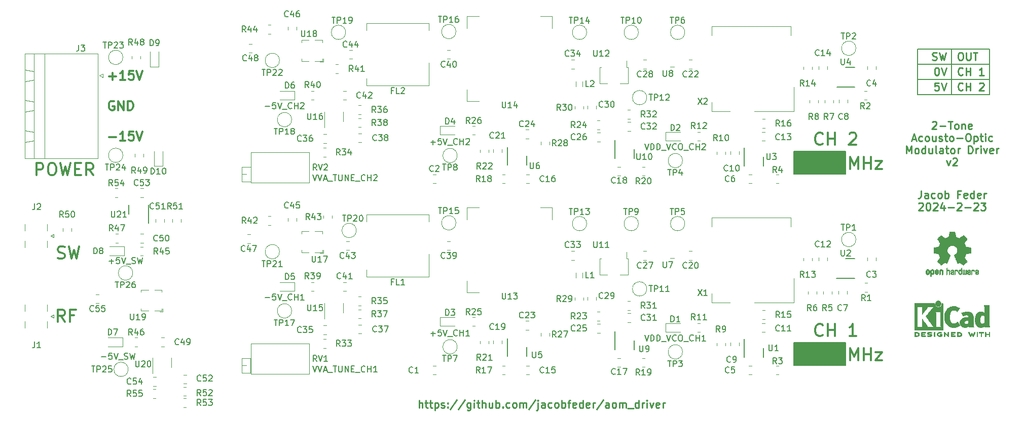
<source format=gbr>
%TF.GenerationSoftware,KiCad,Pcbnew,7.0.10-7.0.10~ubuntu22.04.1*%
%TF.CreationDate,2024-02-25T13:06:28-06:00*%
%TF.ProjectId,aom_driver,616f6d5f-6472-4697-9665-722e6b696361,v1*%
%TF.SameCoordinates,Original*%
%TF.FileFunction,Legend,Top*%
%TF.FilePolarity,Positive*%
%FSLAX46Y46*%
G04 Gerber Fmt 4.6, Leading zero omitted, Abs format (unit mm)*
G04 Created by KiCad (PCBNEW 7.0.10-7.0.10~ubuntu22.04.1) date 2024-02-25 13:06:28*
%MOMM*%
%LPD*%
G01*
G04 APERTURE LIST*
%ADD10C,0.200000*%
%ADD11C,0.150000*%
%ADD12C,0.355600*%
%ADD13C,0.254000*%
%ADD14C,0.203200*%
%ADD15C,0.304800*%
%ADD16C,0.120000*%
%ADD17C,0.010000*%
G04 APERTURE END LIST*
D10*
X197358000Y-124714000D02*
X205994000Y-124714000D01*
X205994000Y-128524000D01*
X197358000Y-128524000D01*
X197358000Y-124714000D01*
G36*
X197358000Y-124714000D02*
G01*
X205994000Y-124714000D01*
X205994000Y-128524000D01*
X197358000Y-128524000D01*
X197358000Y-124714000D01*
G37*
D11*
X217995500Y-75565000D02*
X217995500Y-83185000D01*
X223710500Y-75565000D02*
X223710500Y-83185000D01*
X217995500Y-78105000D02*
X230060500Y-78105000D01*
X217995500Y-80645000D02*
X230060500Y-80645000D01*
X217995500Y-83185000D02*
X230060500Y-83185000D01*
D10*
X197358000Y-92710000D02*
X205994000Y-92710000D01*
X205994000Y-96520000D01*
X197358000Y-96520000D01*
X197358000Y-92710000D01*
G36*
X197358000Y-92710000D02*
G01*
X205994000Y-92710000D01*
X205994000Y-96520000D01*
X197358000Y-96520000D01*
X197358000Y-92710000D01*
G37*
D11*
X217995500Y-75565000D02*
X230060500Y-75565000D01*
X230060500Y-75565000D02*
X230060500Y-83185000D01*
D12*
X202165857Y-91406026D02*
X202069095Y-91502788D01*
X202069095Y-91502788D02*
X201778809Y-91599549D01*
X201778809Y-91599549D02*
X201585285Y-91599549D01*
X201585285Y-91599549D02*
X201295000Y-91502788D01*
X201295000Y-91502788D02*
X201101476Y-91309264D01*
X201101476Y-91309264D02*
X201004714Y-91115740D01*
X201004714Y-91115740D02*
X200907952Y-90728692D01*
X200907952Y-90728692D02*
X200907952Y-90438407D01*
X200907952Y-90438407D02*
X201004714Y-90051359D01*
X201004714Y-90051359D02*
X201101476Y-89857835D01*
X201101476Y-89857835D02*
X201295000Y-89664311D01*
X201295000Y-89664311D02*
X201585285Y-89567549D01*
X201585285Y-89567549D02*
X201778809Y-89567549D01*
X201778809Y-89567549D02*
X202069095Y-89664311D01*
X202069095Y-89664311D02*
X202165857Y-89761073D01*
X203036714Y-91599549D02*
X203036714Y-89567549D01*
X203036714Y-90535168D02*
X204197857Y-90535168D01*
X204197857Y-91599549D02*
X204197857Y-89567549D01*
X206616904Y-89761073D02*
X206713666Y-89664311D01*
X206713666Y-89664311D02*
X206907190Y-89567549D01*
X206907190Y-89567549D02*
X207390999Y-89567549D01*
X207390999Y-89567549D02*
X207584523Y-89664311D01*
X207584523Y-89664311D02*
X207681285Y-89761073D01*
X207681285Y-89761073D02*
X207778047Y-89954597D01*
X207778047Y-89954597D02*
X207778047Y-90148121D01*
X207778047Y-90148121D02*
X207681285Y-90438407D01*
X207681285Y-90438407D02*
X206520142Y-91599549D01*
X206520142Y-91599549D02*
X207778047Y-91599549D01*
D13*
X225540700Y-82368365D02*
X225480224Y-82428842D01*
X225480224Y-82428842D02*
X225298795Y-82489318D01*
X225298795Y-82489318D02*
X225177843Y-82489318D01*
X225177843Y-82489318D02*
X224996414Y-82428842D01*
X224996414Y-82428842D02*
X224875462Y-82307889D01*
X224875462Y-82307889D02*
X224814985Y-82186937D01*
X224814985Y-82186937D02*
X224754509Y-81945032D01*
X224754509Y-81945032D02*
X224754509Y-81763603D01*
X224754509Y-81763603D02*
X224814985Y-81521699D01*
X224814985Y-81521699D02*
X224875462Y-81400746D01*
X224875462Y-81400746D02*
X224996414Y-81279794D01*
X224996414Y-81279794D02*
X225177843Y-81219318D01*
X225177843Y-81219318D02*
X225298795Y-81219318D01*
X225298795Y-81219318D02*
X225480224Y-81279794D01*
X225480224Y-81279794D02*
X225540700Y-81340270D01*
X226084985Y-82489318D02*
X226084985Y-81219318D01*
X226084985Y-81824080D02*
X226810700Y-81824080D01*
X226810700Y-82489318D02*
X226810700Y-81219318D01*
X228322604Y-81340270D02*
X228383080Y-81279794D01*
X228383080Y-81279794D02*
X228504033Y-81219318D01*
X228504033Y-81219318D02*
X228806414Y-81219318D01*
X228806414Y-81219318D02*
X228927366Y-81279794D01*
X228927366Y-81279794D02*
X228987842Y-81340270D01*
X228987842Y-81340270D02*
X229048319Y-81461222D01*
X229048319Y-81461222D02*
X229048319Y-81582175D01*
X229048319Y-81582175D02*
X228987842Y-81763603D01*
X228987842Y-81763603D02*
X228262128Y-82489318D01*
X228262128Y-82489318D02*
X229048319Y-82489318D01*
X225540700Y-79828365D02*
X225480224Y-79888842D01*
X225480224Y-79888842D02*
X225298795Y-79949318D01*
X225298795Y-79949318D02*
X225177843Y-79949318D01*
X225177843Y-79949318D02*
X224996414Y-79888842D01*
X224996414Y-79888842D02*
X224875462Y-79767889D01*
X224875462Y-79767889D02*
X224814985Y-79646937D01*
X224814985Y-79646937D02*
X224754509Y-79405032D01*
X224754509Y-79405032D02*
X224754509Y-79223603D01*
X224754509Y-79223603D02*
X224814985Y-78981699D01*
X224814985Y-78981699D02*
X224875462Y-78860746D01*
X224875462Y-78860746D02*
X224996414Y-78739794D01*
X224996414Y-78739794D02*
X225177843Y-78679318D01*
X225177843Y-78679318D02*
X225298795Y-78679318D01*
X225298795Y-78679318D02*
X225480224Y-78739794D01*
X225480224Y-78739794D02*
X225540700Y-78800270D01*
X226084985Y-79949318D02*
X226084985Y-78679318D01*
X226084985Y-79284080D02*
X226810700Y-79284080D01*
X226810700Y-79949318D02*
X226810700Y-78679318D01*
X229048319Y-79949318D02*
X228322604Y-79949318D01*
X228685461Y-79949318D02*
X228685461Y-78679318D01*
X228685461Y-78679318D02*
X228564509Y-78860746D01*
X228564509Y-78860746D02*
X228443557Y-78981699D01*
X228443557Y-78981699D02*
X228322604Y-79042175D01*
D12*
X70822256Y-96680049D02*
X70822256Y-94648049D01*
X70822256Y-94648049D02*
X71596351Y-94648049D01*
X71596351Y-94648049D02*
X71789875Y-94744811D01*
X71789875Y-94744811D02*
X71886637Y-94841573D01*
X71886637Y-94841573D02*
X71983399Y-95035097D01*
X71983399Y-95035097D02*
X71983399Y-95325383D01*
X71983399Y-95325383D02*
X71886637Y-95518907D01*
X71886637Y-95518907D02*
X71789875Y-95615668D01*
X71789875Y-95615668D02*
X71596351Y-95712430D01*
X71596351Y-95712430D02*
X70822256Y-95712430D01*
X73241304Y-94648049D02*
X73628351Y-94648049D01*
X73628351Y-94648049D02*
X73821875Y-94744811D01*
X73821875Y-94744811D02*
X74015399Y-94938335D01*
X74015399Y-94938335D02*
X74112161Y-95325383D01*
X74112161Y-95325383D02*
X74112161Y-96002716D01*
X74112161Y-96002716D02*
X74015399Y-96389764D01*
X74015399Y-96389764D02*
X73821875Y-96583288D01*
X73821875Y-96583288D02*
X73628351Y-96680049D01*
X73628351Y-96680049D02*
X73241304Y-96680049D01*
X73241304Y-96680049D02*
X73047780Y-96583288D01*
X73047780Y-96583288D02*
X72854256Y-96389764D01*
X72854256Y-96389764D02*
X72757494Y-96002716D01*
X72757494Y-96002716D02*
X72757494Y-95325383D01*
X72757494Y-95325383D02*
X72854256Y-94938335D01*
X72854256Y-94938335D02*
X73047780Y-94744811D01*
X73047780Y-94744811D02*
X73241304Y-94648049D01*
X74789494Y-94648049D02*
X75273304Y-96680049D01*
X75273304Y-96680049D02*
X75660351Y-95228621D01*
X75660351Y-95228621D02*
X76047399Y-96680049D01*
X76047399Y-96680049D02*
X76531209Y-94648049D01*
X77305304Y-95615668D02*
X77982637Y-95615668D01*
X78272923Y-96680049D02*
X77305304Y-96680049D01*
X77305304Y-96680049D02*
X77305304Y-94648049D01*
X77305304Y-94648049D02*
X78272923Y-94648049D01*
X80304923Y-96680049D02*
X79627590Y-95712430D01*
X79143780Y-96680049D02*
X79143780Y-94648049D01*
X79143780Y-94648049D02*
X79917875Y-94648049D01*
X79917875Y-94648049D02*
X80111399Y-94744811D01*
X80111399Y-94744811D02*
X80208161Y-94841573D01*
X80208161Y-94841573D02*
X80304923Y-95035097D01*
X80304923Y-95035097D02*
X80304923Y-95325383D01*
X80304923Y-95325383D02*
X80208161Y-95518907D01*
X80208161Y-95518907D02*
X80111399Y-95615668D01*
X80111399Y-95615668D02*
X79917875Y-95712430D01*
X79917875Y-95712430D02*
X79143780Y-95712430D01*
D13*
X220489346Y-77348842D02*
X220670775Y-77409318D01*
X220670775Y-77409318D02*
X220973156Y-77409318D01*
X220973156Y-77409318D02*
X221094108Y-77348842D01*
X221094108Y-77348842D02*
X221154584Y-77288365D01*
X221154584Y-77288365D02*
X221215061Y-77167413D01*
X221215061Y-77167413D02*
X221215061Y-77046461D01*
X221215061Y-77046461D02*
X221154584Y-76925508D01*
X221154584Y-76925508D02*
X221094108Y-76865032D01*
X221094108Y-76865032D02*
X220973156Y-76804556D01*
X220973156Y-76804556D02*
X220731251Y-76744080D01*
X220731251Y-76744080D02*
X220610299Y-76683603D01*
X220610299Y-76683603D02*
X220549822Y-76623127D01*
X220549822Y-76623127D02*
X220489346Y-76502175D01*
X220489346Y-76502175D02*
X220489346Y-76381222D01*
X220489346Y-76381222D02*
X220549822Y-76260270D01*
X220549822Y-76260270D02*
X220610299Y-76199794D01*
X220610299Y-76199794D02*
X220731251Y-76139318D01*
X220731251Y-76139318D02*
X221033632Y-76139318D01*
X221033632Y-76139318D02*
X221215061Y-76199794D01*
X221638394Y-76139318D02*
X221940775Y-77409318D01*
X221940775Y-77409318D02*
X222182680Y-76502175D01*
X222182680Y-76502175D02*
X222424585Y-77409318D01*
X222424585Y-77409318D02*
X222726966Y-76139318D01*
D14*
X172417119Y-123394953D02*
X172755786Y-124410953D01*
X172755786Y-124410953D02*
X173094453Y-123394953D01*
X173433119Y-124410953D02*
X173433119Y-123394953D01*
X173433119Y-123394953D02*
X173675024Y-123394953D01*
X173675024Y-123394953D02*
X173820167Y-123443334D01*
X173820167Y-123443334D02*
X173916929Y-123540096D01*
X173916929Y-123540096D02*
X173965310Y-123636858D01*
X173965310Y-123636858D02*
X174013691Y-123830382D01*
X174013691Y-123830382D02*
X174013691Y-123975525D01*
X174013691Y-123975525D02*
X173965310Y-124169049D01*
X173965310Y-124169049D02*
X173916929Y-124265811D01*
X173916929Y-124265811D02*
X173820167Y-124362573D01*
X173820167Y-124362573D02*
X173675024Y-124410953D01*
X173675024Y-124410953D02*
X173433119Y-124410953D01*
X174449119Y-124410953D02*
X174449119Y-123394953D01*
X174449119Y-123394953D02*
X174691024Y-123394953D01*
X174691024Y-123394953D02*
X174836167Y-123443334D01*
X174836167Y-123443334D02*
X174932929Y-123540096D01*
X174932929Y-123540096D02*
X174981310Y-123636858D01*
X174981310Y-123636858D02*
X175029691Y-123830382D01*
X175029691Y-123830382D02*
X175029691Y-123975525D01*
X175029691Y-123975525D02*
X174981310Y-124169049D01*
X174981310Y-124169049D02*
X174932929Y-124265811D01*
X174932929Y-124265811D02*
X174836167Y-124362573D01*
X174836167Y-124362573D02*
X174691024Y-124410953D01*
X174691024Y-124410953D02*
X174449119Y-124410953D01*
X175223215Y-124507715D02*
X175997310Y-124507715D01*
X176094071Y-123394953D02*
X176432738Y-124410953D01*
X176432738Y-124410953D02*
X176771405Y-123394953D01*
X177690643Y-124314192D02*
X177642262Y-124362573D01*
X177642262Y-124362573D02*
X177497119Y-124410953D01*
X177497119Y-124410953D02*
X177400357Y-124410953D01*
X177400357Y-124410953D02*
X177255214Y-124362573D01*
X177255214Y-124362573D02*
X177158452Y-124265811D01*
X177158452Y-124265811D02*
X177110071Y-124169049D01*
X177110071Y-124169049D02*
X177061690Y-123975525D01*
X177061690Y-123975525D02*
X177061690Y-123830382D01*
X177061690Y-123830382D02*
X177110071Y-123636858D01*
X177110071Y-123636858D02*
X177158452Y-123540096D01*
X177158452Y-123540096D02*
X177255214Y-123443334D01*
X177255214Y-123443334D02*
X177400357Y-123394953D01*
X177400357Y-123394953D02*
X177497119Y-123394953D01*
X177497119Y-123394953D02*
X177642262Y-123443334D01*
X177642262Y-123443334D02*
X177690643Y-123491715D01*
X178319595Y-123394953D02*
X178513119Y-123394953D01*
X178513119Y-123394953D02*
X178609881Y-123443334D01*
X178609881Y-123443334D02*
X178706643Y-123540096D01*
X178706643Y-123540096D02*
X178755024Y-123733620D01*
X178755024Y-123733620D02*
X178755024Y-124072287D01*
X178755024Y-124072287D02*
X178706643Y-124265811D01*
X178706643Y-124265811D02*
X178609881Y-124362573D01*
X178609881Y-124362573D02*
X178513119Y-124410953D01*
X178513119Y-124410953D02*
X178319595Y-124410953D01*
X178319595Y-124410953D02*
X178222833Y-124362573D01*
X178222833Y-124362573D02*
X178126071Y-124265811D01*
X178126071Y-124265811D02*
X178077690Y-124072287D01*
X178077690Y-124072287D02*
X178077690Y-123733620D01*
X178077690Y-123733620D02*
X178126071Y-123540096D01*
X178126071Y-123540096D02*
X178222833Y-123443334D01*
X178222833Y-123443334D02*
X178319595Y-123394953D01*
X178948548Y-124507715D02*
X179722643Y-124507715D01*
X180545119Y-124314192D02*
X180496738Y-124362573D01*
X180496738Y-124362573D02*
X180351595Y-124410953D01*
X180351595Y-124410953D02*
X180254833Y-124410953D01*
X180254833Y-124410953D02*
X180109690Y-124362573D01*
X180109690Y-124362573D02*
X180012928Y-124265811D01*
X180012928Y-124265811D02*
X179964547Y-124169049D01*
X179964547Y-124169049D02*
X179916166Y-123975525D01*
X179916166Y-123975525D02*
X179916166Y-123830382D01*
X179916166Y-123830382D02*
X179964547Y-123636858D01*
X179964547Y-123636858D02*
X180012928Y-123540096D01*
X180012928Y-123540096D02*
X180109690Y-123443334D01*
X180109690Y-123443334D02*
X180254833Y-123394953D01*
X180254833Y-123394953D02*
X180351595Y-123394953D01*
X180351595Y-123394953D02*
X180496738Y-123443334D01*
X180496738Y-123443334D02*
X180545119Y-123491715D01*
X180980547Y-124410953D02*
X180980547Y-123394953D01*
X180980547Y-123878763D02*
X181561119Y-123878763D01*
X181561119Y-124410953D02*
X181561119Y-123394953D01*
X182577119Y-124410953D02*
X181996547Y-124410953D01*
X182286833Y-124410953D02*
X182286833Y-123394953D01*
X182286833Y-123394953D02*
X182190071Y-123540096D01*
X182190071Y-123540096D02*
X182093309Y-123636858D01*
X182093309Y-123636858D02*
X181996547Y-123685239D01*
X136696666Y-123169406D02*
X137470762Y-123169406D01*
X137083714Y-123556453D02*
X137083714Y-122782358D01*
X138438381Y-122540453D02*
X137954571Y-122540453D01*
X137954571Y-122540453D02*
X137906190Y-123024263D01*
X137906190Y-123024263D02*
X137954571Y-122975882D01*
X137954571Y-122975882D02*
X138051333Y-122927501D01*
X138051333Y-122927501D02*
X138293238Y-122927501D01*
X138293238Y-122927501D02*
X138390000Y-122975882D01*
X138390000Y-122975882D02*
X138438381Y-123024263D01*
X138438381Y-123024263D02*
X138486762Y-123121025D01*
X138486762Y-123121025D02*
X138486762Y-123362930D01*
X138486762Y-123362930D02*
X138438381Y-123459692D01*
X138438381Y-123459692D02*
X138390000Y-123508073D01*
X138390000Y-123508073D02*
X138293238Y-123556453D01*
X138293238Y-123556453D02*
X138051333Y-123556453D01*
X138051333Y-123556453D02*
X137954571Y-123508073D01*
X137954571Y-123508073D02*
X137906190Y-123459692D01*
X138777047Y-122540453D02*
X139115714Y-123556453D01*
X139115714Y-123556453D02*
X139454381Y-122540453D01*
X139551143Y-123653215D02*
X140325238Y-123653215D01*
X141147714Y-123459692D02*
X141099333Y-123508073D01*
X141099333Y-123508073D02*
X140954190Y-123556453D01*
X140954190Y-123556453D02*
X140857428Y-123556453D01*
X140857428Y-123556453D02*
X140712285Y-123508073D01*
X140712285Y-123508073D02*
X140615523Y-123411311D01*
X140615523Y-123411311D02*
X140567142Y-123314549D01*
X140567142Y-123314549D02*
X140518761Y-123121025D01*
X140518761Y-123121025D02*
X140518761Y-122975882D01*
X140518761Y-122975882D02*
X140567142Y-122782358D01*
X140567142Y-122782358D02*
X140615523Y-122685596D01*
X140615523Y-122685596D02*
X140712285Y-122588834D01*
X140712285Y-122588834D02*
X140857428Y-122540453D01*
X140857428Y-122540453D02*
X140954190Y-122540453D01*
X140954190Y-122540453D02*
X141099333Y-122588834D01*
X141099333Y-122588834D02*
X141147714Y-122637215D01*
X141583142Y-123556453D02*
X141583142Y-122540453D01*
X141583142Y-123024263D02*
X142163714Y-123024263D01*
X142163714Y-123556453D02*
X142163714Y-122540453D01*
X143179714Y-123556453D02*
X142599142Y-123556453D01*
X142889428Y-123556453D02*
X142889428Y-122540453D01*
X142889428Y-122540453D02*
X142792666Y-122685596D01*
X142792666Y-122685596D02*
X142695904Y-122782358D01*
X142695904Y-122782358D02*
X142599142Y-122830739D01*
D13*
X225056890Y-76139318D02*
X225298795Y-76139318D01*
X225298795Y-76139318D02*
X225419747Y-76199794D01*
X225419747Y-76199794D02*
X225540700Y-76320746D01*
X225540700Y-76320746D02*
X225601176Y-76562651D01*
X225601176Y-76562651D02*
X225601176Y-76985984D01*
X225601176Y-76985984D02*
X225540700Y-77227889D01*
X225540700Y-77227889D02*
X225419747Y-77348842D01*
X225419747Y-77348842D02*
X225298795Y-77409318D01*
X225298795Y-77409318D02*
X225056890Y-77409318D01*
X225056890Y-77409318D02*
X224935938Y-77348842D01*
X224935938Y-77348842D02*
X224814985Y-77227889D01*
X224814985Y-77227889D02*
X224754509Y-76985984D01*
X224754509Y-76985984D02*
X224754509Y-76562651D01*
X224754509Y-76562651D02*
X224814985Y-76320746D01*
X224814985Y-76320746D02*
X224935938Y-76199794D01*
X224935938Y-76199794D02*
X225056890Y-76139318D01*
X226145461Y-76139318D02*
X226145461Y-77167413D01*
X226145461Y-77167413D02*
X226205938Y-77288365D01*
X226205938Y-77288365D02*
X226266414Y-77348842D01*
X226266414Y-77348842D02*
X226387366Y-77409318D01*
X226387366Y-77409318D02*
X226629271Y-77409318D01*
X226629271Y-77409318D02*
X226750223Y-77348842D01*
X226750223Y-77348842D02*
X226810700Y-77288365D01*
X226810700Y-77288365D02*
X226871176Y-77167413D01*
X226871176Y-77167413D02*
X226871176Y-76139318D01*
X227294509Y-76139318D02*
X228020223Y-76139318D01*
X227657366Y-77409318D02*
X227657366Y-76139318D01*
D14*
X117008833Y-128601953D02*
X117347500Y-129617953D01*
X117347500Y-129617953D02*
X117686167Y-128601953D01*
X117879690Y-128601953D02*
X118218357Y-129617953D01*
X118218357Y-129617953D02*
X118557024Y-128601953D01*
X118847309Y-129327668D02*
X119331119Y-129327668D01*
X118750547Y-129617953D02*
X119089214Y-128601953D01*
X119089214Y-128601953D02*
X119427881Y-129617953D01*
X119524643Y-129714715D02*
X120298738Y-129714715D01*
X120395499Y-128601953D02*
X120976071Y-128601953D01*
X120685785Y-129617953D02*
X120685785Y-128601953D01*
X121314737Y-128601953D02*
X121314737Y-129424430D01*
X121314737Y-129424430D02*
X121363118Y-129521192D01*
X121363118Y-129521192D02*
X121411499Y-129569573D01*
X121411499Y-129569573D02*
X121508261Y-129617953D01*
X121508261Y-129617953D02*
X121701785Y-129617953D01*
X121701785Y-129617953D02*
X121798547Y-129569573D01*
X121798547Y-129569573D02*
X121846928Y-129521192D01*
X121846928Y-129521192D02*
X121895309Y-129424430D01*
X121895309Y-129424430D02*
X121895309Y-128601953D01*
X122379118Y-129617953D02*
X122379118Y-128601953D01*
X122379118Y-128601953D02*
X122959690Y-129617953D01*
X122959690Y-129617953D02*
X122959690Y-128601953D01*
X123443499Y-129085763D02*
X123782166Y-129085763D01*
X123927309Y-129617953D02*
X123443499Y-129617953D01*
X123443499Y-129617953D02*
X123443499Y-128601953D01*
X123443499Y-128601953D02*
X123927309Y-128601953D01*
X124120833Y-129714715D02*
X124894928Y-129714715D01*
X125717404Y-129521192D02*
X125669023Y-129569573D01*
X125669023Y-129569573D02*
X125523880Y-129617953D01*
X125523880Y-129617953D02*
X125427118Y-129617953D01*
X125427118Y-129617953D02*
X125281975Y-129569573D01*
X125281975Y-129569573D02*
X125185213Y-129472811D01*
X125185213Y-129472811D02*
X125136832Y-129376049D01*
X125136832Y-129376049D02*
X125088451Y-129182525D01*
X125088451Y-129182525D02*
X125088451Y-129037382D01*
X125088451Y-129037382D02*
X125136832Y-128843858D01*
X125136832Y-128843858D02*
X125185213Y-128747096D01*
X125185213Y-128747096D02*
X125281975Y-128650334D01*
X125281975Y-128650334D02*
X125427118Y-128601953D01*
X125427118Y-128601953D02*
X125523880Y-128601953D01*
X125523880Y-128601953D02*
X125669023Y-128650334D01*
X125669023Y-128650334D02*
X125717404Y-128698715D01*
X126152832Y-129617953D02*
X126152832Y-128601953D01*
X126152832Y-129085763D02*
X126733404Y-129085763D01*
X126733404Y-129617953D02*
X126733404Y-128601953D01*
X127749404Y-129617953D02*
X127168832Y-129617953D01*
X127459118Y-129617953D02*
X127459118Y-128601953D01*
X127459118Y-128601953D02*
X127362356Y-128747096D01*
X127362356Y-128747096D02*
X127265594Y-128843858D01*
X127265594Y-128843858D02*
X127168832Y-128892239D01*
X136697166Y-91165906D02*
X137471262Y-91165906D01*
X137084214Y-91552953D02*
X137084214Y-90778858D01*
X138438881Y-90536953D02*
X137955071Y-90536953D01*
X137955071Y-90536953D02*
X137906690Y-91020763D01*
X137906690Y-91020763D02*
X137955071Y-90972382D01*
X137955071Y-90972382D02*
X138051833Y-90924001D01*
X138051833Y-90924001D02*
X138293738Y-90924001D01*
X138293738Y-90924001D02*
X138390500Y-90972382D01*
X138390500Y-90972382D02*
X138438881Y-91020763D01*
X138438881Y-91020763D02*
X138487262Y-91117525D01*
X138487262Y-91117525D02*
X138487262Y-91359430D01*
X138487262Y-91359430D02*
X138438881Y-91456192D01*
X138438881Y-91456192D02*
X138390500Y-91504573D01*
X138390500Y-91504573D02*
X138293738Y-91552953D01*
X138293738Y-91552953D02*
X138051833Y-91552953D01*
X138051833Y-91552953D02*
X137955071Y-91504573D01*
X137955071Y-91504573D02*
X137906690Y-91456192D01*
X138777547Y-90536953D02*
X139116214Y-91552953D01*
X139116214Y-91552953D02*
X139454881Y-90536953D01*
X139551643Y-91649715D02*
X140325738Y-91649715D01*
X141148214Y-91456192D02*
X141099833Y-91504573D01*
X141099833Y-91504573D02*
X140954690Y-91552953D01*
X140954690Y-91552953D02*
X140857928Y-91552953D01*
X140857928Y-91552953D02*
X140712785Y-91504573D01*
X140712785Y-91504573D02*
X140616023Y-91407811D01*
X140616023Y-91407811D02*
X140567642Y-91311049D01*
X140567642Y-91311049D02*
X140519261Y-91117525D01*
X140519261Y-91117525D02*
X140519261Y-90972382D01*
X140519261Y-90972382D02*
X140567642Y-90778858D01*
X140567642Y-90778858D02*
X140616023Y-90682096D01*
X140616023Y-90682096D02*
X140712785Y-90585334D01*
X140712785Y-90585334D02*
X140857928Y-90536953D01*
X140857928Y-90536953D02*
X140954690Y-90536953D01*
X140954690Y-90536953D02*
X141099833Y-90585334D01*
X141099833Y-90585334D02*
X141148214Y-90633715D01*
X141583642Y-91552953D02*
X141583642Y-90536953D01*
X141583642Y-91020763D02*
X142164214Y-91020763D01*
X142164214Y-91552953D02*
X142164214Y-90536953D01*
X142599642Y-90633715D02*
X142648023Y-90585334D01*
X142648023Y-90585334D02*
X142744785Y-90536953D01*
X142744785Y-90536953D02*
X142986690Y-90536953D01*
X142986690Y-90536953D02*
X143083452Y-90585334D01*
X143083452Y-90585334D02*
X143131833Y-90633715D01*
X143131833Y-90633715D02*
X143180214Y-90730477D01*
X143180214Y-90730477D02*
X143180214Y-90827239D01*
X143180214Y-90827239D02*
X143131833Y-90972382D01*
X143131833Y-90972382D02*
X142551261Y-91552953D01*
X142551261Y-91552953D02*
X143180214Y-91552953D01*
X109050666Y-85162406D02*
X109824762Y-85162406D01*
X110792381Y-84533453D02*
X110308571Y-84533453D01*
X110308571Y-84533453D02*
X110260190Y-85017263D01*
X110260190Y-85017263D02*
X110308571Y-84968882D01*
X110308571Y-84968882D02*
X110405333Y-84920501D01*
X110405333Y-84920501D02*
X110647238Y-84920501D01*
X110647238Y-84920501D02*
X110744000Y-84968882D01*
X110744000Y-84968882D02*
X110792381Y-85017263D01*
X110792381Y-85017263D02*
X110840762Y-85114025D01*
X110840762Y-85114025D02*
X110840762Y-85355930D01*
X110840762Y-85355930D02*
X110792381Y-85452692D01*
X110792381Y-85452692D02*
X110744000Y-85501073D01*
X110744000Y-85501073D02*
X110647238Y-85549453D01*
X110647238Y-85549453D02*
X110405333Y-85549453D01*
X110405333Y-85549453D02*
X110308571Y-85501073D01*
X110308571Y-85501073D02*
X110260190Y-85452692D01*
X111131047Y-84533453D02*
X111469714Y-85549453D01*
X111469714Y-85549453D02*
X111808381Y-84533453D01*
X111905143Y-85646215D02*
X112679238Y-85646215D01*
X113501714Y-85452692D02*
X113453333Y-85501073D01*
X113453333Y-85501073D02*
X113308190Y-85549453D01*
X113308190Y-85549453D02*
X113211428Y-85549453D01*
X113211428Y-85549453D02*
X113066285Y-85501073D01*
X113066285Y-85501073D02*
X112969523Y-85404311D01*
X112969523Y-85404311D02*
X112921142Y-85307549D01*
X112921142Y-85307549D02*
X112872761Y-85114025D01*
X112872761Y-85114025D02*
X112872761Y-84968882D01*
X112872761Y-84968882D02*
X112921142Y-84775358D01*
X112921142Y-84775358D02*
X112969523Y-84678596D01*
X112969523Y-84678596D02*
X113066285Y-84581834D01*
X113066285Y-84581834D02*
X113211428Y-84533453D01*
X113211428Y-84533453D02*
X113308190Y-84533453D01*
X113308190Y-84533453D02*
X113453333Y-84581834D01*
X113453333Y-84581834D02*
X113501714Y-84630215D01*
X113937142Y-85549453D02*
X113937142Y-84533453D01*
X113937142Y-85017263D02*
X114517714Y-85017263D01*
X114517714Y-85549453D02*
X114517714Y-84533453D01*
X114953142Y-84630215D02*
X115001523Y-84581834D01*
X115001523Y-84581834D02*
X115098285Y-84533453D01*
X115098285Y-84533453D02*
X115340190Y-84533453D01*
X115340190Y-84533453D02*
X115436952Y-84581834D01*
X115436952Y-84581834D02*
X115485333Y-84630215D01*
X115485333Y-84630215D02*
X115533714Y-84726977D01*
X115533714Y-84726977D02*
X115533714Y-84823739D01*
X115533714Y-84823739D02*
X115485333Y-84968882D01*
X115485333Y-84968882D02*
X114904761Y-85549453D01*
X114904761Y-85549453D02*
X115533714Y-85549453D01*
D13*
X221154585Y-78679318D02*
X221275538Y-78679318D01*
X221275538Y-78679318D02*
X221396490Y-78739794D01*
X221396490Y-78739794D02*
X221456966Y-78800270D01*
X221456966Y-78800270D02*
X221517442Y-78921222D01*
X221517442Y-78921222D02*
X221577919Y-79163127D01*
X221577919Y-79163127D02*
X221577919Y-79465508D01*
X221577919Y-79465508D02*
X221517442Y-79707413D01*
X221517442Y-79707413D02*
X221456966Y-79828365D01*
X221456966Y-79828365D02*
X221396490Y-79888842D01*
X221396490Y-79888842D02*
X221275538Y-79949318D01*
X221275538Y-79949318D02*
X221154585Y-79949318D01*
X221154585Y-79949318D02*
X221033633Y-79888842D01*
X221033633Y-79888842D02*
X220973157Y-79828365D01*
X220973157Y-79828365D02*
X220912680Y-79707413D01*
X220912680Y-79707413D02*
X220852204Y-79465508D01*
X220852204Y-79465508D02*
X220852204Y-79163127D01*
X220852204Y-79163127D02*
X220912680Y-78921222D01*
X220912680Y-78921222D02*
X220973157Y-78800270D01*
X220973157Y-78800270D02*
X221033633Y-78739794D01*
X221033633Y-78739794D02*
X221154585Y-78679318D01*
X221940776Y-78679318D02*
X222364109Y-79949318D01*
X222364109Y-79949318D02*
X222787443Y-78679318D01*
D12*
X74408494Y-110553288D02*
X74698780Y-110650049D01*
X74698780Y-110650049D02*
X75182589Y-110650049D01*
X75182589Y-110650049D02*
X75376113Y-110553288D01*
X75376113Y-110553288D02*
X75472875Y-110456526D01*
X75472875Y-110456526D02*
X75569637Y-110263002D01*
X75569637Y-110263002D02*
X75569637Y-110069478D01*
X75569637Y-110069478D02*
X75472875Y-109875954D01*
X75472875Y-109875954D02*
X75376113Y-109779192D01*
X75376113Y-109779192D02*
X75182589Y-109682430D01*
X75182589Y-109682430D02*
X74795542Y-109585668D01*
X74795542Y-109585668D02*
X74602018Y-109488907D01*
X74602018Y-109488907D02*
X74505256Y-109392145D01*
X74505256Y-109392145D02*
X74408494Y-109198621D01*
X74408494Y-109198621D02*
X74408494Y-109005097D01*
X74408494Y-109005097D02*
X74505256Y-108811573D01*
X74505256Y-108811573D02*
X74602018Y-108714811D01*
X74602018Y-108714811D02*
X74795542Y-108618049D01*
X74795542Y-108618049D02*
X75279351Y-108618049D01*
X75279351Y-108618049D02*
X75569637Y-108714811D01*
X76246970Y-108618049D02*
X76730780Y-110650049D01*
X76730780Y-110650049D02*
X77117827Y-109198621D01*
X77117827Y-109198621D02*
X77504875Y-110650049D01*
X77504875Y-110650049D02*
X77988685Y-108618049D01*
D13*
X218603286Y-99246968D02*
X218603286Y-100154111D01*
X218603286Y-100154111D02*
X218542809Y-100335539D01*
X218542809Y-100335539D02*
X218421857Y-100456492D01*
X218421857Y-100456492D02*
X218240428Y-100516968D01*
X218240428Y-100516968D02*
X218119476Y-100516968D01*
X219752333Y-100516968D02*
X219752333Y-99851730D01*
X219752333Y-99851730D02*
X219691857Y-99730777D01*
X219691857Y-99730777D02*
X219570905Y-99670301D01*
X219570905Y-99670301D02*
X219329000Y-99670301D01*
X219329000Y-99670301D02*
X219208047Y-99730777D01*
X219752333Y-100456492D02*
X219631381Y-100516968D01*
X219631381Y-100516968D02*
X219329000Y-100516968D01*
X219329000Y-100516968D02*
X219208047Y-100456492D01*
X219208047Y-100456492D02*
X219147571Y-100335539D01*
X219147571Y-100335539D02*
X219147571Y-100214587D01*
X219147571Y-100214587D02*
X219208047Y-100093634D01*
X219208047Y-100093634D02*
X219329000Y-100033158D01*
X219329000Y-100033158D02*
X219631381Y-100033158D01*
X219631381Y-100033158D02*
X219752333Y-99972682D01*
X220901381Y-100456492D02*
X220780429Y-100516968D01*
X220780429Y-100516968D02*
X220538524Y-100516968D01*
X220538524Y-100516968D02*
X220417572Y-100456492D01*
X220417572Y-100456492D02*
X220357095Y-100396015D01*
X220357095Y-100396015D02*
X220296619Y-100275063D01*
X220296619Y-100275063D02*
X220296619Y-99912206D01*
X220296619Y-99912206D02*
X220357095Y-99791253D01*
X220357095Y-99791253D02*
X220417572Y-99730777D01*
X220417572Y-99730777D02*
X220538524Y-99670301D01*
X220538524Y-99670301D02*
X220780429Y-99670301D01*
X220780429Y-99670301D02*
X220901381Y-99730777D01*
X221627095Y-100516968D02*
X221506143Y-100456492D01*
X221506143Y-100456492D02*
X221445666Y-100396015D01*
X221445666Y-100396015D02*
X221385190Y-100275063D01*
X221385190Y-100275063D02*
X221385190Y-99912206D01*
X221385190Y-99912206D02*
X221445666Y-99791253D01*
X221445666Y-99791253D02*
X221506143Y-99730777D01*
X221506143Y-99730777D02*
X221627095Y-99670301D01*
X221627095Y-99670301D02*
X221808524Y-99670301D01*
X221808524Y-99670301D02*
X221929476Y-99730777D01*
X221929476Y-99730777D02*
X221989952Y-99791253D01*
X221989952Y-99791253D02*
X222050428Y-99912206D01*
X222050428Y-99912206D02*
X222050428Y-100275063D01*
X222050428Y-100275063D02*
X221989952Y-100396015D01*
X221989952Y-100396015D02*
X221929476Y-100456492D01*
X221929476Y-100456492D02*
X221808524Y-100516968D01*
X221808524Y-100516968D02*
X221627095Y-100516968D01*
X222594714Y-100516968D02*
X222594714Y-99246968D01*
X222594714Y-99730777D02*
X222715667Y-99670301D01*
X222715667Y-99670301D02*
X222957572Y-99670301D01*
X222957572Y-99670301D02*
X223078524Y-99730777D01*
X223078524Y-99730777D02*
X223139000Y-99791253D01*
X223139000Y-99791253D02*
X223199476Y-99912206D01*
X223199476Y-99912206D02*
X223199476Y-100275063D01*
X223199476Y-100275063D02*
X223139000Y-100396015D01*
X223139000Y-100396015D02*
X223078524Y-100456492D01*
X223078524Y-100456492D02*
X222957572Y-100516968D01*
X222957572Y-100516968D02*
X222715667Y-100516968D01*
X222715667Y-100516968D02*
X222594714Y-100456492D01*
X225134715Y-99851730D02*
X224711381Y-99851730D01*
X224711381Y-100516968D02*
X224711381Y-99246968D01*
X224711381Y-99246968D02*
X225316143Y-99246968D01*
X226283762Y-100456492D02*
X226162810Y-100516968D01*
X226162810Y-100516968D02*
X225920905Y-100516968D01*
X225920905Y-100516968D02*
X225799952Y-100456492D01*
X225799952Y-100456492D02*
X225739476Y-100335539D01*
X225739476Y-100335539D02*
X225739476Y-99851730D01*
X225739476Y-99851730D02*
X225799952Y-99730777D01*
X225799952Y-99730777D02*
X225920905Y-99670301D01*
X225920905Y-99670301D02*
X226162810Y-99670301D01*
X226162810Y-99670301D02*
X226283762Y-99730777D01*
X226283762Y-99730777D02*
X226344238Y-99851730D01*
X226344238Y-99851730D02*
X226344238Y-99972682D01*
X226344238Y-99972682D02*
X225739476Y-100093634D01*
X227432809Y-100516968D02*
X227432809Y-99246968D01*
X227432809Y-100456492D02*
X227311857Y-100516968D01*
X227311857Y-100516968D02*
X227069952Y-100516968D01*
X227069952Y-100516968D02*
X226949000Y-100456492D01*
X226949000Y-100456492D02*
X226888523Y-100396015D01*
X226888523Y-100396015D02*
X226828047Y-100275063D01*
X226828047Y-100275063D02*
X226828047Y-99912206D01*
X226828047Y-99912206D02*
X226888523Y-99791253D01*
X226888523Y-99791253D02*
X226949000Y-99730777D01*
X226949000Y-99730777D02*
X227069952Y-99670301D01*
X227069952Y-99670301D02*
X227311857Y-99670301D01*
X227311857Y-99670301D02*
X227432809Y-99730777D01*
X228521381Y-100456492D02*
X228400429Y-100516968D01*
X228400429Y-100516968D02*
X228158524Y-100516968D01*
X228158524Y-100516968D02*
X228037571Y-100456492D01*
X228037571Y-100456492D02*
X227977095Y-100335539D01*
X227977095Y-100335539D02*
X227977095Y-99851730D01*
X227977095Y-99851730D02*
X228037571Y-99730777D01*
X228037571Y-99730777D02*
X228158524Y-99670301D01*
X228158524Y-99670301D02*
X228400429Y-99670301D01*
X228400429Y-99670301D02*
X228521381Y-99730777D01*
X228521381Y-99730777D02*
X228581857Y-99851730D01*
X228581857Y-99851730D02*
X228581857Y-99972682D01*
X228581857Y-99972682D02*
X227977095Y-100093634D01*
X229126142Y-100516968D02*
X229126142Y-99670301D01*
X229126142Y-99912206D02*
X229186619Y-99791253D01*
X229186619Y-99791253D02*
X229247095Y-99730777D01*
X229247095Y-99730777D02*
X229368047Y-99670301D01*
X229368047Y-99670301D02*
X229489000Y-99670301D01*
X218210189Y-101412620D02*
X218270665Y-101352144D01*
X218270665Y-101352144D02*
X218391618Y-101291668D01*
X218391618Y-101291668D02*
X218693999Y-101291668D01*
X218693999Y-101291668D02*
X218814951Y-101352144D01*
X218814951Y-101352144D02*
X218875427Y-101412620D01*
X218875427Y-101412620D02*
X218935904Y-101533572D01*
X218935904Y-101533572D02*
X218935904Y-101654525D01*
X218935904Y-101654525D02*
X218875427Y-101835953D01*
X218875427Y-101835953D02*
X218149713Y-102561668D01*
X218149713Y-102561668D02*
X218935904Y-102561668D01*
X219722094Y-101291668D02*
X219843047Y-101291668D01*
X219843047Y-101291668D02*
X219963999Y-101352144D01*
X219963999Y-101352144D02*
X220024475Y-101412620D01*
X220024475Y-101412620D02*
X220084951Y-101533572D01*
X220084951Y-101533572D02*
X220145428Y-101775477D01*
X220145428Y-101775477D02*
X220145428Y-102077858D01*
X220145428Y-102077858D02*
X220084951Y-102319763D01*
X220084951Y-102319763D02*
X220024475Y-102440715D01*
X220024475Y-102440715D02*
X219963999Y-102501192D01*
X219963999Y-102501192D02*
X219843047Y-102561668D01*
X219843047Y-102561668D02*
X219722094Y-102561668D01*
X219722094Y-102561668D02*
X219601142Y-102501192D01*
X219601142Y-102501192D02*
X219540666Y-102440715D01*
X219540666Y-102440715D02*
X219480189Y-102319763D01*
X219480189Y-102319763D02*
X219419713Y-102077858D01*
X219419713Y-102077858D02*
X219419713Y-101775477D01*
X219419713Y-101775477D02*
X219480189Y-101533572D01*
X219480189Y-101533572D02*
X219540666Y-101412620D01*
X219540666Y-101412620D02*
X219601142Y-101352144D01*
X219601142Y-101352144D02*
X219722094Y-101291668D01*
X220629237Y-101412620D02*
X220689713Y-101352144D01*
X220689713Y-101352144D02*
X220810666Y-101291668D01*
X220810666Y-101291668D02*
X221113047Y-101291668D01*
X221113047Y-101291668D02*
X221233999Y-101352144D01*
X221233999Y-101352144D02*
X221294475Y-101412620D01*
X221294475Y-101412620D02*
X221354952Y-101533572D01*
X221354952Y-101533572D02*
X221354952Y-101654525D01*
X221354952Y-101654525D02*
X221294475Y-101835953D01*
X221294475Y-101835953D02*
X220568761Y-102561668D01*
X220568761Y-102561668D02*
X221354952Y-102561668D01*
X222443523Y-101715001D02*
X222443523Y-102561668D01*
X222141142Y-101231192D02*
X221838761Y-102138334D01*
X221838761Y-102138334D02*
X222624952Y-102138334D01*
X223108761Y-102077858D02*
X224076381Y-102077858D01*
X224620666Y-101412620D02*
X224681142Y-101352144D01*
X224681142Y-101352144D02*
X224802095Y-101291668D01*
X224802095Y-101291668D02*
X225104476Y-101291668D01*
X225104476Y-101291668D02*
X225225428Y-101352144D01*
X225225428Y-101352144D02*
X225285904Y-101412620D01*
X225285904Y-101412620D02*
X225346381Y-101533572D01*
X225346381Y-101533572D02*
X225346381Y-101654525D01*
X225346381Y-101654525D02*
X225285904Y-101835953D01*
X225285904Y-101835953D02*
X224560190Y-102561668D01*
X224560190Y-102561668D02*
X225346381Y-102561668D01*
X225890666Y-102077858D02*
X226858286Y-102077858D01*
X227402571Y-101412620D02*
X227463047Y-101352144D01*
X227463047Y-101352144D02*
X227584000Y-101291668D01*
X227584000Y-101291668D02*
X227886381Y-101291668D01*
X227886381Y-101291668D02*
X228007333Y-101352144D01*
X228007333Y-101352144D02*
X228067809Y-101412620D01*
X228067809Y-101412620D02*
X228128286Y-101533572D01*
X228128286Y-101533572D02*
X228128286Y-101654525D01*
X228128286Y-101654525D02*
X228067809Y-101835953D01*
X228067809Y-101835953D02*
X227342095Y-102561668D01*
X227342095Y-102561668D02*
X228128286Y-102561668D01*
X228551619Y-101291668D02*
X229337810Y-101291668D01*
X229337810Y-101291668D02*
X228914476Y-101775477D01*
X228914476Y-101775477D02*
X229095905Y-101775477D01*
X229095905Y-101775477D02*
X229216857Y-101835953D01*
X229216857Y-101835953D02*
X229277333Y-101896430D01*
X229277333Y-101896430D02*
X229337810Y-102017382D01*
X229337810Y-102017382D02*
X229337810Y-102319763D01*
X229337810Y-102319763D02*
X229277333Y-102440715D01*
X229277333Y-102440715D02*
X229216857Y-102501192D01*
X229216857Y-102501192D02*
X229095905Y-102561668D01*
X229095905Y-102561668D02*
X228733048Y-102561668D01*
X228733048Y-102561668D02*
X228612095Y-102501192D01*
X228612095Y-102501192D02*
X228551619Y-102440715D01*
X134753547Y-135575318D02*
X134753547Y-134305318D01*
X135297833Y-135575318D02*
X135297833Y-134910080D01*
X135297833Y-134910080D02*
X135237357Y-134789127D01*
X135237357Y-134789127D02*
X135116405Y-134728651D01*
X135116405Y-134728651D02*
X134934976Y-134728651D01*
X134934976Y-134728651D02*
X134814024Y-134789127D01*
X134814024Y-134789127D02*
X134753547Y-134849603D01*
X135721167Y-134728651D02*
X136204976Y-134728651D01*
X135902595Y-134305318D02*
X135902595Y-135393889D01*
X135902595Y-135393889D02*
X135963072Y-135514842D01*
X135963072Y-135514842D02*
X136084024Y-135575318D01*
X136084024Y-135575318D02*
X136204976Y-135575318D01*
X136446881Y-134728651D02*
X136930690Y-134728651D01*
X136628309Y-134305318D02*
X136628309Y-135393889D01*
X136628309Y-135393889D02*
X136688786Y-135514842D01*
X136688786Y-135514842D02*
X136809738Y-135575318D01*
X136809738Y-135575318D02*
X136930690Y-135575318D01*
X137354023Y-134728651D02*
X137354023Y-135998651D01*
X137354023Y-134789127D02*
X137474976Y-134728651D01*
X137474976Y-134728651D02*
X137716881Y-134728651D01*
X137716881Y-134728651D02*
X137837833Y-134789127D01*
X137837833Y-134789127D02*
X137898309Y-134849603D01*
X137898309Y-134849603D02*
X137958785Y-134970556D01*
X137958785Y-134970556D02*
X137958785Y-135333413D01*
X137958785Y-135333413D02*
X137898309Y-135454365D01*
X137898309Y-135454365D02*
X137837833Y-135514842D01*
X137837833Y-135514842D02*
X137716881Y-135575318D01*
X137716881Y-135575318D02*
X137474976Y-135575318D01*
X137474976Y-135575318D02*
X137354023Y-135514842D01*
X138442595Y-135514842D02*
X138563548Y-135575318D01*
X138563548Y-135575318D02*
X138805452Y-135575318D01*
X138805452Y-135575318D02*
X138926405Y-135514842D01*
X138926405Y-135514842D02*
X138986881Y-135393889D01*
X138986881Y-135393889D02*
X138986881Y-135333413D01*
X138986881Y-135333413D02*
X138926405Y-135212461D01*
X138926405Y-135212461D02*
X138805452Y-135151984D01*
X138805452Y-135151984D02*
X138624024Y-135151984D01*
X138624024Y-135151984D02*
X138503071Y-135091508D01*
X138503071Y-135091508D02*
X138442595Y-134970556D01*
X138442595Y-134970556D02*
X138442595Y-134910080D01*
X138442595Y-134910080D02*
X138503071Y-134789127D01*
X138503071Y-134789127D02*
X138624024Y-134728651D01*
X138624024Y-134728651D02*
X138805452Y-134728651D01*
X138805452Y-134728651D02*
X138926405Y-134789127D01*
X139531166Y-135454365D02*
X139591643Y-135514842D01*
X139591643Y-135514842D02*
X139531166Y-135575318D01*
X139531166Y-135575318D02*
X139470690Y-135514842D01*
X139470690Y-135514842D02*
X139531166Y-135454365D01*
X139531166Y-135454365D02*
X139531166Y-135575318D01*
X139531166Y-134789127D02*
X139591643Y-134849603D01*
X139591643Y-134849603D02*
X139531166Y-134910080D01*
X139531166Y-134910080D02*
X139470690Y-134849603D01*
X139470690Y-134849603D02*
X139531166Y-134789127D01*
X139531166Y-134789127D02*
X139531166Y-134910080D01*
X141043071Y-134244842D02*
X139954500Y-135877699D01*
X142373547Y-134244842D02*
X141284976Y-135877699D01*
X143341166Y-134728651D02*
X143341166Y-135756746D01*
X143341166Y-135756746D02*
X143280690Y-135877699D01*
X143280690Y-135877699D02*
X143220214Y-135938175D01*
X143220214Y-135938175D02*
X143099261Y-135998651D01*
X143099261Y-135998651D02*
X142917833Y-135998651D01*
X142917833Y-135998651D02*
X142796880Y-135938175D01*
X143341166Y-135514842D02*
X143220214Y-135575318D01*
X143220214Y-135575318D02*
X142978309Y-135575318D01*
X142978309Y-135575318D02*
X142857357Y-135514842D01*
X142857357Y-135514842D02*
X142796880Y-135454365D01*
X142796880Y-135454365D02*
X142736404Y-135333413D01*
X142736404Y-135333413D02*
X142736404Y-134970556D01*
X142736404Y-134970556D02*
X142796880Y-134849603D01*
X142796880Y-134849603D02*
X142857357Y-134789127D01*
X142857357Y-134789127D02*
X142978309Y-134728651D01*
X142978309Y-134728651D02*
X143220214Y-134728651D01*
X143220214Y-134728651D02*
X143341166Y-134789127D01*
X143945928Y-135575318D02*
X143945928Y-134728651D01*
X143945928Y-134305318D02*
X143885452Y-134365794D01*
X143885452Y-134365794D02*
X143945928Y-134426270D01*
X143945928Y-134426270D02*
X144006405Y-134365794D01*
X144006405Y-134365794D02*
X143945928Y-134305318D01*
X143945928Y-134305318D02*
X143945928Y-134426270D01*
X144369262Y-134728651D02*
X144853071Y-134728651D01*
X144550690Y-134305318D02*
X144550690Y-135393889D01*
X144550690Y-135393889D02*
X144611167Y-135514842D01*
X144611167Y-135514842D02*
X144732119Y-135575318D01*
X144732119Y-135575318D02*
X144853071Y-135575318D01*
X145276404Y-135575318D02*
X145276404Y-134305318D01*
X145820690Y-135575318D02*
X145820690Y-134910080D01*
X145820690Y-134910080D02*
X145760214Y-134789127D01*
X145760214Y-134789127D02*
X145639262Y-134728651D01*
X145639262Y-134728651D02*
X145457833Y-134728651D01*
X145457833Y-134728651D02*
X145336881Y-134789127D01*
X145336881Y-134789127D02*
X145276404Y-134849603D01*
X146969738Y-134728651D02*
X146969738Y-135575318D01*
X146425452Y-134728651D02*
X146425452Y-135393889D01*
X146425452Y-135393889D02*
X146485929Y-135514842D01*
X146485929Y-135514842D02*
X146606881Y-135575318D01*
X146606881Y-135575318D02*
X146788310Y-135575318D01*
X146788310Y-135575318D02*
X146909262Y-135514842D01*
X146909262Y-135514842D02*
X146969738Y-135454365D01*
X147574500Y-135575318D02*
X147574500Y-134305318D01*
X147574500Y-134789127D02*
X147695453Y-134728651D01*
X147695453Y-134728651D02*
X147937358Y-134728651D01*
X147937358Y-134728651D02*
X148058310Y-134789127D01*
X148058310Y-134789127D02*
X148118786Y-134849603D01*
X148118786Y-134849603D02*
X148179262Y-134970556D01*
X148179262Y-134970556D02*
X148179262Y-135333413D01*
X148179262Y-135333413D02*
X148118786Y-135454365D01*
X148118786Y-135454365D02*
X148058310Y-135514842D01*
X148058310Y-135514842D02*
X147937358Y-135575318D01*
X147937358Y-135575318D02*
X147695453Y-135575318D01*
X147695453Y-135575318D02*
X147574500Y-135514842D01*
X148723548Y-135454365D02*
X148784025Y-135514842D01*
X148784025Y-135514842D02*
X148723548Y-135575318D01*
X148723548Y-135575318D02*
X148663072Y-135514842D01*
X148663072Y-135514842D02*
X148723548Y-135454365D01*
X148723548Y-135454365D02*
X148723548Y-135575318D01*
X149872596Y-135514842D02*
X149751644Y-135575318D01*
X149751644Y-135575318D02*
X149509739Y-135575318D01*
X149509739Y-135575318D02*
X149388787Y-135514842D01*
X149388787Y-135514842D02*
X149328310Y-135454365D01*
X149328310Y-135454365D02*
X149267834Y-135333413D01*
X149267834Y-135333413D02*
X149267834Y-134970556D01*
X149267834Y-134970556D02*
X149328310Y-134849603D01*
X149328310Y-134849603D02*
X149388787Y-134789127D01*
X149388787Y-134789127D02*
X149509739Y-134728651D01*
X149509739Y-134728651D02*
X149751644Y-134728651D01*
X149751644Y-134728651D02*
X149872596Y-134789127D01*
X150598310Y-135575318D02*
X150477358Y-135514842D01*
X150477358Y-135514842D02*
X150416881Y-135454365D01*
X150416881Y-135454365D02*
X150356405Y-135333413D01*
X150356405Y-135333413D02*
X150356405Y-134970556D01*
X150356405Y-134970556D02*
X150416881Y-134849603D01*
X150416881Y-134849603D02*
X150477358Y-134789127D01*
X150477358Y-134789127D02*
X150598310Y-134728651D01*
X150598310Y-134728651D02*
X150779739Y-134728651D01*
X150779739Y-134728651D02*
X150900691Y-134789127D01*
X150900691Y-134789127D02*
X150961167Y-134849603D01*
X150961167Y-134849603D02*
X151021643Y-134970556D01*
X151021643Y-134970556D02*
X151021643Y-135333413D01*
X151021643Y-135333413D02*
X150961167Y-135454365D01*
X150961167Y-135454365D02*
X150900691Y-135514842D01*
X150900691Y-135514842D02*
X150779739Y-135575318D01*
X150779739Y-135575318D02*
X150598310Y-135575318D01*
X151565929Y-135575318D02*
X151565929Y-134728651D01*
X151565929Y-134849603D02*
X151626406Y-134789127D01*
X151626406Y-134789127D02*
X151747358Y-134728651D01*
X151747358Y-134728651D02*
X151928787Y-134728651D01*
X151928787Y-134728651D02*
X152049739Y-134789127D01*
X152049739Y-134789127D02*
X152110215Y-134910080D01*
X152110215Y-134910080D02*
X152110215Y-135575318D01*
X152110215Y-134910080D02*
X152170691Y-134789127D01*
X152170691Y-134789127D02*
X152291644Y-134728651D01*
X152291644Y-134728651D02*
X152473072Y-134728651D01*
X152473072Y-134728651D02*
X152594025Y-134789127D01*
X152594025Y-134789127D02*
X152654501Y-134910080D01*
X152654501Y-134910080D02*
X152654501Y-135575318D01*
X154166405Y-134244842D02*
X153077834Y-135877699D01*
X154589738Y-134728651D02*
X154589738Y-135817222D01*
X154589738Y-135817222D02*
X154529262Y-135938175D01*
X154529262Y-135938175D02*
X154408310Y-135998651D01*
X154408310Y-135998651D02*
X154347834Y-135998651D01*
X154589738Y-134305318D02*
X154529262Y-134365794D01*
X154529262Y-134365794D02*
X154589738Y-134426270D01*
X154589738Y-134426270D02*
X154650215Y-134365794D01*
X154650215Y-134365794D02*
X154589738Y-134305318D01*
X154589738Y-134305318D02*
X154589738Y-134426270D01*
X155738786Y-135575318D02*
X155738786Y-134910080D01*
X155738786Y-134910080D02*
X155678310Y-134789127D01*
X155678310Y-134789127D02*
X155557358Y-134728651D01*
X155557358Y-134728651D02*
X155315453Y-134728651D01*
X155315453Y-134728651D02*
X155194500Y-134789127D01*
X155738786Y-135514842D02*
X155617834Y-135575318D01*
X155617834Y-135575318D02*
X155315453Y-135575318D01*
X155315453Y-135575318D02*
X155194500Y-135514842D01*
X155194500Y-135514842D02*
X155134024Y-135393889D01*
X155134024Y-135393889D02*
X155134024Y-135272937D01*
X155134024Y-135272937D02*
X155194500Y-135151984D01*
X155194500Y-135151984D02*
X155315453Y-135091508D01*
X155315453Y-135091508D02*
X155617834Y-135091508D01*
X155617834Y-135091508D02*
X155738786Y-135031032D01*
X156887834Y-135514842D02*
X156766882Y-135575318D01*
X156766882Y-135575318D02*
X156524977Y-135575318D01*
X156524977Y-135575318D02*
X156404025Y-135514842D01*
X156404025Y-135514842D02*
X156343548Y-135454365D01*
X156343548Y-135454365D02*
X156283072Y-135333413D01*
X156283072Y-135333413D02*
X156283072Y-134970556D01*
X156283072Y-134970556D02*
X156343548Y-134849603D01*
X156343548Y-134849603D02*
X156404025Y-134789127D01*
X156404025Y-134789127D02*
X156524977Y-134728651D01*
X156524977Y-134728651D02*
X156766882Y-134728651D01*
X156766882Y-134728651D02*
X156887834Y-134789127D01*
X157613548Y-135575318D02*
X157492596Y-135514842D01*
X157492596Y-135514842D02*
X157432119Y-135454365D01*
X157432119Y-135454365D02*
X157371643Y-135333413D01*
X157371643Y-135333413D02*
X157371643Y-134970556D01*
X157371643Y-134970556D02*
X157432119Y-134849603D01*
X157432119Y-134849603D02*
X157492596Y-134789127D01*
X157492596Y-134789127D02*
X157613548Y-134728651D01*
X157613548Y-134728651D02*
X157794977Y-134728651D01*
X157794977Y-134728651D02*
X157915929Y-134789127D01*
X157915929Y-134789127D02*
X157976405Y-134849603D01*
X157976405Y-134849603D02*
X158036881Y-134970556D01*
X158036881Y-134970556D02*
X158036881Y-135333413D01*
X158036881Y-135333413D02*
X157976405Y-135454365D01*
X157976405Y-135454365D02*
X157915929Y-135514842D01*
X157915929Y-135514842D02*
X157794977Y-135575318D01*
X157794977Y-135575318D02*
X157613548Y-135575318D01*
X158581167Y-135575318D02*
X158581167Y-134305318D01*
X158581167Y-134789127D02*
X158702120Y-134728651D01*
X158702120Y-134728651D02*
X158944025Y-134728651D01*
X158944025Y-134728651D02*
X159064977Y-134789127D01*
X159064977Y-134789127D02*
X159125453Y-134849603D01*
X159125453Y-134849603D02*
X159185929Y-134970556D01*
X159185929Y-134970556D02*
X159185929Y-135333413D01*
X159185929Y-135333413D02*
X159125453Y-135454365D01*
X159125453Y-135454365D02*
X159064977Y-135514842D01*
X159064977Y-135514842D02*
X158944025Y-135575318D01*
X158944025Y-135575318D02*
X158702120Y-135575318D01*
X158702120Y-135575318D02*
X158581167Y-135514842D01*
X159548787Y-134728651D02*
X160032596Y-134728651D01*
X159730215Y-135575318D02*
X159730215Y-134486746D01*
X159730215Y-134486746D02*
X159790692Y-134365794D01*
X159790692Y-134365794D02*
X159911644Y-134305318D01*
X159911644Y-134305318D02*
X160032596Y-134305318D01*
X160939739Y-135514842D02*
X160818787Y-135575318D01*
X160818787Y-135575318D02*
X160576882Y-135575318D01*
X160576882Y-135575318D02*
X160455929Y-135514842D01*
X160455929Y-135514842D02*
X160395453Y-135393889D01*
X160395453Y-135393889D02*
X160395453Y-134910080D01*
X160395453Y-134910080D02*
X160455929Y-134789127D01*
X160455929Y-134789127D02*
X160576882Y-134728651D01*
X160576882Y-134728651D02*
X160818787Y-134728651D01*
X160818787Y-134728651D02*
X160939739Y-134789127D01*
X160939739Y-134789127D02*
X161000215Y-134910080D01*
X161000215Y-134910080D02*
X161000215Y-135031032D01*
X161000215Y-135031032D02*
X160395453Y-135151984D01*
X162088786Y-135575318D02*
X162088786Y-134305318D01*
X162088786Y-135514842D02*
X161967834Y-135575318D01*
X161967834Y-135575318D02*
X161725929Y-135575318D01*
X161725929Y-135575318D02*
X161604977Y-135514842D01*
X161604977Y-135514842D02*
X161544500Y-135454365D01*
X161544500Y-135454365D02*
X161484024Y-135333413D01*
X161484024Y-135333413D02*
X161484024Y-134970556D01*
X161484024Y-134970556D02*
X161544500Y-134849603D01*
X161544500Y-134849603D02*
X161604977Y-134789127D01*
X161604977Y-134789127D02*
X161725929Y-134728651D01*
X161725929Y-134728651D02*
X161967834Y-134728651D01*
X161967834Y-134728651D02*
X162088786Y-134789127D01*
X163177358Y-135514842D02*
X163056406Y-135575318D01*
X163056406Y-135575318D02*
X162814501Y-135575318D01*
X162814501Y-135575318D02*
X162693548Y-135514842D01*
X162693548Y-135514842D02*
X162633072Y-135393889D01*
X162633072Y-135393889D02*
X162633072Y-134910080D01*
X162633072Y-134910080D02*
X162693548Y-134789127D01*
X162693548Y-134789127D02*
X162814501Y-134728651D01*
X162814501Y-134728651D02*
X163056406Y-134728651D01*
X163056406Y-134728651D02*
X163177358Y-134789127D01*
X163177358Y-134789127D02*
X163237834Y-134910080D01*
X163237834Y-134910080D02*
X163237834Y-135031032D01*
X163237834Y-135031032D02*
X162633072Y-135151984D01*
X163782119Y-135575318D02*
X163782119Y-134728651D01*
X163782119Y-134970556D02*
X163842596Y-134849603D01*
X163842596Y-134849603D02*
X163903072Y-134789127D01*
X163903072Y-134789127D02*
X164024024Y-134728651D01*
X164024024Y-134728651D02*
X164144977Y-134728651D01*
X165475452Y-134244842D02*
X164386881Y-135877699D01*
X166443071Y-135575318D02*
X166443071Y-134910080D01*
X166443071Y-134910080D02*
X166382595Y-134789127D01*
X166382595Y-134789127D02*
X166261643Y-134728651D01*
X166261643Y-134728651D02*
X166019738Y-134728651D01*
X166019738Y-134728651D02*
X165898785Y-134789127D01*
X166443071Y-135514842D02*
X166322119Y-135575318D01*
X166322119Y-135575318D02*
X166019738Y-135575318D01*
X166019738Y-135575318D02*
X165898785Y-135514842D01*
X165898785Y-135514842D02*
X165838309Y-135393889D01*
X165838309Y-135393889D02*
X165838309Y-135272937D01*
X165838309Y-135272937D02*
X165898785Y-135151984D01*
X165898785Y-135151984D02*
X166019738Y-135091508D01*
X166019738Y-135091508D02*
X166322119Y-135091508D01*
X166322119Y-135091508D02*
X166443071Y-135031032D01*
X167229262Y-135575318D02*
X167108310Y-135514842D01*
X167108310Y-135514842D02*
X167047833Y-135454365D01*
X167047833Y-135454365D02*
X166987357Y-135333413D01*
X166987357Y-135333413D02*
X166987357Y-134970556D01*
X166987357Y-134970556D02*
X167047833Y-134849603D01*
X167047833Y-134849603D02*
X167108310Y-134789127D01*
X167108310Y-134789127D02*
X167229262Y-134728651D01*
X167229262Y-134728651D02*
X167410691Y-134728651D01*
X167410691Y-134728651D02*
X167531643Y-134789127D01*
X167531643Y-134789127D02*
X167592119Y-134849603D01*
X167592119Y-134849603D02*
X167652595Y-134970556D01*
X167652595Y-134970556D02*
X167652595Y-135333413D01*
X167652595Y-135333413D02*
X167592119Y-135454365D01*
X167592119Y-135454365D02*
X167531643Y-135514842D01*
X167531643Y-135514842D02*
X167410691Y-135575318D01*
X167410691Y-135575318D02*
X167229262Y-135575318D01*
X168196881Y-135575318D02*
X168196881Y-134728651D01*
X168196881Y-134849603D02*
X168257358Y-134789127D01*
X168257358Y-134789127D02*
X168378310Y-134728651D01*
X168378310Y-134728651D02*
X168559739Y-134728651D01*
X168559739Y-134728651D02*
X168680691Y-134789127D01*
X168680691Y-134789127D02*
X168741167Y-134910080D01*
X168741167Y-134910080D02*
X168741167Y-135575318D01*
X168741167Y-134910080D02*
X168801643Y-134789127D01*
X168801643Y-134789127D02*
X168922596Y-134728651D01*
X168922596Y-134728651D02*
X169104024Y-134728651D01*
X169104024Y-134728651D02*
X169224977Y-134789127D01*
X169224977Y-134789127D02*
X169285453Y-134910080D01*
X169285453Y-134910080D02*
X169285453Y-135575318D01*
X169587834Y-135696270D02*
X170555453Y-135696270D01*
X171402119Y-135575318D02*
X171402119Y-134305318D01*
X171402119Y-135514842D02*
X171281167Y-135575318D01*
X171281167Y-135575318D02*
X171039262Y-135575318D01*
X171039262Y-135575318D02*
X170918310Y-135514842D01*
X170918310Y-135514842D02*
X170857833Y-135454365D01*
X170857833Y-135454365D02*
X170797357Y-135333413D01*
X170797357Y-135333413D02*
X170797357Y-134970556D01*
X170797357Y-134970556D02*
X170857833Y-134849603D01*
X170857833Y-134849603D02*
X170918310Y-134789127D01*
X170918310Y-134789127D02*
X171039262Y-134728651D01*
X171039262Y-134728651D02*
X171281167Y-134728651D01*
X171281167Y-134728651D02*
X171402119Y-134789127D01*
X172006881Y-135575318D02*
X172006881Y-134728651D01*
X172006881Y-134970556D02*
X172067358Y-134849603D01*
X172067358Y-134849603D02*
X172127834Y-134789127D01*
X172127834Y-134789127D02*
X172248786Y-134728651D01*
X172248786Y-134728651D02*
X172369739Y-134728651D01*
X172793071Y-135575318D02*
X172793071Y-134728651D01*
X172793071Y-134305318D02*
X172732595Y-134365794D01*
X172732595Y-134365794D02*
X172793071Y-134426270D01*
X172793071Y-134426270D02*
X172853548Y-134365794D01*
X172853548Y-134365794D02*
X172793071Y-134305318D01*
X172793071Y-134305318D02*
X172793071Y-134426270D01*
X173276881Y-134728651D02*
X173579262Y-135575318D01*
X173579262Y-135575318D02*
X173881643Y-134728651D01*
X174849262Y-135514842D02*
X174728310Y-135575318D01*
X174728310Y-135575318D02*
X174486405Y-135575318D01*
X174486405Y-135575318D02*
X174365452Y-135514842D01*
X174365452Y-135514842D02*
X174304976Y-135393889D01*
X174304976Y-135393889D02*
X174304976Y-134910080D01*
X174304976Y-134910080D02*
X174365452Y-134789127D01*
X174365452Y-134789127D02*
X174486405Y-134728651D01*
X174486405Y-134728651D02*
X174728310Y-134728651D01*
X174728310Y-134728651D02*
X174849262Y-134789127D01*
X174849262Y-134789127D02*
X174909738Y-134910080D01*
X174909738Y-134910080D02*
X174909738Y-135031032D01*
X174909738Y-135031032D02*
X174304976Y-135151984D01*
X175454023Y-135575318D02*
X175454023Y-134728651D01*
X175454023Y-134970556D02*
X175514500Y-134849603D01*
X175514500Y-134849603D02*
X175574976Y-134789127D01*
X175574976Y-134789127D02*
X175695928Y-134728651D01*
X175695928Y-134728651D02*
X175816881Y-134728651D01*
D12*
X202165857Y-123410026D02*
X202069095Y-123506788D01*
X202069095Y-123506788D02*
X201778809Y-123603549D01*
X201778809Y-123603549D02*
X201585285Y-123603549D01*
X201585285Y-123603549D02*
X201295000Y-123506788D01*
X201295000Y-123506788D02*
X201101476Y-123313264D01*
X201101476Y-123313264D02*
X201004714Y-123119740D01*
X201004714Y-123119740D02*
X200907952Y-122732692D01*
X200907952Y-122732692D02*
X200907952Y-122442407D01*
X200907952Y-122442407D02*
X201004714Y-122055359D01*
X201004714Y-122055359D02*
X201101476Y-121861835D01*
X201101476Y-121861835D02*
X201295000Y-121668311D01*
X201295000Y-121668311D02*
X201585285Y-121571549D01*
X201585285Y-121571549D02*
X201778809Y-121571549D01*
X201778809Y-121571549D02*
X202069095Y-121668311D01*
X202069095Y-121668311D02*
X202165857Y-121765073D01*
X203036714Y-123603549D02*
X203036714Y-121571549D01*
X203036714Y-122539168D02*
X204197857Y-122539168D01*
X204197857Y-123603549D02*
X204197857Y-121571549D01*
X207778047Y-123603549D02*
X206616904Y-123603549D01*
X207197476Y-123603549D02*
X207197476Y-121571549D01*
X207197476Y-121571549D02*
X207003952Y-121861835D01*
X207003952Y-121861835D02*
X206810428Y-122055359D01*
X206810428Y-122055359D02*
X206616904Y-122152121D01*
X206731809Y-95663549D02*
X206731809Y-93631549D01*
X206731809Y-93631549D02*
X207409142Y-95082978D01*
X207409142Y-95082978D02*
X208086476Y-93631549D01*
X208086476Y-93631549D02*
X208086476Y-95663549D01*
X209054095Y-95663549D02*
X209054095Y-93631549D01*
X209054095Y-94599168D02*
X210215238Y-94599168D01*
X210215238Y-95663549D02*
X210215238Y-93631549D01*
X210989333Y-94308883D02*
X212053714Y-94308883D01*
X212053714Y-94308883D02*
X210989333Y-95663549D01*
X210989333Y-95663549D02*
X212053714Y-95663549D01*
D14*
X117009333Y-96598453D02*
X117348000Y-97614453D01*
X117348000Y-97614453D02*
X117686667Y-96598453D01*
X117880190Y-96598453D02*
X118218857Y-97614453D01*
X118218857Y-97614453D02*
X118557524Y-96598453D01*
X118847809Y-97324168D02*
X119331619Y-97324168D01*
X118751047Y-97614453D02*
X119089714Y-96598453D01*
X119089714Y-96598453D02*
X119428381Y-97614453D01*
X119525143Y-97711215D02*
X120299238Y-97711215D01*
X120395999Y-96598453D02*
X120976571Y-96598453D01*
X120686285Y-97614453D02*
X120686285Y-96598453D01*
X121315237Y-96598453D02*
X121315237Y-97420930D01*
X121315237Y-97420930D02*
X121363618Y-97517692D01*
X121363618Y-97517692D02*
X121411999Y-97566073D01*
X121411999Y-97566073D02*
X121508761Y-97614453D01*
X121508761Y-97614453D02*
X121702285Y-97614453D01*
X121702285Y-97614453D02*
X121799047Y-97566073D01*
X121799047Y-97566073D02*
X121847428Y-97517692D01*
X121847428Y-97517692D02*
X121895809Y-97420930D01*
X121895809Y-97420930D02*
X121895809Y-96598453D01*
X122379618Y-97614453D02*
X122379618Y-96598453D01*
X122379618Y-96598453D02*
X122960190Y-97614453D01*
X122960190Y-97614453D02*
X122960190Y-96598453D01*
X123443999Y-97082263D02*
X123782666Y-97082263D01*
X123927809Y-97614453D02*
X123443999Y-97614453D01*
X123443999Y-97614453D02*
X123443999Y-96598453D01*
X123443999Y-96598453D02*
X123927809Y-96598453D01*
X124121333Y-97711215D02*
X124895428Y-97711215D01*
X125717904Y-97517692D02*
X125669523Y-97566073D01*
X125669523Y-97566073D02*
X125524380Y-97614453D01*
X125524380Y-97614453D02*
X125427618Y-97614453D01*
X125427618Y-97614453D02*
X125282475Y-97566073D01*
X125282475Y-97566073D02*
X125185713Y-97469311D01*
X125185713Y-97469311D02*
X125137332Y-97372549D01*
X125137332Y-97372549D02*
X125088951Y-97179025D01*
X125088951Y-97179025D02*
X125088951Y-97033882D01*
X125088951Y-97033882D02*
X125137332Y-96840358D01*
X125137332Y-96840358D02*
X125185713Y-96743596D01*
X125185713Y-96743596D02*
X125282475Y-96646834D01*
X125282475Y-96646834D02*
X125427618Y-96598453D01*
X125427618Y-96598453D02*
X125524380Y-96598453D01*
X125524380Y-96598453D02*
X125669523Y-96646834D01*
X125669523Y-96646834D02*
X125717904Y-96695215D01*
X126153332Y-97614453D02*
X126153332Y-96598453D01*
X126153332Y-97082263D02*
X126733904Y-97082263D01*
X126733904Y-97614453D02*
X126733904Y-96598453D01*
X127169332Y-96695215D02*
X127217713Y-96646834D01*
X127217713Y-96646834D02*
X127314475Y-96598453D01*
X127314475Y-96598453D02*
X127556380Y-96598453D01*
X127556380Y-96598453D02*
X127653142Y-96646834D01*
X127653142Y-96646834D02*
X127701523Y-96695215D01*
X127701523Y-96695215D02*
X127749904Y-96791977D01*
X127749904Y-96791977D02*
X127749904Y-96888739D01*
X127749904Y-96888739D02*
X127701523Y-97033882D01*
X127701523Y-97033882D02*
X127120951Y-97614453D01*
X127120951Y-97614453D02*
X127749904Y-97614453D01*
D15*
X82986883Y-80119110D02*
X84148026Y-80119110D01*
X83567454Y-80699681D02*
X83567454Y-79538538D01*
X85672025Y-80699681D02*
X84801168Y-80699681D01*
X85236597Y-80699681D02*
X85236597Y-79175681D01*
X85236597Y-79175681D02*
X85091454Y-79393395D01*
X85091454Y-79393395D02*
X84946311Y-79538538D01*
X84946311Y-79538538D02*
X84801168Y-79611110D01*
X87050883Y-79175681D02*
X86325169Y-79175681D01*
X86325169Y-79175681D02*
X86252597Y-79901395D01*
X86252597Y-79901395D02*
X86325169Y-79828824D01*
X86325169Y-79828824D02*
X86470312Y-79756252D01*
X86470312Y-79756252D02*
X86833169Y-79756252D01*
X86833169Y-79756252D02*
X86978312Y-79828824D01*
X86978312Y-79828824D02*
X87050883Y-79901395D01*
X87050883Y-79901395D02*
X87123454Y-80046538D01*
X87123454Y-80046538D02*
X87123454Y-80409395D01*
X87123454Y-80409395D02*
X87050883Y-80554538D01*
X87050883Y-80554538D02*
X86978312Y-80627110D01*
X86978312Y-80627110D02*
X86833169Y-80699681D01*
X86833169Y-80699681D02*
X86470312Y-80699681D01*
X86470312Y-80699681D02*
X86325169Y-80627110D01*
X86325169Y-80627110D02*
X86252597Y-80554538D01*
X87558883Y-79175681D02*
X88066883Y-80699681D01*
X88066883Y-80699681D02*
X88574883Y-79175681D01*
D14*
X172417619Y-91391453D02*
X172756286Y-92407453D01*
X172756286Y-92407453D02*
X173094953Y-91391453D01*
X173433619Y-92407453D02*
X173433619Y-91391453D01*
X173433619Y-91391453D02*
X173675524Y-91391453D01*
X173675524Y-91391453D02*
X173820667Y-91439834D01*
X173820667Y-91439834D02*
X173917429Y-91536596D01*
X173917429Y-91536596D02*
X173965810Y-91633358D01*
X173965810Y-91633358D02*
X174014191Y-91826882D01*
X174014191Y-91826882D02*
X174014191Y-91972025D01*
X174014191Y-91972025D02*
X173965810Y-92165549D01*
X173965810Y-92165549D02*
X173917429Y-92262311D01*
X173917429Y-92262311D02*
X173820667Y-92359073D01*
X173820667Y-92359073D02*
X173675524Y-92407453D01*
X173675524Y-92407453D02*
X173433619Y-92407453D01*
X174449619Y-92407453D02*
X174449619Y-91391453D01*
X174449619Y-91391453D02*
X174691524Y-91391453D01*
X174691524Y-91391453D02*
X174836667Y-91439834D01*
X174836667Y-91439834D02*
X174933429Y-91536596D01*
X174933429Y-91536596D02*
X174981810Y-91633358D01*
X174981810Y-91633358D02*
X175030191Y-91826882D01*
X175030191Y-91826882D02*
X175030191Y-91972025D01*
X175030191Y-91972025D02*
X174981810Y-92165549D01*
X174981810Y-92165549D02*
X174933429Y-92262311D01*
X174933429Y-92262311D02*
X174836667Y-92359073D01*
X174836667Y-92359073D02*
X174691524Y-92407453D01*
X174691524Y-92407453D02*
X174449619Y-92407453D01*
X175223715Y-92504215D02*
X175997810Y-92504215D01*
X176094571Y-91391453D02*
X176433238Y-92407453D01*
X176433238Y-92407453D02*
X176771905Y-91391453D01*
X177691143Y-92310692D02*
X177642762Y-92359073D01*
X177642762Y-92359073D02*
X177497619Y-92407453D01*
X177497619Y-92407453D02*
X177400857Y-92407453D01*
X177400857Y-92407453D02*
X177255714Y-92359073D01*
X177255714Y-92359073D02*
X177158952Y-92262311D01*
X177158952Y-92262311D02*
X177110571Y-92165549D01*
X177110571Y-92165549D02*
X177062190Y-91972025D01*
X177062190Y-91972025D02*
X177062190Y-91826882D01*
X177062190Y-91826882D02*
X177110571Y-91633358D01*
X177110571Y-91633358D02*
X177158952Y-91536596D01*
X177158952Y-91536596D02*
X177255714Y-91439834D01*
X177255714Y-91439834D02*
X177400857Y-91391453D01*
X177400857Y-91391453D02*
X177497619Y-91391453D01*
X177497619Y-91391453D02*
X177642762Y-91439834D01*
X177642762Y-91439834D02*
X177691143Y-91488215D01*
X178320095Y-91391453D02*
X178513619Y-91391453D01*
X178513619Y-91391453D02*
X178610381Y-91439834D01*
X178610381Y-91439834D02*
X178707143Y-91536596D01*
X178707143Y-91536596D02*
X178755524Y-91730120D01*
X178755524Y-91730120D02*
X178755524Y-92068787D01*
X178755524Y-92068787D02*
X178707143Y-92262311D01*
X178707143Y-92262311D02*
X178610381Y-92359073D01*
X178610381Y-92359073D02*
X178513619Y-92407453D01*
X178513619Y-92407453D02*
X178320095Y-92407453D01*
X178320095Y-92407453D02*
X178223333Y-92359073D01*
X178223333Y-92359073D02*
X178126571Y-92262311D01*
X178126571Y-92262311D02*
X178078190Y-92068787D01*
X178078190Y-92068787D02*
X178078190Y-91730120D01*
X178078190Y-91730120D02*
X178126571Y-91536596D01*
X178126571Y-91536596D02*
X178223333Y-91439834D01*
X178223333Y-91439834D02*
X178320095Y-91391453D01*
X178949048Y-92504215D02*
X179723143Y-92504215D01*
X180545619Y-92310692D02*
X180497238Y-92359073D01*
X180497238Y-92359073D02*
X180352095Y-92407453D01*
X180352095Y-92407453D02*
X180255333Y-92407453D01*
X180255333Y-92407453D02*
X180110190Y-92359073D01*
X180110190Y-92359073D02*
X180013428Y-92262311D01*
X180013428Y-92262311D02*
X179965047Y-92165549D01*
X179965047Y-92165549D02*
X179916666Y-91972025D01*
X179916666Y-91972025D02*
X179916666Y-91826882D01*
X179916666Y-91826882D02*
X179965047Y-91633358D01*
X179965047Y-91633358D02*
X180013428Y-91536596D01*
X180013428Y-91536596D02*
X180110190Y-91439834D01*
X180110190Y-91439834D02*
X180255333Y-91391453D01*
X180255333Y-91391453D02*
X180352095Y-91391453D01*
X180352095Y-91391453D02*
X180497238Y-91439834D01*
X180497238Y-91439834D02*
X180545619Y-91488215D01*
X180981047Y-92407453D02*
X180981047Y-91391453D01*
X180981047Y-91875263D02*
X181561619Y-91875263D01*
X181561619Y-92407453D02*
X181561619Y-91391453D01*
X181997047Y-91488215D02*
X182045428Y-91439834D01*
X182045428Y-91439834D02*
X182142190Y-91391453D01*
X182142190Y-91391453D02*
X182384095Y-91391453D01*
X182384095Y-91391453D02*
X182480857Y-91439834D01*
X182480857Y-91439834D02*
X182529238Y-91488215D01*
X182529238Y-91488215D02*
X182577619Y-91584977D01*
X182577619Y-91584977D02*
X182577619Y-91681739D01*
X182577619Y-91681739D02*
X182529238Y-91826882D01*
X182529238Y-91826882D02*
X181948666Y-92407453D01*
X181948666Y-92407453D02*
X182577619Y-92407453D01*
D13*
X220447809Y-87798220D02*
X220508285Y-87737744D01*
X220508285Y-87737744D02*
X220629238Y-87677268D01*
X220629238Y-87677268D02*
X220931619Y-87677268D01*
X220931619Y-87677268D02*
X221052571Y-87737744D01*
X221052571Y-87737744D02*
X221113047Y-87798220D01*
X221113047Y-87798220D02*
X221173524Y-87919172D01*
X221173524Y-87919172D02*
X221173524Y-88040125D01*
X221173524Y-88040125D02*
X221113047Y-88221553D01*
X221113047Y-88221553D02*
X220387333Y-88947268D01*
X220387333Y-88947268D02*
X221173524Y-88947268D01*
X221717809Y-88463458D02*
X222685429Y-88463458D01*
X223108762Y-87677268D02*
X223834476Y-87677268D01*
X223471619Y-88947268D02*
X223471619Y-87677268D01*
X224439238Y-88947268D02*
X224318286Y-88886792D01*
X224318286Y-88886792D02*
X224257809Y-88826315D01*
X224257809Y-88826315D02*
X224197333Y-88705363D01*
X224197333Y-88705363D02*
X224197333Y-88342506D01*
X224197333Y-88342506D02*
X224257809Y-88221553D01*
X224257809Y-88221553D02*
X224318286Y-88161077D01*
X224318286Y-88161077D02*
X224439238Y-88100601D01*
X224439238Y-88100601D02*
X224620667Y-88100601D01*
X224620667Y-88100601D02*
X224741619Y-88161077D01*
X224741619Y-88161077D02*
X224802095Y-88221553D01*
X224802095Y-88221553D02*
X224862571Y-88342506D01*
X224862571Y-88342506D02*
X224862571Y-88705363D01*
X224862571Y-88705363D02*
X224802095Y-88826315D01*
X224802095Y-88826315D02*
X224741619Y-88886792D01*
X224741619Y-88886792D02*
X224620667Y-88947268D01*
X224620667Y-88947268D02*
X224439238Y-88947268D01*
X225406857Y-88100601D02*
X225406857Y-88947268D01*
X225406857Y-88221553D02*
X225467334Y-88161077D01*
X225467334Y-88161077D02*
X225588286Y-88100601D01*
X225588286Y-88100601D02*
X225769715Y-88100601D01*
X225769715Y-88100601D02*
X225890667Y-88161077D01*
X225890667Y-88161077D02*
X225951143Y-88282030D01*
X225951143Y-88282030D02*
X225951143Y-88947268D01*
X227039715Y-88886792D02*
X226918763Y-88947268D01*
X226918763Y-88947268D02*
X226676858Y-88947268D01*
X226676858Y-88947268D02*
X226555905Y-88886792D01*
X226555905Y-88886792D02*
X226495429Y-88765839D01*
X226495429Y-88765839D02*
X226495429Y-88282030D01*
X226495429Y-88282030D02*
X226555905Y-88161077D01*
X226555905Y-88161077D02*
X226676858Y-88100601D01*
X226676858Y-88100601D02*
X226918763Y-88100601D01*
X226918763Y-88100601D02*
X227039715Y-88161077D01*
X227039715Y-88161077D02*
X227100191Y-88282030D01*
X227100191Y-88282030D02*
X227100191Y-88402982D01*
X227100191Y-88402982D02*
X226495429Y-88523934D01*
X217091381Y-90629111D02*
X217696143Y-90629111D01*
X216970429Y-90991968D02*
X217393762Y-89721968D01*
X217393762Y-89721968D02*
X217817096Y-90991968D01*
X218784714Y-90931492D02*
X218663762Y-90991968D01*
X218663762Y-90991968D02*
X218421857Y-90991968D01*
X218421857Y-90991968D02*
X218300905Y-90931492D01*
X218300905Y-90931492D02*
X218240428Y-90871015D01*
X218240428Y-90871015D02*
X218179952Y-90750063D01*
X218179952Y-90750063D02*
X218179952Y-90387206D01*
X218179952Y-90387206D02*
X218240428Y-90266253D01*
X218240428Y-90266253D02*
X218300905Y-90205777D01*
X218300905Y-90205777D02*
X218421857Y-90145301D01*
X218421857Y-90145301D02*
X218663762Y-90145301D01*
X218663762Y-90145301D02*
X218784714Y-90205777D01*
X219510428Y-90991968D02*
X219389476Y-90931492D01*
X219389476Y-90931492D02*
X219328999Y-90871015D01*
X219328999Y-90871015D02*
X219268523Y-90750063D01*
X219268523Y-90750063D02*
X219268523Y-90387206D01*
X219268523Y-90387206D02*
X219328999Y-90266253D01*
X219328999Y-90266253D02*
X219389476Y-90205777D01*
X219389476Y-90205777D02*
X219510428Y-90145301D01*
X219510428Y-90145301D02*
X219691857Y-90145301D01*
X219691857Y-90145301D02*
X219812809Y-90205777D01*
X219812809Y-90205777D02*
X219873285Y-90266253D01*
X219873285Y-90266253D02*
X219933761Y-90387206D01*
X219933761Y-90387206D02*
X219933761Y-90750063D01*
X219933761Y-90750063D02*
X219873285Y-90871015D01*
X219873285Y-90871015D02*
X219812809Y-90931492D01*
X219812809Y-90931492D02*
X219691857Y-90991968D01*
X219691857Y-90991968D02*
X219510428Y-90991968D01*
X221022333Y-90145301D02*
X221022333Y-90991968D01*
X220478047Y-90145301D02*
X220478047Y-90810539D01*
X220478047Y-90810539D02*
X220538524Y-90931492D01*
X220538524Y-90931492D02*
X220659476Y-90991968D01*
X220659476Y-90991968D02*
X220840905Y-90991968D01*
X220840905Y-90991968D02*
X220961857Y-90931492D01*
X220961857Y-90931492D02*
X221022333Y-90871015D01*
X221566619Y-90931492D02*
X221687572Y-90991968D01*
X221687572Y-90991968D02*
X221929476Y-90991968D01*
X221929476Y-90991968D02*
X222050429Y-90931492D01*
X222050429Y-90931492D02*
X222110905Y-90810539D01*
X222110905Y-90810539D02*
X222110905Y-90750063D01*
X222110905Y-90750063D02*
X222050429Y-90629111D01*
X222050429Y-90629111D02*
X221929476Y-90568634D01*
X221929476Y-90568634D02*
X221748048Y-90568634D01*
X221748048Y-90568634D02*
X221627095Y-90508158D01*
X221627095Y-90508158D02*
X221566619Y-90387206D01*
X221566619Y-90387206D02*
X221566619Y-90326730D01*
X221566619Y-90326730D02*
X221627095Y-90205777D01*
X221627095Y-90205777D02*
X221748048Y-90145301D01*
X221748048Y-90145301D02*
X221929476Y-90145301D01*
X221929476Y-90145301D02*
X222050429Y-90205777D01*
X222473762Y-90145301D02*
X222957571Y-90145301D01*
X222655190Y-89721968D02*
X222655190Y-90810539D01*
X222655190Y-90810539D02*
X222715667Y-90931492D01*
X222715667Y-90931492D02*
X222836619Y-90991968D01*
X222836619Y-90991968D02*
X222957571Y-90991968D01*
X223562333Y-90991968D02*
X223441381Y-90931492D01*
X223441381Y-90931492D02*
X223380904Y-90871015D01*
X223380904Y-90871015D02*
X223320428Y-90750063D01*
X223320428Y-90750063D02*
X223320428Y-90387206D01*
X223320428Y-90387206D02*
X223380904Y-90266253D01*
X223380904Y-90266253D02*
X223441381Y-90205777D01*
X223441381Y-90205777D02*
X223562333Y-90145301D01*
X223562333Y-90145301D02*
X223743762Y-90145301D01*
X223743762Y-90145301D02*
X223864714Y-90205777D01*
X223864714Y-90205777D02*
X223925190Y-90266253D01*
X223925190Y-90266253D02*
X223985666Y-90387206D01*
X223985666Y-90387206D02*
X223985666Y-90750063D01*
X223985666Y-90750063D02*
X223925190Y-90871015D01*
X223925190Y-90871015D02*
X223864714Y-90931492D01*
X223864714Y-90931492D02*
X223743762Y-90991968D01*
X223743762Y-90991968D02*
X223562333Y-90991968D01*
X224529952Y-90508158D02*
X225497572Y-90508158D01*
X226344238Y-89721968D02*
X226586143Y-89721968D01*
X226586143Y-89721968D02*
X226707095Y-89782444D01*
X226707095Y-89782444D02*
X226828048Y-89903396D01*
X226828048Y-89903396D02*
X226888524Y-90145301D01*
X226888524Y-90145301D02*
X226888524Y-90568634D01*
X226888524Y-90568634D02*
X226828048Y-90810539D01*
X226828048Y-90810539D02*
X226707095Y-90931492D01*
X226707095Y-90931492D02*
X226586143Y-90991968D01*
X226586143Y-90991968D02*
X226344238Y-90991968D01*
X226344238Y-90991968D02*
X226223286Y-90931492D01*
X226223286Y-90931492D02*
X226102333Y-90810539D01*
X226102333Y-90810539D02*
X226041857Y-90568634D01*
X226041857Y-90568634D02*
X226041857Y-90145301D01*
X226041857Y-90145301D02*
X226102333Y-89903396D01*
X226102333Y-89903396D02*
X226223286Y-89782444D01*
X226223286Y-89782444D02*
X226344238Y-89721968D01*
X227432809Y-90145301D02*
X227432809Y-91415301D01*
X227432809Y-90205777D02*
X227553762Y-90145301D01*
X227553762Y-90145301D02*
X227795667Y-90145301D01*
X227795667Y-90145301D02*
X227916619Y-90205777D01*
X227916619Y-90205777D02*
X227977095Y-90266253D01*
X227977095Y-90266253D02*
X228037571Y-90387206D01*
X228037571Y-90387206D02*
X228037571Y-90750063D01*
X228037571Y-90750063D02*
X227977095Y-90871015D01*
X227977095Y-90871015D02*
X227916619Y-90931492D01*
X227916619Y-90931492D02*
X227795667Y-90991968D01*
X227795667Y-90991968D02*
X227553762Y-90991968D01*
X227553762Y-90991968D02*
X227432809Y-90931492D01*
X228400429Y-90145301D02*
X228884238Y-90145301D01*
X228581857Y-89721968D02*
X228581857Y-90810539D01*
X228581857Y-90810539D02*
X228642334Y-90931492D01*
X228642334Y-90931492D02*
X228763286Y-90991968D01*
X228763286Y-90991968D02*
X228884238Y-90991968D01*
X229307571Y-90991968D02*
X229307571Y-90145301D01*
X229307571Y-89721968D02*
X229247095Y-89782444D01*
X229247095Y-89782444D02*
X229307571Y-89842920D01*
X229307571Y-89842920D02*
X229368048Y-89782444D01*
X229368048Y-89782444D02*
X229307571Y-89721968D01*
X229307571Y-89721968D02*
X229307571Y-89842920D01*
X230456619Y-90931492D02*
X230335667Y-90991968D01*
X230335667Y-90991968D02*
X230093762Y-90991968D01*
X230093762Y-90991968D02*
X229972810Y-90931492D01*
X229972810Y-90931492D02*
X229912333Y-90871015D01*
X229912333Y-90871015D02*
X229851857Y-90750063D01*
X229851857Y-90750063D02*
X229851857Y-90387206D01*
X229851857Y-90387206D02*
X229912333Y-90266253D01*
X229912333Y-90266253D02*
X229972810Y-90205777D01*
X229972810Y-90205777D02*
X230093762Y-90145301D01*
X230093762Y-90145301D02*
X230335667Y-90145301D01*
X230335667Y-90145301D02*
X230456619Y-90205777D01*
X216153999Y-93036668D02*
X216153999Y-91766668D01*
X216153999Y-91766668D02*
X216577333Y-92673811D01*
X216577333Y-92673811D02*
X217000666Y-91766668D01*
X217000666Y-91766668D02*
X217000666Y-93036668D01*
X217786857Y-93036668D02*
X217665905Y-92976192D01*
X217665905Y-92976192D02*
X217605428Y-92915715D01*
X217605428Y-92915715D02*
X217544952Y-92794763D01*
X217544952Y-92794763D02*
X217544952Y-92431906D01*
X217544952Y-92431906D02*
X217605428Y-92310953D01*
X217605428Y-92310953D02*
X217665905Y-92250477D01*
X217665905Y-92250477D02*
X217786857Y-92190001D01*
X217786857Y-92190001D02*
X217968286Y-92190001D01*
X217968286Y-92190001D02*
X218089238Y-92250477D01*
X218089238Y-92250477D02*
X218149714Y-92310953D01*
X218149714Y-92310953D02*
X218210190Y-92431906D01*
X218210190Y-92431906D02*
X218210190Y-92794763D01*
X218210190Y-92794763D02*
X218149714Y-92915715D01*
X218149714Y-92915715D02*
X218089238Y-92976192D01*
X218089238Y-92976192D02*
X217968286Y-93036668D01*
X217968286Y-93036668D02*
X217786857Y-93036668D01*
X219298762Y-93036668D02*
X219298762Y-91766668D01*
X219298762Y-92976192D02*
X219177810Y-93036668D01*
X219177810Y-93036668D02*
X218935905Y-93036668D01*
X218935905Y-93036668D02*
X218814953Y-92976192D01*
X218814953Y-92976192D02*
X218754476Y-92915715D01*
X218754476Y-92915715D02*
X218694000Y-92794763D01*
X218694000Y-92794763D02*
X218694000Y-92431906D01*
X218694000Y-92431906D02*
X218754476Y-92310953D01*
X218754476Y-92310953D02*
X218814953Y-92250477D01*
X218814953Y-92250477D02*
X218935905Y-92190001D01*
X218935905Y-92190001D02*
X219177810Y-92190001D01*
X219177810Y-92190001D02*
X219298762Y-92250477D01*
X220447810Y-92190001D02*
X220447810Y-93036668D01*
X219903524Y-92190001D02*
X219903524Y-92855239D01*
X219903524Y-92855239D02*
X219964001Y-92976192D01*
X219964001Y-92976192D02*
X220084953Y-93036668D01*
X220084953Y-93036668D02*
X220266382Y-93036668D01*
X220266382Y-93036668D02*
X220387334Y-92976192D01*
X220387334Y-92976192D02*
X220447810Y-92915715D01*
X221234001Y-93036668D02*
X221113049Y-92976192D01*
X221113049Y-92976192D02*
X221052572Y-92855239D01*
X221052572Y-92855239D02*
X221052572Y-91766668D01*
X222262096Y-93036668D02*
X222262096Y-92371430D01*
X222262096Y-92371430D02*
X222201620Y-92250477D01*
X222201620Y-92250477D02*
X222080668Y-92190001D01*
X222080668Y-92190001D02*
X221838763Y-92190001D01*
X221838763Y-92190001D02*
X221717810Y-92250477D01*
X222262096Y-92976192D02*
X222141144Y-93036668D01*
X222141144Y-93036668D02*
X221838763Y-93036668D01*
X221838763Y-93036668D02*
X221717810Y-92976192D01*
X221717810Y-92976192D02*
X221657334Y-92855239D01*
X221657334Y-92855239D02*
X221657334Y-92734287D01*
X221657334Y-92734287D02*
X221717810Y-92613334D01*
X221717810Y-92613334D02*
X221838763Y-92552858D01*
X221838763Y-92552858D02*
X222141144Y-92552858D01*
X222141144Y-92552858D02*
X222262096Y-92492382D01*
X222685430Y-92190001D02*
X223169239Y-92190001D01*
X222866858Y-91766668D02*
X222866858Y-92855239D01*
X222866858Y-92855239D02*
X222927335Y-92976192D01*
X222927335Y-92976192D02*
X223048287Y-93036668D01*
X223048287Y-93036668D02*
X223169239Y-93036668D01*
X223774001Y-93036668D02*
X223653049Y-92976192D01*
X223653049Y-92976192D02*
X223592572Y-92915715D01*
X223592572Y-92915715D02*
X223532096Y-92794763D01*
X223532096Y-92794763D02*
X223532096Y-92431906D01*
X223532096Y-92431906D02*
X223592572Y-92310953D01*
X223592572Y-92310953D02*
X223653049Y-92250477D01*
X223653049Y-92250477D02*
X223774001Y-92190001D01*
X223774001Y-92190001D02*
X223955430Y-92190001D01*
X223955430Y-92190001D02*
X224076382Y-92250477D01*
X224076382Y-92250477D02*
X224136858Y-92310953D01*
X224136858Y-92310953D02*
X224197334Y-92431906D01*
X224197334Y-92431906D02*
X224197334Y-92794763D01*
X224197334Y-92794763D02*
X224136858Y-92915715D01*
X224136858Y-92915715D02*
X224076382Y-92976192D01*
X224076382Y-92976192D02*
X223955430Y-93036668D01*
X223955430Y-93036668D02*
X223774001Y-93036668D01*
X224741620Y-93036668D02*
X224741620Y-92190001D01*
X224741620Y-92431906D02*
X224802097Y-92310953D01*
X224802097Y-92310953D02*
X224862573Y-92250477D01*
X224862573Y-92250477D02*
X224983525Y-92190001D01*
X224983525Y-92190001D02*
X225104478Y-92190001D01*
X226495429Y-93036668D02*
X226495429Y-91766668D01*
X226495429Y-91766668D02*
X226797810Y-91766668D01*
X226797810Y-91766668D02*
X226979239Y-91827144D01*
X226979239Y-91827144D02*
X227100191Y-91948096D01*
X227100191Y-91948096D02*
X227160668Y-92069049D01*
X227160668Y-92069049D02*
X227221144Y-92310953D01*
X227221144Y-92310953D02*
X227221144Y-92492382D01*
X227221144Y-92492382D02*
X227160668Y-92734287D01*
X227160668Y-92734287D02*
X227100191Y-92855239D01*
X227100191Y-92855239D02*
X226979239Y-92976192D01*
X226979239Y-92976192D02*
X226797810Y-93036668D01*
X226797810Y-93036668D02*
X226495429Y-93036668D01*
X227765429Y-93036668D02*
X227765429Y-92190001D01*
X227765429Y-92431906D02*
X227825906Y-92310953D01*
X227825906Y-92310953D02*
X227886382Y-92250477D01*
X227886382Y-92250477D02*
X228007334Y-92190001D01*
X228007334Y-92190001D02*
X228128287Y-92190001D01*
X228551619Y-93036668D02*
X228551619Y-92190001D01*
X228551619Y-91766668D02*
X228491143Y-91827144D01*
X228491143Y-91827144D02*
X228551619Y-91887620D01*
X228551619Y-91887620D02*
X228612096Y-91827144D01*
X228612096Y-91827144D02*
X228551619Y-91766668D01*
X228551619Y-91766668D02*
X228551619Y-91887620D01*
X229035429Y-92190001D02*
X229337810Y-93036668D01*
X229337810Y-93036668D02*
X229640191Y-92190001D01*
X230607810Y-92976192D02*
X230486858Y-93036668D01*
X230486858Y-93036668D02*
X230244953Y-93036668D01*
X230244953Y-93036668D02*
X230124000Y-92976192D01*
X230124000Y-92976192D02*
X230063524Y-92855239D01*
X230063524Y-92855239D02*
X230063524Y-92371430D01*
X230063524Y-92371430D02*
X230124000Y-92250477D01*
X230124000Y-92250477D02*
X230244953Y-92190001D01*
X230244953Y-92190001D02*
X230486858Y-92190001D01*
X230486858Y-92190001D02*
X230607810Y-92250477D01*
X230607810Y-92250477D02*
X230668286Y-92371430D01*
X230668286Y-92371430D02*
X230668286Y-92492382D01*
X230668286Y-92492382D02*
X230063524Y-92613334D01*
X231212571Y-93036668D02*
X231212571Y-92190001D01*
X231212571Y-92431906D02*
X231273048Y-92310953D01*
X231273048Y-92310953D02*
X231333524Y-92250477D01*
X231333524Y-92250477D02*
X231454476Y-92190001D01*
X231454476Y-92190001D02*
X231575429Y-92190001D01*
X222866857Y-94234701D02*
X223169238Y-95081368D01*
X223169238Y-95081368D02*
X223471619Y-94234701D01*
X223894952Y-93932320D02*
X223955428Y-93871844D01*
X223955428Y-93871844D02*
X224076381Y-93811368D01*
X224076381Y-93811368D02*
X224378762Y-93811368D01*
X224378762Y-93811368D02*
X224499714Y-93871844D01*
X224499714Y-93871844D02*
X224560190Y-93932320D01*
X224560190Y-93932320D02*
X224620667Y-94053272D01*
X224620667Y-94053272D02*
X224620667Y-94174225D01*
X224620667Y-94174225D02*
X224560190Y-94355653D01*
X224560190Y-94355653D02*
X223834476Y-95081368D01*
X223834476Y-95081368D02*
X224620667Y-95081368D01*
D15*
X82986883Y-90279110D02*
X84148026Y-90279110D01*
X85672025Y-90859681D02*
X84801168Y-90859681D01*
X85236597Y-90859681D02*
X85236597Y-89335681D01*
X85236597Y-89335681D02*
X85091454Y-89553395D01*
X85091454Y-89553395D02*
X84946311Y-89698538D01*
X84946311Y-89698538D02*
X84801168Y-89771110D01*
X87050883Y-89335681D02*
X86325169Y-89335681D01*
X86325169Y-89335681D02*
X86252597Y-90061395D01*
X86252597Y-90061395D02*
X86325169Y-89988824D01*
X86325169Y-89988824D02*
X86470312Y-89916252D01*
X86470312Y-89916252D02*
X86833169Y-89916252D01*
X86833169Y-89916252D02*
X86978312Y-89988824D01*
X86978312Y-89988824D02*
X87050883Y-90061395D01*
X87050883Y-90061395D02*
X87123454Y-90206538D01*
X87123454Y-90206538D02*
X87123454Y-90569395D01*
X87123454Y-90569395D02*
X87050883Y-90714538D01*
X87050883Y-90714538D02*
X86978312Y-90787110D01*
X86978312Y-90787110D02*
X86833169Y-90859681D01*
X86833169Y-90859681D02*
X86470312Y-90859681D01*
X86470312Y-90859681D02*
X86325169Y-90787110D01*
X86325169Y-90787110D02*
X86252597Y-90714538D01*
X87558883Y-89335681D02*
X88066883Y-90859681D01*
X88066883Y-90859681D02*
X88574883Y-89335681D01*
D14*
X81697285Y-127072406D02*
X82471381Y-127072406D01*
X83439000Y-126443453D02*
X82955190Y-126443453D01*
X82955190Y-126443453D02*
X82906809Y-126927263D01*
X82906809Y-126927263D02*
X82955190Y-126878882D01*
X82955190Y-126878882D02*
X83051952Y-126830501D01*
X83051952Y-126830501D02*
X83293857Y-126830501D01*
X83293857Y-126830501D02*
X83390619Y-126878882D01*
X83390619Y-126878882D02*
X83439000Y-126927263D01*
X83439000Y-126927263D02*
X83487381Y-127024025D01*
X83487381Y-127024025D02*
X83487381Y-127265930D01*
X83487381Y-127265930D02*
X83439000Y-127362692D01*
X83439000Y-127362692D02*
X83390619Y-127411073D01*
X83390619Y-127411073D02*
X83293857Y-127459453D01*
X83293857Y-127459453D02*
X83051952Y-127459453D01*
X83051952Y-127459453D02*
X82955190Y-127411073D01*
X82955190Y-127411073D02*
X82906809Y-127362692D01*
X83777666Y-126443453D02*
X84116333Y-127459453D01*
X84116333Y-127459453D02*
X84455000Y-126443453D01*
X84551762Y-127556215D02*
X85325857Y-127556215D01*
X85519380Y-127411073D02*
X85664523Y-127459453D01*
X85664523Y-127459453D02*
X85906428Y-127459453D01*
X85906428Y-127459453D02*
X86003190Y-127411073D01*
X86003190Y-127411073D02*
X86051571Y-127362692D01*
X86051571Y-127362692D02*
X86099952Y-127265930D01*
X86099952Y-127265930D02*
X86099952Y-127169168D01*
X86099952Y-127169168D02*
X86051571Y-127072406D01*
X86051571Y-127072406D02*
X86003190Y-127024025D01*
X86003190Y-127024025D02*
X85906428Y-126975644D01*
X85906428Y-126975644D02*
X85712904Y-126927263D01*
X85712904Y-126927263D02*
X85616142Y-126878882D01*
X85616142Y-126878882D02*
X85567761Y-126830501D01*
X85567761Y-126830501D02*
X85519380Y-126733739D01*
X85519380Y-126733739D02*
X85519380Y-126636977D01*
X85519380Y-126636977D02*
X85567761Y-126540215D01*
X85567761Y-126540215D02*
X85616142Y-126491834D01*
X85616142Y-126491834D02*
X85712904Y-126443453D01*
X85712904Y-126443453D02*
X85954809Y-126443453D01*
X85954809Y-126443453D02*
X86099952Y-126491834D01*
X86438618Y-126443453D02*
X86680523Y-127459453D01*
X86680523Y-127459453D02*
X86874047Y-126733739D01*
X86874047Y-126733739D02*
X87067571Y-127459453D01*
X87067571Y-127459453D02*
X87309476Y-126443453D01*
D12*
X75578399Y-121191049D02*
X74901066Y-120223430D01*
X74417256Y-121191049D02*
X74417256Y-119159049D01*
X74417256Y-119159049D02*
X75191351Y-119159049D01*
X75191351Y-119159049D02*
X75384875Y-119255811D01*
X75384875Y-119255811D02*
X75481637Y-119352573D01*
X75481637Y-119352573D02*
X75578399Y-119546097D01*
X75578399Y-119546097D02*
X75578399Y-119836383D01*
X75578399Y-119836383D02*
X75481637Y-120029907D01*
X75481637Y-120029907D02*
X75384875Y-120126668D01*
X75384875Y-120126668D02*
X75191351Y-120223430D01*
X75191351Y-120223430D02*
X74417256Y-120223430D01*
X77126589Y-120126668D02*
X76449256Y-120126668D01*
X76449256Y-121191049D02*
X76449256Y-119159049D01*
X76449256Y-119159049D02*
X77416875Y-119159049D01*
X206731809Y-127667549D02*
X206731809Y-125635549D01*
X206731809Y-125635549D02*
X207409142Y-127086978D01*
X207409142Y-127086978D02*
X208086476Y-125635549D01*
X208086476Y-125635549D02*
X208086476Y-127667549D01*
X209054095Y-127667549D02*
X209054095Y-125635549D01*
X209054095Y-126603168D02*
X210215238Y-126603168D01*
X210215238Y-127667549D02*
X210215238Y-125635549D01*
X210989333Y-126312883D02*
X212053714Y-126312883D01*
X212053714Y-126312883D02*
X210989333Y-127667549D01*
X210989333Y-127667549D02*
X212053714Y-127667549D01*
D13*
X221517442Y-81219318D02*
X220912680Y-81219318D01*
X220912680Y-81219318D02*
X220852204Y-81824080D01*
X220852204Y-81824080D02*
X220912680Y-81763603D01*
X220912680Y-81763603D02*
X221033633Y-81703127D01*
X221033633Y-81703127D02*
X221336014Y-81703127D01*
X221336014Y-81703127D02*
X221456966Y-81763603D01*
X221456966Y-81763603D02*
X221517442Y-81824080D01*
X221517442Y-81824080D02*
X221577919Y-81945032D01*
X221577919Y-81945032D02*
X221577919Y-82247413D01*
X221577919Y-82247413D02*
X221517442Y-82368365D01*
X221517442Y-82368365D02*
X221456966Y-82428842D01*
X221456966Y-82428842D02*
X221336014Y-82489318D01*
X221336014Y-82489318D02*
X221033633Y-82489318D01*
X221033633Y-82489318D02*
X220912680Y-82428842D01*
X220912680Y-82428842D02*
X220852204Y-82368365D01*
X221940776Y-81219318D02*
X222364109Y-82489318D01*
X222364109Y-82489318D02*
X222787443Y-81219318D01*
D14*
X109050166Y-117165906D02*
X109824262Y-117165906D01*
X110791881Y-116536953D02*
X110308071Y-116536953D01*
X110308071Y-116536953D02*
X110259690Y-117020763D01*
X110259690Y-117020763D02*
X110308071Y-116972382D01*
X110308071Y-116972382D02*
X110404833Y-116924001D01*
X110404833Y-116924001D02*
X110646738Y-116924001D01*
X110646738Y-116924001D02*
X110743500Y-116972382D01*
X110743500Y-116972382D02*
X110791881Y-117020763D01*
X110791881Y-117020763D02*
X110840262Y-117117525D01*
X110840262Y-117117525D02*
X110840262Y-117359430D01*
X110840262Y-117359430D02*
X110791881Y-117456192D01*
X110791881Y-117456192D02*
X110743500Y-117504573D01*
X110743500Y-117504573D02*
X110646738Y-117552953D01*
X110646738Y-117552953D02*
X110404833Y-117552953D01*
X110404833Y-117552953D02*
X110308071Y-117504573D01*
X110308071Y-117504573D02*
X110259690Y-117456192D01*
X111130547Y-116536953D02*
X111469214Y-117552953D01*
X111469214Y-117552953D02*
X111807881Y-116536953D01*
X111904643Y-117649715D02*
X112678738Y-117649715D01*
X113501214Y-117456192D02*
X113452833Y-117504573D01*
X113452833Y-117504573D02*
X113307690Y-117552953D01*
X113307690Y-117552953D02*
X113210928Y-117552953D01*
X113210928Y-117552953D02*
X113065785Y-117504573D01*
X113065785Y-117504573D02*
X112969023Y-117407811D01*
X112969023Y-117407811D02*
X112920642Y-117311049D01*
X112920642Y-117311049D02*
X112872261Y-117117525D01*
X112872261Y-117117525D02*
X112872261Y-116972382D01*
X112872261Y-116972382D02*
X112920642Y-116778858D01*
X112920642Y-116778858D02*
X112969023Y-116682096D01*
X112969023Y-116682096D02*
X113065785Y-116585334D01*
X113065785Y-116585334D02*
X113210928Y-116536953D01*
X113210928Y-116536953D02*
X113307690Y-116536953D01*
X113307690Y-116536953D02*
X113452833Y-116585334D01*
X113452833Y-116585334D02*
X113501214Y-116633715D01*
X113936642Y-117552953D02*
X113936642Y-116536953D01*
X113936642Y-117020763D02*
X114517214Y-117020763D01*
X114517214Y-117552953D02*
X114517214Y-116536953D01*
X115533214Y-117552953D02*
X114952642Y-117552953D01*
X115242928Y-117552953D02*
X115242928Y-116536953D01*
X115242928Y-116536953D02*
X115146166Y-116682096D01*
X115146166Y-116682096D02*
X115049404Y-116778858D01*
X115049404Y-116778858D02*
X114952642Y-116827239D01*
D15*
X83785168Y-84328252D02*
X83640026Y-84255681D01*
X83640026Y-84255681D02*
X83422311Y-84255681D01*
X83422311Y-84255681D02*
X83204597Y-84328252D01*
X83204597Y-84328252D02*
X83059454Y-84473395D01*
X83059454Y-84473395D02*
X82986883Y-84618538D01*
X82986883Y-84618538D02*
X82914311Y-84908824D01*
X82914311Y-84908824D02*
X82914311Y-85126538D01*
X82914311Y-85126538D02*
X82986883Y-85416824D01*
X82986883Y-85416824D02*
X83059454Y-85561967D01*
X83059454Y-85561967D02*
X83204597Y-85707110D01*
X83204597Y-85707110D02*
X83422311Y-85779681D01*
X83422311Y-85779681D02*
X83567454Y-85779681D01*
X83567454Y-85779681D02*
X83785168Y-85707110D01*
X83785168Y-85707110D02*
X83857740Y-85634538D01*
X83857740Y-85634538D02*
X83857740Y-85126538D01*
X83857740Y-85126538D02*
X83567454Y-85126538D01*
X84510883Y-85779681D02*
X84510883Y-84255681D01*
X84510883Y-84255681D02*
X85381740Y-85779681D01*
X85381740Y-85779681D02*
X85381740Y-84255681D01*
X86107454Y-85779681D02*
X86107454Y-84255681D01*
X86107454Y-84255681D02*
X86470311Y-84255681D01*
X86470311Y-84255681D02*
X86688025Y-84328252D01*
X86688025Y-84328252D02*
X86833168Y-84473395D01*
X86833168Y-84473395D02*
X86905739Y-84618538D01*
X86905739Y-84618538D02*
X86978311Y-84908824D01*
X86978311Y-84908824D02*
X86978311Y-85126538D01*
X86978311Y-85126538D02*
X86905739Y-85416824D01*
X86905739Y-85416824D02*
X86833168Y-85561967D01*
X86833168Y-85561967D02*
X86688025Y-85707110D01*
X86688025Y-85707110D02*
X86470311Y-85779681D01*
X86470311Y-85779681D02*
X86107454Y-85779681D01*
D14*
X82967285Y-111070406D02*
X83741381Y-111070406D01*
X83354333Y-111457453D02*
X83354333Y-110683358D01*
X84709000Y-110441453D02*
X84225190Y-110441453D01*
X84225190Y-110441453D02*
X84176809Y-110925263D01*
X84176809Y-110925263D02*
X84225190Y-110876882D01*
X84225190Y-110876882D02*
X84321952Y-110828501D01*
X84321952Y-110828501D02*
X84563857Y-110828501D01*
X84563857Y-110828501D02*
X84660619Y-110876882D01*
X84660619Y-110876882D02*
X84709000Y-110925263D01*
X84709000Y-110925263D02*
X84757381Y-111022025D01*
X84757381Y-111022025D02*
X84757381Y-111263930D01*
X84757381Y-111263930D02*
X84709000Y-111360692D01*
X84709000Y-111360692D02*
X84660619Y-111409073D01*
X84660619Y-111409073D02*
X84563857Y-111457453D01*
X84563857Y-111457453D02*
X84321952Y-111457453D01*
X84321952Y-111457453D02*
X84225190Y-111409073D01*
X84225190Y-111409073D02*
X84176809Y-111360692D01*
X85047666Y-110441453D02*
X85386333Y-111457453D01*
X85386333Y-111457453D02*
X85725000Y-110441453D01*
X85821762Y-111554215D02*
X86595857Y-111554215D01*
X86789380Y-111409073D02*
X86934523Y-111457453D01*
X86934523Y-111457453D02*
X87176428Y-111457453D01*
X87176428Y-111457453D02*
X87273190Y-111409073D01*
X87273190Y-111409073D02*
X87321571Y-111360692D01*
X87321571Y-111360692D02*
X87369952Y-111263930D01*
X87369952Y-111263930D02*
X87369952Y-111167168D01*
X87369952Y-111167168D02*
X87321571Y-111070406D01*
X87321571Y-111070406D02*
X87273190Y-111022025D01*
X87273190Y-111022025D02*
X87176428Y-110973644D01*
X87176428Y-110973644D02*
X86982904Y-110925263D01*
X86982904Y-110925263D02*
X86886142Y-110876882D01*
X86886142Y-110876882D02*
X86837761Y-110828501D01*
X86837761Y-110828501D02*
X86789380Y-110731739D01*
X86789380Y-110731739D02*
X86789380Y-110634977D01*
X86789380Y-110634977D02*
X86837761Y-110538215D01*
X86837761Y-110538215D02*
X86886142Y-110489834D01*
X86886142Y-110489834D02*
X86982904Y-110441453D01*
X86982904Y-110441453D02*
X87224809Y-110441453D01*
X87224809Y-110441453D02*
X87369952Y-110489834D01*
X87708618Y-110441453D02*
X87950523Y-111457453D01*
X87950523Y-111457453D02*
X88144047Y-110731739D01*
X88144047Y-110731739D02*
X88337571Y-111457453D01*
X88337571Y-111457453D02*
X88579476Y-110441453D01*
D11*
X83558142Y-98422819D02*
X83224809Y-97946628D01*
X82986714Y-98422819D02*
X82986714Y-97422819D01*
X82986714Y-97422819D02*
X83367666Y-97422819D01*
X83367666Y-97422819D02*
X83462904Y-97470438D01*
X83462904Y-97470438D02*
X83510523Y-97518057D01*
X83510523Y-97518057D02*
X83558142Y-97613295D01*
X83558142Y-97613295D02*
X83558142Y-97756152D01*
X83558142Y-97756152D02*
X83510523Y-97851390D01*
X83510523Y-97851390D02*
X83462904Y-97899009D01*
X83462904Y-97899009D02*
X83367666Y-97946628D01*
X83367666Y-97946628D02*
X82986714Y-97946628D01*
X84462904Y-97422819D02*
X83986714Y-97422819D01*
X83986714Y-97422819D02*
X83939095Y-97899009D01*
X83939095Y-97899009D02*
X83986714Y-97851390D01*
X83986714Y-97851390D02*
X84081952Y-97803771D01*
X84081952Y-97803771D02*
X84320047Y-97803771D01*
X84320047Y-97803771D02*
X84415285Y-97851390D01*
X84415285Y-97851390D02*
X84462904Y-97899009D01*
X84462904Y-97899009D02*
X84510523Y-97994247D01*
X84510523Y-97994247D02*
X84510523Y-98232342D01*
X84510523Y-98232342D02*
X84462904Y-98327580D01*
X84462904Y-98327580D02*
X84415285Y-98375200D01*
X84415285Y-98375200D02*
X84320047Y-98422819D01*
X84320047Y-98422819D02*
X84081952Y-98422819D01*
X84081952Y-98422819D02*
X83986714Y-98375200D01*
X83986714Y-98375200D02*
X83939095Y-98327580D01*
X85367666Y-97756152D02*
X85367666Y-98422819D01*
X85129571Y-97375200D02*
X84891476Y-98089485D01*
X84891476Y-98089485D02*
X85510523Y-98089485D01*
X127627142Y-90783580D02*
X127579523Y-90831200D01*
X127579523Y-90831200D02*
X127436666Y-90878819D01*
X127436666Y-90878819D02*
X127341428Y-90878819D01*
X127341428Y-90878819D02*
X127198571Y-90831200D01*
X127198571Y-90831200D02*
X127103333Y-90735961D01*
X127103333Y-90735961D02*
X127055714Y-90640723D01*
X127055714Y-90640723D02*
X127008095Y-90450247D01*
X127008095Y-90450247D02*
X127008095Y-90307390D01*
X127008095Y-90307390D02*
X127055714Y-90116914D01*
X127055714Y-90116914D02*
X127103333Y-90021676D01*
X127103333Y-90021676D02*
X127198571Y-89926438D01*
X127198571Y-89926438D02*
X127341428Y-89878819D01*
X127341428Y-89878819D02*
X127436666Y-89878819D01*
X127436666Y-89878819D02*
X127579523Y-89926438D01*
X127579523Y-89926438D02*
X127627142Y-89974057D01*
X127960476Y-89878819D02*
X128579523Y-89878819D01*
X128579523Y-89878819D02*
X128246190Y-90259771D01*
X128246190Y-90259771D02*
X128389047Y-90259771D01*
X128389047Y-90259771D02*
X128484285Y-90307390D01*
X128484285Y-90307390D02*
X128531904Y-90355009D01*
X128531904Y-90355009D02*
X128579523Y-90450247D01*
X128579523Y-90450247D02*
X128579523Y-90688342D01*
X128579523Y-90688342D02*
X128531904Y-90783580D01*
X128531904Y-90783580D02*
X128484285Y-90831200D01*
X128484285Y-90831200D02*
X128389047Y-90878819D01*
X128389047Y-90878819D02*
X128103333Y-90878819D01*
X128103333Y-90878819D02*
X128008095Y-90831200D01*
X128008095Y-90831200D02*
X127960476Y-90783580D01*
X129150952Y-90307390D02*
X129055714Y-90259771D01*
X129055714Y-90259771D02*
X129008095Y-90212152D01*
X129008095Y-90212152D02*
X128960476Y-90116914D01*
X128960476Y-90116914D02*
X128960476Y-90069295D01*
X128960476Y-90069295D02*
X129008095Y-89974057D01*
X129008095Y-89974057D02*
X129055714Y-89926438D01*
X129055714Y-89926438D02*
X129150952Y-89878819D01*
X129150952Y-89878819D02*
X129341428Y-89878819D01*
X129341428Y-89878819D02*
X129436666Y-89926438D01*
X129436666Y-89926438D02*
X129484285Y-89974057D01*
X129484285Y-89974057D02*
X129531904Y-90069295D01*
X129531904Y-90069295D02*
X129531904Y-90116914D01*
X129531904Y-90116914D02*
X129484285Y-90212152D01*
X129484285Y-90212152D02*
X129436666Y-90259771D01*
X129436666Y-90259771D02*
X129341428Y-90307390D01*
X129341428Y-90307390D02*
X129150952Y-90307390D01*
X129150952Y-90307390D02*
X129055714Y-90355009D01*
X129055714Y-90355009D02*
X129008095Y-90402628D01*
X129008095Y-90402628D02*
X128960476Y-90497866D01*
X128960476Y-90497866D02*
X128960476Y-90688342D01*
X128960476Y-90688342D02*
X129008095Y-90783580D01*
X129008095Y-90783580D02*
X129055714Y-90831200D01*
X129055714Y-90831200D02*
X129150952Y-90878819D01*
X129150952Y-90878819D02*
X129341428Y-90878819D01*
X129341428Y-90878819D02*
X129436666Y-90831200D01*
X129436666Y-90831200D02*
X129484285Y-90783580D01*
X129484285Y-90783580D02*
X129531904Y-90688342D01*
X129531904Y-90688342D02*
X129531904Y-90497866D01*
X129531904Y-90497866D02*
X129484285Y-90402628D01*
X129484285Y-90402628D02*
X129436666Y-90355009D01*
X129436666Y-90355009D02*
X129341428Y-90307390D01*
X193167095Y-125057819D02*
X193167095Y-125867342D01*
X193167095Y-125867342D02*
X193214714Y-125962580D01*
X193214714Y-125962580D02*
X193262333Y-126010200D01*
X193262333Y-126010200D02*
X193357571Y-126057819D01*
X193357571Y-126057819D02*
X193548047Y-126057819D01*
X193548047Y-126057819D02*
X193643285Y-126010200D01*
X193643285Y-126010200D02*
X193690904Y-125962580D01*
X193690904Y-125962580D02*
X193738523Y-125867342D01*
X193738523Y-125867342D02*
X193738523Y-125057819D01*
X194738523Y-126057819D02*
X194167095Y-126057819D01*
X194452809Y-126057819D02*
X194452809Y-125057819D01*
X194452809Y-125057819D02*
X194357571Y-125200676D01*
X194357571Y-125200676D02*
X194262333Y-125295914D01*
X194262333Y-125295914D02*
X194167095Y-125343533D01*
X194436333Y-128216319D02*
X194103000Y-127740128D01*
X193864905Y-128216319D02*
X193864905Y-127216319D01*
X193864905Y-127216319D02*
X194245857Y-127216319D01*
X194245857Y-127216319D02*
X194341095Y-127263938D01*
X194341095Y-127263938D02*
X194388714Y-127311557D01*
X194388714Y-127311557D02*
X194436333Y-127406795D01*
X194436333Y-127406795D02*
X194436333Y-127549652D01*
X194436333Y-127549652D02*
X194388714Y-127644890D01*
X194388714Y-127644890D02*
X194341095Y-127692509D01*
X194341095Y-127692509D02*
X194245857Y-127740128D01*
X194245857Y-127740128D02*
X193864905Y-127740128D01*
X194769667Y-127216319D02*
X195388714Y-127216319D01*
X195388714Y-127216319D02*
X195055381Y-127597271D01*
X195055381Y-127597271D02*
X195198238Y-127597271D01*
X195198238Y-127597271D02*
X195293476Y-127644890D01*
X195293476Y-127644890D02*
X195341095Y-127692509D01*
X195341095Y-127692509D02*
X195388714Y-127787747D01*
X195388714Y-127787747D02*
X195388714Y-128025842D01*
X195388714Y-128025842D02*
X195341095Y-128121080D01*
X195341095Y-128121080D02*
X195293476Y-128168700D01*
X195293476Y-128168700D02*
X195198238Y-128216319D01*
X195198238Y-128216319D02*
X194912524Y-128216319D01*
X194912524Y-128216319D02*
X194817286Y-128168700D01*
X194817286Y-128168700D02*
X194769667Y-128121080D01*
X176665595Y-70228319D02*
X177237023Y-70228319D01*
X176951309Y-71228319D02*
X176951309Y-70228319D01*
X177570357Y-71228319D02*
X177570357Y-70228319D01*
X177570357Y-70228319D02*
X177951309Y-70228319D01*
X177951309Y-70228319D02*
X178046547Y-70275938D01*
X178046547Y-70275938D02*
X178094166Y-70323557D01*
X178094166Y-70323557D02*
X178141785Y-70418795D01*
X178141785Y-70418795D02*
X178141785Y-70561652D01*
X178141785Y-70561652D02*
X178094166Y-70656890D01*
X178094166Y-70656890D02*
X178046547Y-70704509D01*
X178046547Y-70704509D02*
X177951309Y-70752128D01*
X177951309Y-70752128D02*
X177570357Y-70752128D01*
X178998928Y-70228319D02*
X178808452Y-70228319D01*
X178808452Y-70228319D02*
X178713214Y-70275938D01*
X178713214Y-70275938D02*
X178665595Y-70323557D01*
X178665595Y-70323557D02*
X178570357Y-70466414D01*
X178570357Y-70466414D02*
X178522738Y-70656890D01*
X178522738Y-70656890D02*
X178522738Y-71037842D01*
X178522738Y-71037842D02*
X178570357Y-71133080D01*
X178570357Y-71133080D02*
X178617976Y-71180700D01*
X178617976Y-71180700D02*
X178713214Y-71228319D01*
X178713214Y-71228319D02*
X178903690Y-71228319D01*
X178903690Y-71228319D02*
X178998928Y-71180700D01*
X178998928Y-71180700D02*
X179046547Y-71133080D01*
X179046547Y-71133080D02*
X179094166Y-71037842D01*
X179094166Y-71037842D02*
X179094166Y-70799747D01*
X179094166Y-70799747D02*
X179046547Y-70704509D01*
X179046547Y-70704509D02*
X178998928Y-70656890D01*
X178998928Y-70656890D02*
X178903690Y-70609271D01*
X178903690Y-70609271D02*
X178713214Y-70609271D01*
X178713214Y-70609271D02*
X178617976Y-70656890D01*
X178617976Y-70656890D02*
X178570357Y-70704509D01*
X178570357Y-70704509D02*
X178522738Y-70799747D01*
X139057142Y-110497580D02*
X139009523Y-110545200D01*
X139009523Y-110545200D02*
X138866666Y-110592819D01*
X138866666Y-110592819D02*
X138771428Y-110592819D01*
X138771428Y-110592819D02*
X138628571Y-110545200D01*
X138628571Y-110545200D02*
X138533333Y-110449961D01*
X138533333Y-110449961D02*
X138485714Y-110354723D01*
X138485714Y-110354723D02*
X138438095Y-110164247D01*
X138438095Y-110164247D02*
X138438095Y-110021390D01*
X138438095Y-110021390D02*
X138485714Y-109830914D01*
X138485714Y-109830914D02*
X138533333Y-109735676D01*
X138533333Y-109735676D02*
X138628571Y-109640438D01*
X138628571Y-109640438D02*
X138771428Y-109592819D01*
X138771428Y-109592819D02*
X138866666Y-109592819D01*
X138866666Y-109592819D02*
X139009523Y-109640438D01*
X139009523Y-109640438D02*
X139057142Y-109688057D01*
X139390476Y-109592819D02*
X140009523Y-109592819D01*
X140009523Y-109592819D02*
X139676190Y-109973771D01*
X139676190Y-109973771D02*
X139819047Y-109973771D01*
X139819047Y-109973771D02*
X139914285Y-110021390D01*
X139914285Y-110021390D02*
X139961904Y-110069009D01*
X139961904Y-110069009D02*
X140009523Y-110164247D01*
X140009523Y-110164247D02*
X140009523Y-110402342D01*
X140009523Y-110402342D02*
X139961904Y-110497580D01*
X139961904Y-110497580D02*
X139914285Y-110545200D01*
X139914285Y-110545200D02*
X139819047Y-110592819D01*
X139819047Y-110592819D02*
X139533333Y-110592819D01*
X139533333Y-110592819D02*
X139438095Y-110545200D01*
X139438095Y-110545200D02*
X139390476Y-110497580D01*
X140485714Y-110592819D02*
X140676190Y-110592819D01*
X140676190Y-110592819D02*
X140771428Y-110545200D01*
X140771428Y-110545200D02*
X140819047Y-110497580D01*
X140819047Y-110497580D02*
X140914285Y-110354723D01*
X140914285Y-110354723D02*
X140961904Y-110164247D01*
X140961904Y-110164247D02*
X140961904Y-109783295D01*
X140961904Y-109783295D02*
X140914285Y-109688057D01*
X140914285Y-109688057D02*
X140866666Y-109640438D01*
X140866666Y-109640438D02*
X140771428Y-109592819D01*
X140771428Y-109592819D02*
X140580952Y-109592819D01*
X140580952Y-109592819D02*
X140485714Y-109640438D01*
X140485714Y-109640438D02*
X140438095Y-109688057D01*
X140438095Y-109688057D02*
X140390476Y-109783295D01*
X140390476Y-109783295D02*
X140390476Y-110021390D01*
X140390476Y-110021390D02*
X140438095Y-110116628D01*
X140438095Y-110116628D02*
X140485714Y-110164247D01*
X140485714Y-110164247D02*
X140580952Y-110211866D01*
X140580952Y-110211866D02*
X140771428Y-110211866D01*
X140771428Y-110211866D02*
X140866666Y-110164247D01*
X140866666Y-110164247D02*
X140914285Y-110116628D01*
X140914285Y-110116628D02*
X140961904Y-110021390D01*
X110529405Y-120832319D02*
X111100833Y-120832319D01*
X110815119Y-121832319D02*
X110815119Y-120832319D01*
X111434167Y-121832319D02*
X111434167Y-120832319D01*
X111434167Y-120832319D02*
X111815119Y-120832319D01*
X111815119Y-120832319D02*
X111910357Y-120879938D01*
X111910357Y-120879938D02*
X111957976Y-120927557D01*
X111957976Y-120927557D02*
X112005595Y-121022795D01*
X112005595Y-121022795D02*
X112005595Y-121165652D01*
X112005595Y-121165652D02*
X111957976Y-121260890D01*
X111957976Y-121260890D02*
X111910357Y-121308509D01*
X111910357Y-121308509D02*
X111815119Y-121356128D01*
X111815119Y-121356128D02*
X111434167Y-121356128D01*
X112957976Y-121832319D02*
X112386548Y-121832319D01*
X112672262Y-121832319D02*
X112672262Y-120832319D01*
X112672262Y-120832319D02*
X112577024Y-120975176D01*
X112577024Y-120975176D02*
X112481786Y-121070414D01*
X112481786Y-121070414D02*
X112386548Y-121118033D01*
X113291310Y-120832319D02*
X113957976Y-120832319D01*
X113957976Y-120832319D02*
X113529405Y-121832319D01*
X194936642Y-88465319D02*
X194603309Y-87989128D01*
X194365214Y-88465319D02*
X194365214Y-87465319D01*
X194365214Y-87465319D02*
X194746166Y-87465319D01*
X194746166Y-87465319D02*
X194841404Y-87512938D01*
X194841404Y-87512938D02*
X194889023Y-87560557D01*
X194889023Y-87560557D02*
X194936642Y-87655795D01*
X194936642Y-87655795D02*
X194936642Y-87798652D01*
X194936642Y-87798652D02*
X194889023Y-87893890D01*
X194889023Y-87893890D02*
X194841404Y-87941509D01*
X194841404Y-87941509D02*
X194746166Y-87989128D01*
X194746166Y-87989128D02*
X194365214Y-87989128D01*
X195889023Y-88465319D02*
X195317595Y-88465319D01*
X195603309Y-88465319D02*
X195603309Y-87465319D01*
X195603309Y-87465319D02*
X195508071Y-87608176D01*
X195508071Y-87608176D02*
X195412833Y-87703414D01*
X195412833Y-87703414D02*
X195317595Y-87751033D01*
X196746166Y-87465319D02*
X196555690Y-87465319D01*
X196555690Y-87465319D02*
X196460452Y-87512938D01*
X196460452Y-87512938D02*
X196412833Y-87560557D01*
X196412833Y-87560557D02*
X196317595Y-87703414D01*
X196317595Y-87703414D02*
X196269976Y-87893890D01*
X196269976Y-87893890D02*
X196269976Y-88274842D01*
X196269976Y-88274842D02*
X196317595Y-88370080D01*
X196317595Y-88370080D02*
X196365214Y-88417700D01*
X196365214Y-88417700D02*
X196460452Y-88465319D01*
X196460452Y-88465319D02*
X196650928Y-88465319D01*
X196650928Y-88465319D02*
X196746166Y-88417700D01*
X196746166Y-88417700D02*
X196793785Y-88370080D01*
X196793785Y-88370080D02*
X196841404Y-88274842D01*
X196841404Y-88274842D02*
X196841404Y-88036747D01*
X196841404Y-88036747D02*
X196793785Y-87941509D01*
X196793785Y-87941509D02*
X196746166Y-87893890D01*
X196746166Y-87893890D02*
X196650928Y-87846271D01*
X196650928Y-87846271D02*
X196460452Y-87846271D01*
X196460452Y-87846271D02*
X196365214Y-87893890D01*
X196365214Y-87893890D02*
X196317595Y-87941509D01*
X196317595Y-87941509D02*
X196269976Y-88036747D01*
X115053142Y-122913580D02*
X115005523Y-122961200D01*
X115005523Y-122961200D02*
X114862666Y-123008819D01*
X114862666Y-123008819D02*
X114767428Y-123008819D01*
X114767428Y-123008819D02*
X114624571Y-122961200D01*
X114624571Y-122961200D02*
X114529333Y-122865961D01*
X114529333Y-122865961D02*
X114481714Y-122770723D01*
X114481714Y-122770723D02*
X114434095Y-122580247D01*
X114434095Y-122580247D02*
X114434095Y-122437390D01*
X114434095Y-122437390D02*
X114481714Y-122246914D01*
X114481714Y-122246914D02*
X114529333Y-122151676D01*
X114529333Y-122151676D02*
X114624571Y-122056438D01*
X114624571Y-122056438D02*
X114767428Y-122008819D01*
X114767428Y-122008819D02*
X114862666Y-122008819D01*
X114862666Y-122008819D02*
X115005523Y-122056438D01*
X115005523Y-122056438D02*
X115053142Y-122104057D01*
X115386476Y-122008819D02*
X116005523Y-122008819D01*
X116005523Y-122008819D02*
X115672190Y-122389771D01*
X115672190Y-122389771D02*
X115815047Y-122389771D01*
X115815047Y-122389771D02*
X115910285Y-122437390D01*
X115910285Y-122437390D02*
X115957904Y-122485009D01*
X115957904Y-122485009D02*
X116005523Y-122580247D01*
X116005523Y-122580247D02*
X116005523Y-122818342D01*
X116005523Y-122818342D02*
X115957904Y-122913580D01*
X115957904Y-122913580D02*
X115910285Y-122961200D01*
X115910285Y-122961200D02*
X115815047Y-123008819D01*
X115815047Y-123008819D02*
X115529333Y-123008819D01*
X115529333Y-123008819D02*
X115434095Y-122961200D01*
X115434095Y-122961200D02*
X115386476Y-122913580D01*
X116910285Y-122008819D02*
X116434095Y-122008819D01*
X116434095Y-122008819D02*
X116386476Y-122485009D01*
X116386476Y-122485009D02*
X116434095Y-122437390D01*
X116434095Y-122437390D02*
X116529333Y-122389771D01*
X116529333Y-122389771D02*
X116767428Y-122389771D01*
X116767428Y-122389771D02*
X116862666Y-122437390D01*
X116862666Y-122437390D02*
X116910285Y-122485009D01*
X116910285Y-122485009D02*
X116957904Y-122580247D01*
X116957904Y-122580247D02*
X116957904Y-122818342D01*
X116957904Y-122818342D02*
X116910285Y-122913580D01*
X116910285Y-122913580D02*
X116862666Y-122961200D01*
X116862666Y-122961200D02*
X116767428Y-123008819D01*
X116767428Y-123008819D02*
X116529333Y-123008819D01*
X116529333Y-123008819D02*
X116434095Y-122961200D01*
X116434095Y-122961200D02*
X116386476Y-122913580D01*
X167504642Y-129899080D02*
X167457023Y-129946700D01*
X167457023Y-129946700D02*
X167314166Y-129994319D01*
X167314166Y-129994319D02*
X167218928Y-129994319D01*
X167218928Y-129994319D02*
X167076071Y-129946700D01*
X167076071Y-129946700D02*
X166980833Y-129851461D01*
X166980833Y-129851461D02*
X166933214Y-129756223D01*
X166933214Y-129756223D02*
X166885595Y-129565747D01*
X166885595Y-129565747D02*
X166885595Y-129422890D01*
X166885595Y-129422890D02*
X166933214Y-129232414D01*
X166933214Y-129232414D02*
X166980833Y-129137176D01*
X166980833Y-129137176D02*
X167076071Y-129041938D01*
X167076071Y-129041938D02*
X167218928Y-128994319D01*
X167218928Y-128994319D02*
X167314166Y-128994319D01*
X167314166Y-128994319D02*
X167457023Y-129041938D01*
X167457023Y-129041938D02*
X167504642Y-129089557D01*
X168457023Y-129994319D02*
X167885595Y-129994319D01*
X168171309Y-129994319D02*
X168171309Y-128994319D01*
X168171309Y-128994319D02*
X168076071Y-129137176D01*
X168076071Y-129137176D02*
X167980833Y-129232414D01*
X167980833Y-129232414D02*
X167885595Y-129280033D01*
X168790357Y-128994319D02*
X169457023Y-128994319D01*
X169457023Y-128994319D02*
X169028452Y-129994319D01*
X70533166Y-101436319D02*
X70533166Y-102150604D01*
X70533166Y-102150604D02*
X70485547Y-102293461D01*
X70485547Y-102293461D02*
X70390309Y-102388700D01*
X70390309Y-102388700D02*
X70247452Y-102436319D01*
X70247452Y-102436319D02*
X70152214Y-102436319D01*
X70961738Y-101531557D02*
X71009357Y-101483938D01*
X71009357Y-101483938D02*
X71104595Y-101436319D01*
X71104595Y-101436319D02*
X71342690Y-101436319D01*
X71342690Y-101436319D02*
X71437928Y-101483938D01*
X71437928Y-101483938D02*
X71485547Y-101531557D01*
X71485547Y-101531557D02*
X71533166Y-101626795D01*
X71533166Y-101626795D02*
X71533166Y-101722033D01*
X71533166Y-101722033D02*
X71485547Y-101864890D01*
X71485547Y-101864890D02*
X70914119Y-102436319D01*
X70914119Y-102436319D02*
X71533166Y-102436319D01*
X87789142Y-98297580D02*
X87741523Y-98345200D01*
X87741523Y-98345200D02*
X87598666Y-98392819D01*
X87598666Y-98392819D02*
X87503428Y-98392819D01*
X87503428Y-98392819D02*
X87360571Y-98345200D01*
X87360571Y-98345200D02*
X87265333Y-98249961D01*
X87265333Y-98249961D02*
X87217714Y-98154723D01*
X87217714Y-98154723D02*
X87170095Y-97964247D01*
X87170095Y-97964247D02*
X87170095Y-97821390D01*
X87170095Y-97821390D02*
X87217714Y-97630914D01*
X87217714Y-97630914D02*
X87265333Y-97535676D01*
X87265333Y-97535676D02*
X87360571Y-97440438D01*
X87360571Y-97440438D02*
X87503428Y-97392819D01*
X87503428Y-97392819D02*
X87598666Y-97392819D01*
X87598666Y-97392819D02*
X87741523Y-97440438D01*
X87741523Y-97440438D02*
X87789142Y-97488057D01*
X88693904Y-97392819D02*
X88217714Y-97392819D01*
X88217714Y-97392819D02*
X88170095Y-97869009D01*
X88170095Y-97869009D02*
X88217714Y-97821390D01*
X88217714Y-97821390D02*
X88312952Y-97773771D01*
X88312952Y-97773771D02*
X88551047Y-97773771D01*
X88551047Y-97773771D02*
X88646285Y-97821390D01*
X88646285Y-97821390D02*
X88693904Y-97869009D01*
X88693904Y-97869009D02*
X88741523Y-97964247D01*
X88741523Y-97964247D02*
X88741523Y-98202342D01*
X88741523Y-98202342D02*
X88693904Y-98297580D01*
X88693904Y-98297580D02*
X88646285Y-98345200D01*
X88646285Y-98345200D02*
X88551047Y-98392819D01*
X88551047Y-98392819D02*
X88312952Y-98392819D01*
X88312952Y-98392819D02*
X88217714Y-98345200D01*
X88217714Y-98345200D02*
X88170095Y-98297580D01*
X89074857Y-97392819D02*
X89693904Y-97392819D01*
X89693904Y-97392819D02*
X89360571Y-97773771D01*
X89360571Y-97773771D02*
X89503428Y-97773771D01*
X89503428Y-97773771D02*
X89598666Y-97821390D01*
X89598666Y-97821390D02*
X89646285Y-97869009D01*
X89646285Y-97869009D02*
X89693904Y-97964247D01*
X89693904Y-97964247D02*
X89693904Y-98202342D01*
X89693904Y-98202342D02*
X89646285Y-98297580D01*
X89646285Y-98297580D02*
X89598666Y-98345200D01*
X89598666Y-98345200D02*
X89503428Y-98392819D01*
X89503428Y-98392819D02*
X89217714Y-98392819D01*
X89217714Y-98392819D02*
X89122476Y-98345200D01*
X89122476Y-98345200D02*
X89074857Y-98297580D01*
X186523333Y-97641580D02*
X186475714Y-97689200D01*
X186475714Y-97689200D02*
X186332857Y-97736819D01*
X186332857Y-97736819D02*
X186237619Y-97736819D01*
X186237619Y-97736819D02*
X186094762Y-97689200D01*
X186094762Y-97689200D02*
X185999524Y-97593961D01*
X185999524Y-97593961D02*
X185951905Y-97498723D01*
X185951905Y-97498723D02*
X185904286Y-97308247D01*
X185904286Y-97308247D02*
X185904286Y-97165390D01*
X185904286Y-97165390D02*
X185951905Y-96974914D01*
X185951905Y-96974914D02*
X185999524Y-96879676D01*
X185999524Y-96879676D02*
X186094762Y-96784438D01*
X186094762Y-96784438D02*
X186237619Y-96736819D01*
X186237619Y-96736819D02*
X186332857Y-96736819D01*
X186332857Y-96736819D02*
X186475714Y-96784438D01*
X186475714Y-96784438D02*
X186523333Y-96832057D01*
X187380476Y-96736819D02*
X187190000Y-96736819D01*
X187190000Y-96736819D02*
X187094762Y-96784438D01*
X187094762Y-96784438D02*
X187047143Y-96832057D01*
X187047143Y-96832057D02*
X186951905Y-96974914D01*
X186951905Y-96974914D02*
X186904286Y-97165390D01*
X186904286Y-97165390D02*
X186904286Y-97546342D01*
X186904286Y-97546342D02*
X186951905Y-97641580D01*
X186951905Y-97641580D02*
X186999524Y-97689200D01*
X186999524Y-97689200D02*
X187094762Y-97736819D01*
X187094762Y-97736819D02*
X187285238Y-97736819D01*
X187285238Y-97736819D02*
X187380476Y-97689200D01*
X187380476Y-97689200D02*
X187428095Y-97641580D01*
X187428095Y-97641580D02*
X187475714Y-97546342D01*
X187475714Y-97546342D02*
X187475714Y-97308247D01*
X187475714Y-97308247D02*
X187428095Y-97213009D01*
X187428095Y-97213009D02*
X187380476Y-97165390D01*
X187380476Y-97165390D02*
X187285238Y-97117771D01*
X187285238Y-97117771D02*
X187094762Y-97117771D01*
X187094762Y-97117771D02*
X186999524Y-97165390D01*
X186999524Y-97165390D02*
X186951905Y-97213009D01*
X186951905Y-97213009D02*
X186904286Y-97308247D01*
X176807905Y-121198819D02*
X176807905Y-120198819D01*
X176807905Y-120198819D02*
X177046000Y-120198819D01*
X177046000Y-120198819D02*
X177188857Y-120246438D01*
X177188857Y-120246438D02*
X177284095Y-120341676D01*
X177284095Y-120341676D02*
X177331714Y-120436914D01*
X177331714Y-120436914D02*
X177379333Y-120627390D01*
X177379333Y-120627390D02*
X177379333Y-120770247D01*
X177379333Y-120770247D02*
X177331714Y-120960723D01*
X177331714Y-120960723D02*
X177284095Y-121055961D01*
X177284095Y-121055961D02*
X177188857Y-121151200D01*
X177188857Y-121151200D02*
X177046000Y-121198819D01*
X177046000Y-121198819D02*
X176807905Y-121198819D01*
X178331714Y-121198819D02*
X177760286Y-121198819D01*
X178046000Y-121198819D02*
X178046000Y-120198819D01*
X178046000Y-120198819D02*
X177950762Y-120341676D01*
X177950762Y-120341676D02*
X177855524Y-120436914D01*
X177855524Y-120436914D02*
X177760286Y-120484533D01*
X117641261Y-127835319D02*
X117307928Y-127359128D01*
X117069833Y-127835319D02*
X117069833Y-126835319D01*
X117069833Y-126835319D02*
X117450785Y-126835319D01*
X117450785Y-126835319D02*
X117546023Y-126882938D01*
X117546023Y-126882938D02*
X117593642Y-126930557D01*
X117593642Y-126930557D02*
X117641261Y-127025795D01*
X117641261Y-127025795D02*
X117641261Y-127168652D01*
X117641261Y-127168652D02*
X117593642Y-127263890D01*
X117593642Y-127263890D02*
X117546023Y-127311509D01*
X117546023Y-127311509D02*
X117450785Y-127359128D01*
X117450785Y-127359128D02*
X117069833Y-127359128D01*
X117926976Y-126835319D02*
X118260309Y-127835319D01*
X118260309Y-127835319D02*
X118593642Y-126835319D01*
X119450785Y-127835319D02*
X118879357Y-127835319D01*
X119165071Y-127835319D02*
X119165071Y-126835319D01*
X119165071Y-126835319D02*
X119069833Y-126978176D01*
X119069833Y-126978176D02*
X118974595Y-127073414D01*
X118974595Y-127073414D02*
X118879357Y-127121033D01*
X137961905Y-102104819D02*
X138533333Y-102104819D01*
X138247619Y-103104819D02*
X138247619Y-102104819D01*
X138866667Y-103104819D02*
X138866667Y-102104819D01*
X138866667Y-102104819D02*
X139247619Y-102104819D01*
X139247619Y-102104819D02*
X139342857Y-102152438D01*
X139342857Y-102152438D02*
X139390476Y-102200057D01*
X139390476Y-102200057D02*
X139438095Y-102295295D01*
X139438095Y-102295295D02*
X139438095Y-102438152D01*
X139438095Y-102438152D02*
X139390476Y-102533390D01*
X139390476Y-102533390D02*
X139342857Y-102581009D01*
X139342857Y-102581009D02*
X139247619Y-102628628D01*
X139247619Y-102628628D02*
X138866667Y-102628628D01*
X140390476Y-103104819D02*
X139819048Y-103104819D01*
X140104762Y-103104819D02*
X140104762Y-102104819D01*
X140104762Y-102104819D02*
X140009524Y-102247676D01*
X140009524Y-102247676D02*
X139914286Y-102342914D01*
X139914286Y-102342914D02*
X139819048Y-102390533D01*
X141295238Y-102104819D02*
X140819048Y-102104819D01*
X140819048Y-102104819D02*
X140771429Y-102581009D01*
X140771429Y-102581009D02*
X140819048Y-102533390D01*
X140819048Y-102533390D02*
X140914286Y-102485771D01*
X140914286Y-102485771D02*
X141152381Y-102485771D01*
X141152381Y-102485771D02*
X141247619Y-102533390D01*
X141247619Y-102533390D02*
X141295238Y-102581009D01*
X141295238Y-102581009D02*
X141342857Y-102676247D01*
X141342857Y-102676247D02*
X141342857Y-102914342D01*
X141342857Y-102914342D02*
X141295238Y-103009580D01*
X141295238Y-103009580D02*
X141247619Y-103057200D01*
X141247619Y-103057200D02*
X141152381Y-103104819D01*
X141152381Y-103104819D02*
X140914286Y-103104819D01*
X140914286Y-103104819D02*
X140819048Y-103057200D01*
X140819048Y-103057200D02*
X140771429Y-103009580D01*
X80049905Y-128613819D02*
X80621333Y-128613819D01*
X80335619Y-129613819D02*
X80335619Y-128613819D01*
X80954667Y-129613819D02*
X80954667Y-128613819D01*
X80954667Y-128613819D02*
X81335619Y-128613819D01*
X81335619Y-128613819D02*
X81430857Y-128661438D01*
X81430857Y-128661438D02*
X81478476Y-128709057D01*
X81478476Y-128709057D02*
X81526095Y-128804295D01*
X81526095Y-128804295D02*
X81526095Y-128947152D01*
X81526095Y-128947152D02*
X81478476Y-129042390D01*
X81478476Y-129042390D02*
X81430857Y-129090009D01*
X81430857Y-129090009D02*
X81335619Y-129137628D01*
X81335619Y-129137628D02*
X80954667Y-129137628D01*
X81907048Y-128709057D02*
X81954667Y-128661438D01*
X81954667Y-128661438D02*
X82049905Y-128613819D01*
X82049905Y-128613819D02*
X82288000Y-128613819D01*
X82288000Y-128613819D02*
X82383238Y-128661438D01*
X82383238Y-128661438D02*
X82430857Y-128709057D01*
X82430857Y-128709057D02*
X82478476Y-128804295D01*
X82478476Y-128804295D02*
X82478476Y-128899533D01*
X82478476Y-128899533D02*
X82430857Y-129042390D01*
X82430857Y-129042390D02*
X81859429Y-129613819D01*
X81859429Y-129613819D02*
X82478476Y-129613819D01*
X83383238Y-128613819D02*
X82907048Y-128613819D01*
X82907048Y-128613819D02*
X82859429Y-129090009D01*
X82859429Y-129090009D02*
X82907048Y-129042390D01*
X82907048Y-129042390D02*
X83002286Y-128994771D01*
X83002286Y-128994771D02*
X83240381Y-128994771D01*
X83240381Y-128994771D02*
X83335619Y-129042390D01*
X83335619Y-129042390D02*
X83383238Y-129090009D01*
X83383238Y-129090009D02*
X83430857Y-129185247D01*
X83430857Y-129185247D02*
X83430857Y-129423342D01*
X83430857Y-129423342D02*
X83383238Y-129518580D01*
X83383238Y-129518580D02*
X83335619Y-129566200D01*
X83335619Y-129566200D02*
X83240381Y-129613819D01*
X83240381Y-129613819D02*
X83002286Y-129613819D01*
X83002286Y-129613819D02*
X82907048Y-129566200D01*
X82907048Y-129566200D02*
X82859429Y-129518580D01*
X200239333Y-119326819D02*
X199906000Y-118850628D01*
X199667905Y-119326819D02*
X199667905Y-118326819D01*
X199667905Y-118326819D02*
X200048857Y-118326819D01*
X200048857Y-118326819D02*
X200144095Y-118374438D01*
X200144095Y-118374438D02*
X200191714Y-118422057D01*
X200191714Y-118422057D02*
X200239333Y-118517295D01*
X200239333Y-118517295D02*
X200239333Y-118660152D01*
X200239333Y-118660152D02*
X200191714Y-118755390D01*
X200191714Y-118755390D02*
X200144095Y-118803009D01*
X200144095Y-118803009D02*
X200048857Y-118850628D01*
X200048857Y-118850628D02*
X199667905Y-118850628D01*
X201096476Y-118326819D02*
X200906000Y-118326819D01*
X200906000Y-118326819D02*
X200810762Y-118374438D01*
X200810762Y-118374438D02*
X200763143Y-118422057D01*
X200763143Y-118422057D02*
X200667905Y-118564914D01*
X200667905Y-118564914D02*
X200620286Y-118755390D01*
X200620286Y-118755390D02*
X200620286Y-119136342D01*
X200620286Y-119136342D02*
X200667905Y-119231580D01*
X200667905Y-119231580D02*
X200715524Y-119279200D01*
X200715524Y-119279200D02*
X200810762Y-119326819D01*
X200810762Y-119326819D02*
X201001238Y-119326819D01*
X201001238Y-119326819D02*
X201096476Y-119279200D01*
X201096476Y-119279200D02*
X201144095Y-119231580D01*
X201144095Y-119231580D02*
X201191714Y-119136342D01*
X201191714Y-119136342D02*
X201191714Y-118898247D01*
X201191714Y-118898247D02*
X201144095Y-118803009D01*
X201144095Y-118803009D02*
X201096476Y-118755390D01*
X201096476Y-118755390D02*
X201001238Y-118707771D01*
X201001238Y-118707771D02*
X200810762Y-118707771D01*
X200810762Y-118707771D02*
X200715524Y-118755390D01*
X200715524Y-118755390D02*
X200667905Y-118803009D01*
X200667905Y-118803009D02*
X200620286Y-118898247D01*
X160774142Y-90656580D02*
X160726523Y-90704200D01*
X160726523Y-90704200D02*
X160583666Y-90751819D01*
X160583666Y-90751819D02*
X160488428Y-90751819D01*
X160488428Y-90751819D02*
X160345571Y-90704200D01*
X160345571Y-90704200D02*
X160250333Y-90608961D01*
X160250333Y-90608961D02*
X160202714Y-90513723D01*
X160202714Y-90513723D02*
X160155095Y-90323247D01*
X160155095Y-90323247D02*
X160155095Y-90180390D01*
X160155095Y-90180390D02*
X160202714Y-89989914D01*
X160202714Y-89989914D02*
X160250333Y-89894676D01*
X160250333Y-89894676D02*
X160345571Y-89799438D01*
X160345571Y-89799438D02*
X160488428Y-89751819D01*
X160488428Y-89751819D02*
X160583666Y-89751819D01*
X160583666Y-89751819D02*
X160726523Y-89799438D01*
X160726523Y-89799438D02*
X160774142Y-89847057D01*
X161155095Y-89847057D02*
X161202714Y-89799438D01*
X161202714Y-89799438D02*
X161297952Y-89751819D01*
X161297952Y-89751819D02*
X161536047Y-89751819D01*
X161536047Y-89751819D02*
X161631285Y-89799438D01*
X161631285Y-89799438D02*
X161678904Y-89847057D01*
X161678904Y-89847057D02*
X161726523Y-89942295D01*
X161726523Y-89942295D02*
X161726523Y-90037533D01*
X161726523Y-90037533D02*
X161678904Y-90180390D01*
X161678904Y-90180390D02*
X161107476Y-90751819D01*
X161107476Y-90751819D02*
X161726523Y-90751819D01*
X162583666Y-89751819D02*
X162393190Y-89751819D01*
X162393190Y-89751819D02*
X162297952Y-89799438D01*
X162297952Y-89799438D02*
X162250333Y-89847057D01*
X162250333Y-89847057D02*
X162155095Y-89989914D01*
X162155095Y-89989914D02*
X162107476Y-90180390D01*
X162107476Y-90180390D02*
X162107476Y-90561342D01*
X162107476Y-90561342D02*
X162155095Y-90656580D01*
X162155095Y-90656580D02*
X162202714Y-90704200D01*
X162202714Y-90704200D02*
X162297952Y-90751819D01*
X162297952Y-90751819D02*
X162488428Y-90751819D01*
X162488428Y-90751819D02*
X162583666Y-90704200D01*
X162583666Y-90704200D02*
X162631285Y-90656580D01*
X162631285Y-90656580D02*
X162678904Y-90561342D01*
X162678904Y-90561342D02*
X162678904Y-90323247D01*
X162678904Y-90323247D02*
X162631285Y-90228009D01*
X162631285Y-90228009D02*
X162583666Y-90180390D01*
X162583666Y-90180390D02*
X162488428Y-90132771D01*
X162488428Y-90132771D02*
X162297952Y-90132771D01*
X162297952Y-90132771D02*
X162202714Y-90180390D01*
X162202714Y-90180390D02*
X162155095Y-90228009D01*
X162155095Y-90228009D02*
X162107476Y-90323247D01*
X127500142Y-88338819D02*
X127166809Y-87862628D01*
X126928714Y-88338819D02*
X126928714Y-87338819D01*
X126928714Y-87338819D02*
X127309666Y-87338819D01*
X127309666Y-87338819D02*
X127404904Y-87386438D01*
X127404904Y-87386438D02*
X127452523Y-87434057D01*
X127452523Y-87434057D02*
X127500142Y-87529295D01*
X127500142Y-87529295D02*
X127500142Y-87672152D01*
X127500142Y-87672152D02*
X127452523Y-87767390D01*
X127452523Y-87767390D02*
X127404904Y-87815009D01*
X127404904Y-87815009D02*
X127309666Y-87862628D01*
X127309666Y-87862628D02*
X126928714Y-87862628D01*
X127833476Y-87338819D02*
X128452523Y-87338819D01*
X128452523Y-87338819D02*
X128119190Y-87719771D01*
X128119190Y-87719771D02*
X128262047Y-87719771D01*
X128262047Y-87719771D02*
X128357285Y-87767390D01*
X128357285Y-87767390D02*
X128404904Y-87815009D01*
X128404904Y-87815009D02*
X128452523Y-87910247D01*
X128452523Y-87910247D02*
X128452523Y-88148342D01*
X128452523Y-88148342D02*
X128404904Y-88243580D01*
X128404904Y-88243580D02*
X128357285Y-88291200D01*
X128357285Y-88291200D02*
X128262047Y-88338819D01*
X128262047Y-88338819D02*
X127976333Y-88338819D01*
X127976333Y-88338819D02*
X127881095Y-88291200D01*
X127881095Y-88291200D02*
X127833476Y-88243580D01*
X129023952Y-87767390D02*
X128928714Y-87719771D01*
X128928714Y-87719771D02*
X128881095Y-87672152D01*
X128881095Y-87672152D02*
X128833476Y-87576914D01*
X128833476Y-87576914D02*
X128833476Y-87529295D01*
X128833476Y-87529295D02*
X128881095Y-87434057D01*
X128881095Y-87434057D02*
X128928714Y-87386438D01*
X128928714Y-87386438D02*
X129023952Y-87338819D01*
X129023952Y-87338819D02*
X129214428Y-87338819D01*
X129214428Y-87338819D02*
X129309666Y-87386438D01*
X129309666Y-87386438D02*
X129357285Y-87434057D01*
X129357285Y-87434057D02*
X129404904Y-87529295D01*
X129404904Y-87529295D02*
X129404904Y-87576914D01*
X129404904Y-87576914D02*
X129357285Y-87672152D01*
X129357285Y-87672152D02*
X129309666Y-87719771D01*
X129309666Y-87719771D02*
X129214428Y-87767390D01*
X129214428Y-87767390D02*
X129023952Y-87767390D01*
X129023952Y-87767390D02*
X128928714Y-87815009D01*
X128928714Y-87815009D02*
X128881095Y-87862628D01*
X128881095Y-87862628D02*
X128833476Y-87957866D01*
X128833476Y-87957866D02*
X128833476Y-88148342D01*
X128833476Y-88148342D02*
X128881095Y-88243580D01*
X128881095Y-88243580D02*
X128928714Y-88291200D01*
X128928714Y-88291200D02*
X129023952Y-88338819D01*
X129023952Y-88338819D02*
X129214428Y-88338819D01*
X129214428Y-88338819D02*
X129309666Y-88291200D01*
X129309666Y-88291200D02*
X129357285Y-88243580D01*
X129357285Y-88243580D02*
X129404904Y-88148342D01*
X129404904Y-88148342D02*
X129404904Y-87957866D01*
X129404904Y-87957866D02*
X129357285Y-87862628D01*
X129357285Y-87862628D02*
X129309666Y-87815009D01*
X129309666Y-87815009D02*
X129214428Y-87767390D01*
X81954905Y-74384819D02*
X82526333Y-74384819D01*
X82240619Y-75384819D02*
X82240619Y-74384819D01*
X82859667Y-75384819D02*
X82859667Y-74384819D01*
X82859667Y-74384819D02*
X83240619Y-74384819D01*
X83240619Y-74384819D02*
X83335857Y-74432438D01*
X83335857Y-74432438D02*
X83383476Y-74480057D01*
X83383476Y-74480057D02*
X83431095Y-74575295D01*
X83431095Y-74575295D02*
X83431095Y-74718152D01*
X83431095Y-74718152D02*
X83383476Y-74813390D01*
X83383476Y-74813390D02*
X83335857Y-74861009D01*
X83335857Y-74861009D02*
X83240619Y-74908628D01*
X83240619Y-74908628D02*
X82859667Y-74908628D01*
X83812048Y-74480057D02*
X83859667Y-74432438D01*
X83859667Y-74432438D02*
X83954905Y-74384819D01*
X83954905Y-74384819D02*
X84193000Y-74384819D01*
X84193000Y-74384819D02*
X84288238Y-74432438D01*
X84288238Y-74432438D02*
X84335857Y-74480057D01*
X84335857Y-74480057D02*
X84383476Y-74575295D01*
X84383476Y-74575295D02*
X84383476Y-74670533D01*
X84383476Y-74670533D02*
X84335857Y-74813390D01*
X84335857Y-74813390D02*
X83764429Y-75384819D01*
X83764429Y-75384819D02*
X84383476Y-75384819D01*
X84716810Y-74384819D02*
X85335857Y-74384819D01*
X85335857Y-74384819D02*
X85002524Y-74765771D01*
X85002524Y-74765771D02*
X85145381Y-74765771D01*
X85145381Y-74765771D02*
X85240619Y-74813390D01*
X85240619Y-74813390D02*
X85288238Y-74861009D01*
X85288238Y-74861009D02*
X85335857Y-74956247D01*
X85335857Y-74956247D02*
X85335857Y-75194342D01*
X85335857Y-75194342D02*
X85288238Y-75289580D01*
X85288238Y-75289580D02*
X85240619Y-75337200D01*
X85240619Y-75337200D02*
X85145381Y-75384819D01*
X85145381Y-75384819D02*
X84859667Y-75384819D01*
X84859667Y-75384819D02*
X84764429Y-75337200D01*
X84764429Y-75337200D02*
X84716810Y-75289580D01*
X139057642Y-78494080D02*
X139010023Y-78541700D01*
X139010023Y-78541700D02*
X138867166Y-78589319D01*
X138867166Y-78589319D02*
X138771928Y-78589319D01*
X138771928Y-78589319D02*
X138629071Y-78541700D01*
X138629071Y-78541700D02*
X138533833Y-78446461D01*
X138533833Y-78446461D02*
X138486214Y-78351223D01*
X138486214Y-78351223D02*
X138438595Y-78160747D01*
X138438595Y-78160747D02*
X138438595Y-78017890D01*
X138438595Y-78017890D02*
X138486214Y-77827414D01*
X138486214Y-77827414D02*
X138533833Y-77732176D01*
X138533833Y-77732176D02*
X138629071Y-77636938D01*
X138629071Y-77636938D02*
X138771928Y-77589319D01*
X138771928Y-77589319D02*
X138867166Y-77589319D01*
X138867166Y-77589319D02*
X139010023Y-77636938D01*
X139010023Y-77636938D02*
X139057642Y-77684557D01*
X139914785Y-77922652D02*
X139914785Y-78589319D01*
X139676690Y-77541700D02*
X139438595Y-78255985D01*
X139438595Y-78255985D02*
X140057642Y-78255985D01*
X140629071Y-77589319D02*
X140724309Y-77589319D01*
X140724309Y-77589319D02*
X140819547Y-77636938D01*
X140819547Y-77636938D02*
X140867166Y-77684557D01*
X140867166Y-77684557D02*
X140914785Y-77779795D01*
X140914785Y-77779795D02*
X140962404Y-77970271D01*
X140962404Y-77970271D02*
X140962404Y-78208366D01*
X140962404Y-78208366D02*
X140914785Y-78398842D01*
X140914785Y-78398842D02*
X140867166Y-78494080D01*
X140867166Y-78494080D02*
X140819547Y-78541700D01*
X140819547Y-78541700D02*
X140724309Y-78589319D01*
X140724309Y-78589319D02*
X140629071Y-78589319D01*
X140629071Y-78589319D02*
X140533833Y-78541700D01*
X140533833Y-78541700D02*
X140486214Y-78494080D01*
X140486214Y-78494080D02*
X140438595Y-78398842D01*
X140438595Y-78398842D02*
X140390976Y-78208366D01*
X140390976Y-78208366D02*
X140390976Y-77970271D01*
X140390976Y-77970271D02*
X140438595Y-77779795D01*
X140438595Y-77779795D02*
X140486214Y-77684557D01*
X140486214Y-77684557D02*
X140533833Y-77636938D01*
X140533833Y-77636938D02*
X140629071Y-77589319D01*
X205446333Y-87227580D02*
X205398714Y-87275200D01*
X205398714Y-87275200D02*
X205255857Y-87322819D01*
X205255857Y-87322819D02*
X205160619Y-87322819D01*
X205160619Y-87322819D02*
X205017762Y-87275200D01*
X205017762Y-87275200D02*
X204922524Y-87179961D01*
X204922524Y-87179961D02*
X204874905Y-87084723D01*
X204874905Y-87084723D02*
X204827286Y-86894247D01*
X204827286Y-86894247D02*
X204827286Y-86751390D01*
X204827286Y-86751390D02*
X204874905Y-86560914D01*
X204874905Y-86560914D02*
X204922524Y-86465676D01*
X204922524Y-86465676D02*
X205017762Y-86370438D01*
X205017762Y-86370438D02*
X205160619Y-86322819D01*
X205160619Y-86322819D02*
X205255857Y-86322819D01*
X205255857Y-86322819D02*
X205398714Y-86370438D01*
X205398714Y-86370438D02*
X205446333Y-86418057D01*
X206017762Y-86751390D02*
X205922524Y-86703771D01*
X205922524Y-86703771D02*
X205874905Y-86656152D01*
X205874905Y-86656152D02*
X205827286Y-86560914D01*
X205827286Y-86560914D02*
X205827286Y-86513295D01*
X205827286Y-86513295D02*
X205874905Y-86418057D01*
X205874905Y-86418057D02*
X205922524Y-86370438D01*
X205922524Y-86370438D02*
X206017762Y-86322819D01*
X206017762Y-86322819D02*
X206208238Y-86322819D01*
X206208238Y-86322819D02*
X206303476Y-86370438D01*
X206303476Y-86370438D02*
X206351095Y-86418057D01*
X206351095Y-86418057D02*
X206398714Y-86513295D01*
X206398714Y-86513295D02*
X206398714Y-86560914D01*
X206398714Y-86560914D02*
X206351095Y-86656152D01*
X206351095Y-86656152D02*
X206303476Y-86703771D01*
X206303476Y-86703771D02*
X206208238Y-86751390D01*
X206208238Y-86751390D02*
X206017762Y-86751390D01*
X206017762Y-86751390D02*
X205922524Y-86799009D01*
X205922524Y-86799009D02*
X205874905Y-86846628D01*
X205874905Y-86846628D02*
X205827286Y-86941866D01*
X205827286Y-86941866D02*
X205827286Y-87132342D01*
X205827286Y-87132342D02*
X205874905Y-87227580D01*
X205874905Y-87227580D02*
X205922524Y-87275200D01*
X205922524Y-87275200D02*
X206017762Y-87322819D01*
X206017762Y-87322819D02*
X206208238Y-87322819D01*
X206208238Y-87322819D02*
X206303476Y-87275200D01*
X206303476Y-87275200D02*
X206351095Y-87227580D01*
X206351095Y-87227580D02*
X206398714Y-87132342D01*
X206398714Y-87132342D02*
X206398714Y-86941866D01*
X206398714Y-86941866D02*
X206351095Y-86846628D01*
X206351095Y-86846628D02*
X206303476Y-86799009D01*
X206303476Y-86799009D02*
X206208238Y-86751390D01*
X184523142Y-90878819D02*
X184189809Y-90402628D01*
X183951714Y-90878819D02*
X183951714Y-89878819D01*
X183951714Y-89878819D02*
X184332666Y-89878819D01*
X184332666Y-89878819D02*
X184427904Y-89926438D01*
X184427904Y-89926438D02*
X184475523Y-89974057D01*
X184475523Y-89974057D02*
X184523142Y-90069295D01*
X184523142Y-90069295D02*
X184523142Y-90212152D01*
X184523142Y-90212152D02*
X184475523Y-90307390D01*
X184475523Y-90307390D02*
X184427904Y-90355009D01*
X184427904Y-90355009D02*
X184332666Y-90402628D01*
X184332666Y-90402628D02*
X183951714Y-90402628D01*
X185475523Y-90878819D02*
X184904095Y-90878819D01*
X185189809Y-90878819D02*
X185189809Y-89878819D01*
X185189809Y-89878819D02*
X185094571Y-90021676D01*
X185094571Y-90021676D02*
X184999333Y-90116914D01*
X184999333Y-90116914D02*
X184904095Y-90164533D01*
X186094571Y-89878819D02*
X186189809Y-89878819D01*
X186189809Y-89878819D02*
X186285047Y-89926438D01*
X186285047Y-89926438D02*
X186332666Y-89974057D01*
X186332666Y-89974057D02*
X186380285Y-90069295D01*
X186380285Y-90069295D02*
X186427904Y-90259771D01*
X186427904Y-90259771D02*
X186427904Y-90497866D01*
X186427904Y-90497866D02*
X186380285Y-90688342D01*
X186380285Y-90688342D02*
X186332666Y-90783580D01*
X186332666Y-90783580D02*
X186285047Y-90831200D01*
X186285047Y-90831200D02*
X186189809Y-90878819D01*
X186189809Y-90878819D02*
X186094571Y-90878819D01*
X186094571Y-90878819D02*
X185999333Y-90831200D01*
X185999333Y-90831200D02*
X185951714Y-90783580D01*
X185951714Y-90783580D02*
X185904095Y-90688342D01*
X185904095Y-90688342D02*
X185856476Y-90497866D01*
X185856476Y-90497866D02*
X185856476Y-90259771D01*
X185856476Y-90259771D02*
X185904095Y-90069295D01*
X185904095Y-90069295D02*
X185951714Y-89974057D01*
X185951714Y-89974057D02*
X185999333Y-89926438D01*
X185999333Y-89926438D02*
X186094571Y-89878819D01*
X168442405Y-70228319D02*
X169013833Y-70228319D01*
X168728119Y-71228319D02*
X168728119Y-70228319D01*
X169347167Y-71228319D02*
X169347167Y-70228319D01*
X169347167Y-70228319D02*
X169728119Y-70228319D01*
X169728119Y-70228319D02*
X169823357Y-70275938D01*
X169823357Y-70275938D02*
X169870976Y-70323557D01*
X169870976Y-70323557D02*
X169918595Y-70418795D01*
X169918595Y-70418795D02*
X169918595Y-70561652D01*
X169918595Y-70561652D02*
X169870976Y-70656890D01*
X169870976Y-70656890D02*
X169823357Y-70704509D01*
X169823357Y-70704509D02*
X169728119Y-70752128D01*
X169728119Y-70752128D02*
X169347167Y-70752128D01*
X170870976Y-71228319D02*
X170299548Y-71228319D01*
X170585262Y-71228319D02*
X170585262Y-70228319D01*
X170585262Y-70228319D02*
X170490024Y-70371176D01*
X170490024Y-70371176D02*
X170394786Y-70466414D01*
X170394786Y-70466414D02*
X170299548Y-70514033D01*
X171490024Y-70228319D02*
X171585262Y-70228319D01*
X171585262Y-70228319D02*
X171680500Y-70275938D01*
X171680500Y-70275938D02*
X171728119Y-70323557D01*
X171728119Y-70323557D02*
X171775738Y-70418795D01*
X171775738Y-70418795D02*
X171823357Y-70609271D01*
X171823357Y-70609271D02*
X171823357Y-70847366D01*
X171823357Y-70847366D02*
X171775738Y-71037842D01*
X171775738Y-71037842D02*
X171728119Y-71133080D01*
X171728119Y-71133080D02*
X171680500Y-71180700D01*
X171680500Y-71180700D02*
X171585262Y-71228319D01*
X171585262Y-71228319D02*
X171490024Y-71228319D01*
X171490024Y-71228319D02*
X171394786Y-71180700D01*
X171394786Y-71180700D02*
X171347167Y-71133080D01*
X171347167Y-71133080D02*
X171299548Y-71037842D01*
X171299548Y-71037842D02*
X171251929Y-70847366D01*
X171251929Y-70847366D02*
X171251929Y-70609271D01*
X171251929Y-70609271D02*
X171299548Y-70418795D01*
X171299548Y-70418795D02*
X171347167Y-70323557D01*
X171347167Y-70323557D02*
X171394786Y-70275938D01*
X171394786Y-70275938D02*
X171490024Y-70228319D01*
X139175905Y-120122819D02*
X139175905Y-119122819D01*
X139175905Y-119122819D02*
X139414000Y-119122819D01*
X139414000Y-119122819D02*
X139556857Y-119170438D01*
X139556857Y-119170438D02*
X139652095Y-119265676D01*
X139652095Y-119265676D02*
X139699714Y-119360914D01*
X139699714Y-119360914D02*
X139747333Y-119551390D01*
X139747333Y-119551390D02*
X139747333Y-119694247D01*
X139747333Y-119694247D02*
X139699714Y-119884723D01*
X139699714Y-119884723D02*
X139652095Y-119979961D01*
X139652095Y-119979961D02*
X139556857Y-120075200D01*
X139556857Y-120075200D02*
X139414000Y-120122819D01*
X139414000Y-120122819D02*
X139175905Y-120122819D01*
X140080667Y-119122819D02*
X140699714Y-119122819D01*
X140699714Y-119122819D02*
X140366381Y-119503771D01*
X140366381Y-119503771D02*
X140509238Y-119503771D01*
X140509238Y-119503771D02*
X140604476Y-119551390D01*
X140604476Y-119551390D02*
X140652095Y-119599009D01*
X140652095Y-119599009D02*
X140699714Y-119694247D01*
X140699714Y-119694247D02*
X140699714Y-119932342D01*
X140699714Y-119932342D02*
X140652095Y-120027580D01*
X140652095Y-120027580D02*
X140604476Y-120075200D01*
X140604476Y-120075200D02*
X140509238Y-120122819D01*
X140509238Y-120122819D02*
X140223524Y-120122819D01*
X140223524Y-120122819D02*
X140128286Y-120075200D01*
X140128286Y-120075200D02*
X140080667Y-120027580D01*
X112418405Y-114119319D02*
X112418405Y-113119319D01*
X112418405Y-113119319D02*
X112656500Y-113119319D01*
X112656500Y-113119319D02*
X112799357Y-113166938D01*
X112799357Y-113166938D02*
X112894595Y-113262176D01*
X112894595Y-113262176D02*
X112942214Y-113357414D01*
X112942214Y-113357414D02*
X112989833Y-113547890D01*
X112989833Y-113547890D02*
X112989833Y-113690747D01*
X112989833Y-113690747D02*
X112942214Y-113881223D01*
X112942214Y-113881223D02*
X112894595Y-113976461D01*
X112894595Y-113976461D02*
X112799357Y-114071700D01*
X112799357Y-114071700D02*
X112656500Y-114119319D01*
X112656500Y-114119319D02*
X112418405Y-114119319D01*
X113894595Y-113119319D02*
X113418405Y-113119319D01*
X113418405Y-113119319D02*
X113370786Y-113595509D01*
X113370786Y-113595509D02*
X113418405Y-113547890D01*
X113418405Y-113547890D02*
X113513643Y-113500271D01*
X113513643Y-113500271D02*
X113751738Y-113500271D01*
X113751738Y-113500271D02*
X113846976Y-113547890D01*
X113846976Y-113547890D02*
X113894595Y-113595509D01*
X113894595Y-113595509D02*
X113942214Y-113690747D01*
X113942214Y-113690747D02*
X113942214Y-113928842D01*
X113942214Y-113928842D02*
X113894595Y-114024080D01*
X113894595Y-114024080D02*
X113846976Y-114071700D01*
X113846976Y-114071700D02*
X113751738Y-114119319D01*
X113751738Y-114119319D02*
X113513643Y-114119319D01*
X113513643Y-114119319D02*
X113418405Y-114071700D01*
X113418405Y-114071700D02*
X113370786Y-114024080D01*
X175514595Y-79125319D02*
X175514595Y-79934842D01*
X175514595Y-79934842D02*
X175562214Y-80030080D01*
X175562214Y-80030080D02*
X175609833Y-80077700D01*
X175609833Y-80077700D02*
X175705071Y-80125319D01*
X175705071Y-80125319D02*
X175895547Y-80125319D01*
X175895547Y-80125319D02*
X175990785Y-80077700D01*
X175990785Y-80077700D02*
X176038404Y-80030080D01*
X176038404Y-80030080D02*
X176086023Y-79934842D01*
X176086023Y-79934842D02*
X176086023Y-79125319D01*
X176705071Y-79553890D02*
X176609833Y-79506271D01*
X176609833Y-79506271D02*
X176562214Y-79458652D01*
X176562214Y-79458652D02*
X176514595Y-79363414D01*
X176514595Y-79363414D02*
X176514595Y-79315795D01*
X176514595Y-79315795D02*
X176562214Y-79220557D01*
X176562214Y-79220557D02*
X176609833Y-79172938D01*
X176609833Y-79172938D02*
X176705071Y-79125319D01*
X176705071Y-79125319D02*
X176895547Y-79125319D01*
X176895547Y-79125319D02*
X176990785Y-79172938D01*
X176990785Y-79172938D02*
X177038404Y-79220557D01*
X177038404Y-79220557D02*
X177086023Y-79315795D01*
X177086023Y-79315795D02*
X177086023Y-79363414D01*
X177086023Y-79363414D02*
X177038404Y-79458652D01*
X177038404Y-79458652D02*
X176990785Y-79506271D01*
X176990785Y-79506271D02*
X176895547Y-79553890D01*
X176895547Y-79553890D02*
X176705071Y-79553890D01*
X176705071Y-79553890D02*
X176609833Y-79601509D01*
X176609833Y-79601509D02*
X176562214Y-79649128D01*
X176562214Y-79649128D02*
X176514595Y-79744366D01*
X176514595Y-79744366D02*
X176514595Y-79934842D01*
X176514595Y-79934842D02*
X176562214Y-80030080D01*
X176562214Y-80030080D02*
X176609833Y-80077700D01*
X176609833Y-80077700D02*
X176705071Y-80125319D01*
X176705071Y-80125319D02*
X176895547Y-80125319D01*
X176895547Y-80125319D02*
X176990785Y-80077700D01*
X176990785Y-80077700D02*
X177038404Y-80030080D01*
X177038404Y-80030080D02*
X177086023Y-79934842D01*
X177086023Y-79934842D02*
X177086023Y-79744366D01*
X177086023Y-79744366D02*
X177038404Y-79649128D01*
X177038404Y-79649128D02*
X176990785Y-79601509D01*
X176990785Y-79601509D02*
X176895547Y-79553890D01*
X160773142Y-120722819D02*
X160439809Y-120246628D01*
X160201714Y-120722819D02*
X160201714Y-119722819D01*
X160201714Y-119722819D02*
X160582666Y-119722819D01*
X160582666Y-119722819D02*
X160677904Y-119770438D01*
X160677904Y-119770438D02*
X160725523Y-119818057D01*
X160725523Y-119818057D02*
X160773142Y-119913295D01*
X160773142Y-119913295D02*
X160773142Y-120056152D01*
X160773142Y-120056152D02*
X160725523Y-120151390D01*
X160725523Y-120151390D02*
X160677904Y-120199009D01*
X160677904Y-120199009D02*
X160582666Y-120246628D01*
X160582666Y-120246628D02*
X160201714Y-120246628D01*
X161154095Y-119818057D02*
X161201714Y-119770438D01*
X161201714Y-119770438D02*
X161296952Y-119722819D01*
X161296952Y-119722819D02*
X161535047Y-119722819D01*
X161535047Y-119722819D02*
X161630285Y-119770438D01*
X161630285Y-119770438D02*
X161677904Y-119818057D01*
X161677904Y-119818057D02*
X161725523Y-119913295D01*
X161725523Y-119913295D02*
X161725523Y-120008533D01*
X161725523Y-120008533D02*
X161677904Y-120151390D01*
X161677904Y-120151390D02*
X161106476Y-120722819D01*
X161106476Y-120722819D02*
X161725523Y-120722819D01*
X162058857Y-119722819D02*
X162677904Y-119722819D01*
X162677904Y-119722819D02*
X162344571Y-120103771D01*
X162344571Y-120103771D02*
X162487428Y-120103771D01*
X162487428Y-120103771D02*
X162582666Y-120151390D01*
X162582666Y-120151390D02*
X162630285Y-120199009D01*
X162630285Y-120199009D02*
X162677904Y-120294247D01*
X162677904Y-120294247D02*
X162677904Y-120532342D01*
X162677904Y-120532342D02*
X162630285Y-120627580D01*
X162630285Y-120627580D02*
X162582666Y-120675200D01*
X162582666Y-120675200D02*
X162487428Y-120722819D01*
X162487428Y-120722819D02*
X162201714Y-120722819D01*
X162201714Y-120722819D02*
X162106476Y-120675200D01*
X162106476Y-120675200D02*
X162058857Y-120627580D01*
X152138142Y-88468580D02*
X152090523Y-88516200D01*
X152090523Y-88516200D02*
X151947666Y-88563819D01*
X151947666Y-88563819D02*
X151852428Y-88563819D01*
X151852428Y-88563819D02*
X151709571Y-88516200D01*
X151709571Y-88516200D02*
X151614333Y-88420961D01*
X151614333Y-88420961D02*
X151566714Y-88325723D01*
X151566714Y-88325723D02*
X151519095Y-88135247D01*
X151519095Y-88135247D02*
X151519095Y-87992390D01*
X151519095Y-87992390D02*
X151566714Y-87801914D01*
X151566714Y-87801914D02*
X151614333Y-87706676D01*
X151614333Y-87706676D02*
X151709571Y-87611438D01*
X151709571Y-87611438D02*
X151852428Y-87563819D01*
X151852428Y-87563819D02*
X151947666Y-87563819D01*
X151947666Y-87563819D02*
X152090523Y-87611438D01*
X152090523Y-87611438D02*
X152138142Y-87659057D01*
X152519095Y-87659057D02*
X152566714Y-87611438D01*
X152566714Y-87611438D02*
X152661952Y-87563819D01*
X152661952Y-87563819D02*
X152900047Y-87563819D01*
X152900047Y-87563819D02*
X152995285Y-87611438D01*
X152995285Y-87611438D02*
X153042904Y-87659057D01*
X153042904Y-87659057D02*
X153090523Y-87754295D01*
X153090523Y-87754295D02*
X153090523Y-87849533D01*
X153090523Y-87849533D02*
X153042904Y-87992390D01*
X153042904Y-87992390D02*
X152471476Y-88563819D01*
X152471476Y-88563819D02*
X153090523Y-88563819D01*
X153947666Y-87897152D02*
X153947666Y-88563819D01*
X153709571Y-87516200D02*
X153471476Y-88230485D01*
X153471476Y-88230485D02*
X154090523Y-88230485D01*
X108498405Y-78957319D02*
X109069833Y-78957319D01*
X108784119Y-79957319D02*
X108784119Y-78957319D01*
X109403167Y-79957319D02*
X109403167Y-78957319D01*
X109403167Y-78957319D02*
X109784119Y-78957319D01*
X109784119Y-78957319D02*
X109879357Y-79004938D01*
X109879357Y-79004938D02*
X109926976Y-79052557D01*
X109926976Y-79052557D02*
X109974595Y-79147795D01*
X109974595Y-79147795D02*
X109974595Y-79290652D01*
X109974595Y-79290652D02*
X109926976Y-79385890D01*
X109926976Y-79385890D02*
X109879357Y-79433509D01*
X109879357Y-79433509D02*
X109784119Y-79481128D01*
X109784119Y-79481128D02*
X109403167Y-79481128D01*
X110355548Y-79052557D02*
X110403167Y-79004938D01*
X110403167Y-79004938D02*
X110498405Y-78957319D01*
X110498405Y-78957319D02*
X110736500Y-78957319D01*
X110736500Y-78957319D02*
X110831738Y-79004938D01*
X110831738Y-79004938D02*
X110879357Y-79052557D01*
X110879357Y-79052557D02*
X110926976Y-79147795D01*
X110926976Y-79147795D02*
X110926976Y-79243033D01*
X110926976Y-79243033D02*
X110879357Y-79385890D01*
X110879357Y-79385890D02*
X110307929Y-79957319D01*
X110307929Y-79957319D02*
X110926976Y-79957319D01*
X111307929Y-79052557D02*
X111355548Y-79004938D01*
X111355548Y-79004938D02*
X111450786Y-78957319D01*
X111450786Y-78957319D02*
X111688881Y-78957319D01*
X111688881Y-78957319D02*
X111784119Y-79004938D01*
X111784119Y-79004938D02*
X111831738Y-79052557D01*
X111831738Y-79052557D02*
X111879357Y-79147795D01*
X111879357Y-79147795D02*
X111879357Y-79243033D01*
X111879357Y-79243033D02*
X111831738Y-79385890D01*
X111831738Y-79385890D02*
X111260310Y-79957319D01*
X111260310Y-79957319D02*
X111879357Y-79957319D01*
X116871905Y-110184819D02*
X116871905Y-110994342D01*
X116871905Y-110994342D02*
X116919524Y-111089580D01*
X116919524Y-111089580D02*
X116967143Y-111137200D01*
X116967143Y-111137200D02*
X117062381Y-111184819D01*
X117062381Y-111184819D02*
X117252857Y-111184819D01*
X117252857Y-111184819D02*
X117348095Y-111137200D01*
X117348095Y-111137200D02*
X117395714Y-111089580D01*
X117395714Y-111089580D02*
X117443333Y-110994342D01*
X117443333Y-110994342D02*
X117443333Y-110184819D01*
X118443333Y-111184819D02*
X117871905Y-111184819D01*
X118157619Y-111184819D02*
X118157619Y-110184819D01*
X118157619Y-110184819D02*
X118062381Y-110327676D01*
X118062381Y-110327676D02*
X117967143Y-110422914D01*
X117967143Y-110422914D02*
X117871905Y-110470533D01*
X118776667Y-110184819D02*
X119443333Y-110184819D01*
X119443333Y-110184819D02*
X119014762Y-111184819D01*
X105782642Y-104721319D02*
X105449309Y-104245128D01*
X105211214Y-104721319D02*
X105211214Y-103721319D01*
X105211214Y-103721319D02*
X105592166Y-103721319D01*
X105592166Y-103721319D02*
X105687404Y-103768938D01*
X105687404Y-103768938D02*
X105735023Y-103816557D01*
X105735023Y-103816557D02*
X105782642Y-103911795D01*
X105782642Y-103911795D02*
X105782642Y-104054652D01*
X105782642Y-104054652D02*
X105735023Y-104149890D01*
X105735023Y-104149890D02*
X105687404Y-104197509D01*
X105687404Y-104197509D02*
X105592166Y-104245128D01*
X105592166Y-104245128D02*
X105211214Y-104245128D01*
X106639785Y-104054652D02*
X106639785Y-104721319D01*
X106401690Y-103673700D02*
X106163595Y-104387985D01*
X106163595Y-104387985D02*
X106782642Y-104387985D01*
X107115976Y-103816557D02*
X107163595Y-103768938D01*
X107163595Y-103768938D02*
X107258833Y-103721319D01*
X107258833Y-103721319D02*
X107496928Y-103721319D01*
X107496928Y-103721319D02*
X107592166Y-103768938D01*
X107592166Y-103768938D02*
X107639785Y-103816557D01*
X107639785Y-103816557D02*
X107687404Y-103911795D01*
X107687404Y-103911795D02*
X107687404Y-104007033D01*
X107687404Y-104007033D02*
X107639785Y-104149890D01*
X107639785Y-104149890D02*
X107068357Y-104721319D01*
X107068357Y-104721319D02*
X107687404Y-104721319D01*
X184998833Y-122882319D02*
X184665500Y-122406128D01*
X184427405Y-122882319D02*
X184427405Y-121882319D01*
X184427405Y-121882319D02*
X184808357Y-121882319D01*
X184808357Y-121882319D02*
X184903595Y-121929938D01*
X184903595Y-121929938D02*
X184951214Y-121977557D01*
X184951214Y-121977557D02*
X184998833Y-122072795D01*
X184998833Y-122072795D02*
X184998833Y-122215652D01*
X184998833Y-122215652D02*
X184951214Y-122310890D01*
X184951214Y-122310890D02*
X184903595Y-122358509D01*
X184903595Y-122358509D02*
X184808357Y-122406128D01*
X184808357Y-122406128D02*
X184427405Y-122406128D01*
X185475024Y-122882319D02*
X185665500Y-122882319D01*
X185665500Y-122882319D02*
X185760738Y-122834700D01*
X185760738Y-122834700D02*
X185808357Y-122787080D01*
X185808357Y-122787080D02*
X185903595Y-122644223D01*
X185903595Y-122644223D02*
X185951214Y-122453747D01*
X185951214Y-122453747D02*
X185951214Y-122072795D01*
X185951214Y-122072795D02*
X185903595Y-121977557D01*
X185903595Y-121977557D02*
X185855976Y-121929938D01*
X185855976Y-121929938D02*
X185760738Y-121882319D01*
X185760738Y-121882319D02*
X185570262Y-121882319D01*
X185570262Y-121882319D02*
X185475024Y-121929938D01*
X185475024Y-121929938D02*
X185427405Y-121977557D01*
X185427405Y-121977557D02*
X185379786Y-122072795D01*
X185379786Y-122072795D02*
X185379786Y-122310890D01*
X185379786Y-122310890D02*
X185427405Y-122406128D01*
X185427405Y-122406128D02*
X185475024Y-122453747D01*
X185475024Y-122453747D02*
X185570262Y-122501366D01*
X185570262Y-122501366D02*
X185760738Y-122501366D01*
X185760738Y-122501366D02*
X185855976Y-122453747D01*
X185855976Y-122453747D02*
X185903595Y-122406128D01*
X185903595Y-122406128D02*
X185951214Y-122310890D01*
X210145833Y-81640080D02*
X210098214Y-81687700D01*
X210098214Y-81687700D02*
X209955357Y-81735319D01*
X209955357Y-81735319D02*
X209860119Y-81735319D01*
X209860119Y-81735319D02*
X209717262Y-81687700D01*
X209717262Y-81687700D02*
X209622024Y-81592461D01*
X209622024Y-81592461D02*
X209574405Y-81497223D01*
X209574405Y-81497223D02*
X209526786Y-81306747D01*
X209526786Y-81306747D02*
X209526786Y-81163890D01*
X209526786Y-81163890D02*
X209574405Y-80973414D01*
X209574405Y-80973414D02*
X209622024Y-80878176D01*
X209622024Y-80878176D02*
X209717262Y-80782938D01*
X209717262Y-80782938D02*
X209860119Y-80735319D01*
X209860119Y-80735319D02*
X209955357Y-80735319D01*
X209955357Y-80735319D02*
X210098214Y-80782938D01*
X210098214Y-80782938D02*
X210145833Y-80830557D01*
X211002976Y-81068652D02*
X211002976Y-81735319D01*
X210764881Y-80687700D02*
X210526786Y-81401985D01*
X210526786Y-81401985D02*
X211145833Y-81401985D01*
X159806405Y-70228319D02*
X160377833Y-70228319D01*
X160092119Y-71228319D02*
X160092119Y-70228319D01*
X160711167Y-71228319D02*
X160711167Y-70228319D01*
X160711167Y-70228319D02*
X161092119Y-70228319D01*
X161092119Y-70228319D02*
X161187357Y-70275938D01*
X161187357Y-70275938D02*
X161234976Y-70323557D01*
X161234976Y-70323557D02*
X161282595Y-70418795D01*
X161282595Y-70418795D02*
X161282595Y-70561652D01*
X161282595Y-70561652D02*
X161234976Y-70656890D01*
X161234976Y-70656890D02*
X161187357Y-70704509D01*
X161187357Y-70704509D02*
X161092119Y-70752128D01*
X161092119Y-70752128D02*
X160711167Y-70752128D01*
X162234976Y-71228319D02*
X161663548Y-71228319D01*
X161949262Y-71228319D02*
X161949262Y-70228319D01*
X161949262Y-70228319D02*
X161854024Y-70371176D01*
X161854024Y-70371176D02*
X161758786Y-70466414D01*
X161758786Y-70466414D02*
X161663548Y-70514033D01*
X163092119Y-70561652D02*
X163092119Y-71228319D01*
X162854024Y-70180700D02*
X162615929Y-70894985D01*
X162615929Y-70894985D02*
X163234976Y-70894985D01*
X80414905Y-109817819D02*
X80414905Y-108817819D01*
X80414905Y-108817819D02*
X80653000Y-108817819D01*
X80653000Y-108817819D02*
X80795857Y-108865438D01*
X80795857Y-108865438D02*
X80891095Y-108960676D01*
X80891095Y-108960676D02*
X80938714Y-109055914D01*
X80938714Y-109055914D02*
X80986333Y-109246390D01*
X80986333Y-109246390D02*
X80986333Y-109389247D01*
X80986333Y-109389247D02*
X80938714Y-109579723D01*
X80938714Y-109579723D02*
X80891095Y-109674961D01*
X80891095Y-109674961D02*
X80795857Y-109770200D01*
X80795857Y-109770200D02*
X80653000Y-109817819D01*
X80653000Y-109817819D02*
X80414905Y-109817819D01*
X81557762Y-109246390D02*
X81462524Y-109198771D01*
X81462524Y-109198771D02*
X81414905Y-109151152D01*
X81414905Y-109151152D02*
X81367286Y-109055914D01*
X81367286Y-109055914D02*
X81367286Y-109008295D01*
X81367286Y-109008295D02*
X81414905Y-108913057D01*
X81414905Y-108913057D02*
X81462524Y-108865438D01*
X81462524Y-108865438D02*
X81557762Y-108817819D01*
X81557762Y-108817819D02*
X81748238Y-108817819D01*
X81748238Y-108817819D02*
X81843476Y-108865438D01*
X81843476Y-108865438D02*
X81891095Y-108913057D01*
X81891095Y-108913057D02*
X81938714Y-109008295D01*
X81938714Y-109008295D02*
X81938714Y-109055914D01*
X81938714Y-109055914D02*
X81891095Y-109151152D01*
X81891095Y-109151152D02*
X81843476Y-109198771D01*
X81843476Y-109198771D02*
X81748238Y-109246390D01*
X81748238Y-109246390D02*
X81557762Y-109246390D01*
X81557762Y-109246390D02*
X81462524Y-109294009D01*
X81462524Y-109294009D02*
X81414905Y-109341628D01*
X81414905Y-109341628D02*
X81367286Y-109436866D01*
X81367286Y-109436866D02*
X81367286Y-109627342D01*
X81367286Y-109627342D02*
X81414905Y-109722580D01*
X81414905Y-109722580D02*
X81462524Y-109770200D01*
X81462524Y-109770200D02*
X81557762Y-109817819D01*
X81557762Y-109817819D02*
X81748238Y-109817819D01*
X81748238Y-109817819D02*
X81843476Y-109770200D01*
X81843476Y-109770200D02*
X81891095Y-109722580D01*
X81891095Y-109722580D02*
X81938714Y-109627342D01*
X81938714Y-109627342D02*
X81938714Y-109436866D01*
X81938714Y-109436866D02*
X81891095Y-109341628D01*
X81891095Y-109341628D02*
X81843476Y-109294009D01*
X81843476Y-109294009D02*
X81748238Y-109246390D01*
X90416142Y-102213580D02*
X90368523Y-102261200D01*
X90368523Y-102261200D02*
X90225666Y-102308819D01*
X90225666Y-102308819D02*
X90130428Y-102308819D01*
X90130428Y-102308819D02*
X89987571Y-102261200D01*
X89987571Y-102261200D02*
X89892333Y-102165961D01*
X89892333Y-102165961D02*
X89844714Y-102070723D01*
X89844714Y-102070723D02*
X89797095Y-101880247D01*
X89797095Y-101880247D02*
X89797095Y-101737390D01*
X89797095Y-101737390D02*
X89844714Y-101546914D01*
X89844714Y-101546914D02*
X89892333Y-101451676D01*
X89892333Y-101451676D02*
X89987571Y-101356438D01*
X89987571Y-101356438D02*
X90130428Y-101308819D01*
X90130428Y-101308819D02*
X90225666Y-101308819D01*
X90225666Y-101308819D02*
X90368523Y-101356438D01*
X90368523Y-101356438D02*
X90416142Y-101404057D01*
X91320904Y-101308819D02*
X90844714Y-101308819D01*
X90844714Y-101308819D02*
X90797095Y-101785009D01*
X90797095Y-101785009D02*
X90844714Y-101737390D01*
X90844714Y-101737390D02*
X90939952Y-101689771D01*
X90939952Y-101689771D02*
X91178047Y-101689771D01*
X91178047Y-101689771D02*
X91273285Y-101737390D01*
X91273285Y-101737390D02*
X91320904Y-101785009D01*
X91320904Y-101785009D02*
X91368523Y-101880247D01*
X91368523Y-101880247D02*
X91368523Y-102118342D01*
X91368523Y-102118342D02*
X91320904Y-102213580D01*
X91320904Y-102213580D02*
X91273285Y-102261200D01*
X91273285Y-102261200D02*
X91178047Y-102308819D01*
X91178047Y-102308819D02*
X90939952Y-102308819D01*
X90939952Y-102308819D02*
X90844714Y-102261200D01*
X90844714Y-102261200D02*
X90797095Y-102213580D01*
X92320904Y-102308819D02*
X91749476Y-102308819D01*
X92035190Y-102308819D02*
X92035190Y-101308819D01*
X92035190Y-101308819D02*
X91939952Y-101451676D01*
X91939952Y-101451676D02*
X91844714Y-101546914D01*
X91844714Y-101546914D02*
X91749476Y-101594533D01*
X86518905Y-119850819D02*
X86518905Y-120660342D01*
X86518905Y-120660342D02*
X86566524Y-120755580D01*
X86566524Y-120755580D02*
X86614143Y-120803200D01*
X86614143Y-120803200D02*
X86709381Y-120850819D01*
X86709381Y-120850819D02*
X86899857Y-120850819D01*
X86899857Y-120850819D02*
X86995095Y-120803200D01*
X86995095Y-120803200D02*
X87042714Y-120755580D01*
X87042714Y-120755580D02*
X87090333Y-120660342D01*
X87090333Y-120660342D02*
X87090333Y-119850819D01*
X88090333Y-120850819D02*
X87518905Y-120850819D01*
X87804619Y-120850819D02*
X87804619Y-119850819D01*
X87804619Y-119850819D02*
X87709381Y-119993676D01*
X87709381Y-119993676D02*
X87614143Y-120088914D01*
X87614143Y-120088914D02*
X87518905Y-120136533D01*
X88566524Y-120850819D02*
X88757000Y-120850819D01*
X88757000Y-120850819D02*
X88852238Y-120803200D01*
X88852238Y-120803200D02*
X88899857Y-120755580D01*
X88899857Y-120755580D02*
X88995095Y-120612723D01*
X88995095Y-120612723D02*
X89042714Y-120422247D01*
X89042714Y-120422247D02*
X89042714Y-120041295D01*
X89042714Y-120041295D02*
X88995095Y-119946057D01*
X88995095Y-119946057D02*
X88947476Y-119898438D01*
X88947476Y-119898438D02*
X88852238Y-119850819D01*
X88852238Y-119850819D02*
X88661762Y-119850819D01*
X88661762Y-119850819D02*
X88566524Y-119898438D01*
X88566524Y-119898438D02*
X88518905Y-119946057D01*
X88518905Y-119946057D02*
X88471286Y-120041295D01*
X88471286Y-120041295D02*
X88471286Y-120279390D01*
X88471286Y-120279390D02*
X88518905Y-120374628D01*
X88518905Y-120374628D02*
X88566524Y-120422247D01*
X88566524Y-120422247D02*
X88661762Y-120469866D01*
X88661762Y-120469866D02*
X88852238Y-120469866D01*
X88852238Y-120469866D02*
X88947476Y-120422247D01*
X88947476Y-120422247D02*
X88995095Y-120374628D01*
X88995095Y-120374628D02*
X89042714Y-120279390D01*
X180840642Y-88847319D02*
X180507309Y-88371128D01*
X180269214Y-88847319D02*
X180269214Y-87847319D01*
X180269214Y-87847319D02*
X180650166Y-87847319D01*
X180650166Y-87847319D02*
X180745404Y-87894938D01*
X180745404Y-87894938D02*
X180793023Y-87942557D01*
X180793023Y-87942557D02*
X180840642Y-88037795D01*
X180840642Y-88037795D02*
X180840642Y-88180652D01*
X180840642Y-88180652D02*
X180793023Y-88275890D01*
X180793023Y-88275890D02*
X180745404Y-88323509D01*
X180745404Y-88323509D02*
X180650166Y-88371128D01*
X180650166Y-88371128D02*
X180269214Y-88371128D01*
X181793023Y-88847319D02*
X181221595Y-88847319D01*
X181507309Y-88847319D02*
X181507309Y-87847319D01*
X181507309Y-87847319D02*
X181412071Y-87990176D01*
X181412071Y-87990176D02*
X181316833Y-88085414D01*
X181316833Y-88085414D02*
X181221595Y-88133033D01*
X182173976Y-87942557D02*
X182221595Y-87894938D01*
X182221595Y-87894938D02*
X182316833Y-87847319D01*
X182316833Y-87847319D02*
X182554928Y-87847319D01*
X182554928Y-87847319D02*
X182650166Y-87894938D01*
X182650166Y-87894938D02*
X182697785Y-87942557D01*
X182697785Y-87942557D02*
X182745404Y-88037795D01*
X182745404Y-88037795D02*
X182745404Y-88133033D01*
X182745404Y-88133033D02*
X182697785Y-88275890D01*
X182697785Y-88275890D02*
X182126357Y-88847319D01*
X182126357Y-88847319D02*
X182745404Y-88847319D01*
X105910642Y-77449080D02*
X105863023Y-77496700D01*
X105863023Y-77496700D02*
X105720166Y-77544319D01*
X105720166Y-77544319D02*
X105624928Y-77544319D01*
X105624928Y-77544319D02*
X105482071Y-77496700D01*
X105482071Y-77496700D02*
X105386833Y-77401461D01*
X105386833Y-77401461D02*
X105339214Y-77306223D01*
X105339214Y-77306223D02*
X105291595Y-77115747D01*
X105291595Y-77115747D02*
X105291595Y-76972890D01*
X105291595Y-76972890D02*
X105339214Y-76782414D01*
X105339214Y-76782414D02*
X105386833Y-76687176D01*
X105386833Y-76687176D02*
X105482071Y-76591938D01*
X105482071Y-76591938D02*
X105624928Y-76544319D01*
X105624928Y-76544319D02*
X105720166Y-76544319D01*
X105720166Y-76544319D02*
X105863023Y-76591938D01*
X105863023Y-76591938D02*
X105910642Y-76639557D01*
X106767785Y-76877652D02*
X106767785Y-77544319D01*
X106529690Y-76496700D02*
X106291595Y-77210985D01*
X106291595Y-77210985D02*
X106910642Y-77210985D01*
X107434452Y-76972890D02*
X107339214Y-76925271D01*
X107339214Y-76925271D02*
X107291595Y-76877652D01*
X107291595Y-76877652D02*
X107243976Y-76782414D01*
X107243976Y-76782414D02*
X107243976Y-76734795D01*
X107243976Y-76734795D02*
X107291595Y-76639557D01*
X107291595Y-76639557D02*
X107339214Y-76591938D01*
X107339214Y-76591938D02*
X107434452Y-76544319D01*
X107434452Y-76544319D02*
X107624928Y-76544319D01*
X107624928Y-76544319D02*
X107720166Y-76591938D01*
X107720166Y-76591938D02*
X107767785Y-76639557D01*
X107767785Y-76639557D02*
X107815404Y-76734795D01*
X107815404Y-76734795D02*
X107815404Y-76782414D01*
X107815404Y-76782414D02*
X107767785Y-76877652D01*
X107767785Y-76877652D02*
X107720166Y-76925271D01*
X107720166Y-76925271D02*
X107624928Y-76972890D01*
X107624928Y-76972890D02*
X107434452Y-76972890D01*
X107434452Y-76972890D02*
X107339214Y-77020509D01*
X107339214Y-77020509D02*
X107291595Y-77068128D01*
X107291595Y-77068128D02*
X107243976Y-77163366D01*
X107243976Y-77163366D02*
X107243976Y-77353842D01*
X107243976Y-77353842D02*
X107291595Y-77449080D01*
X107291595Y-77449080D02*
X107339214Y-77496700D01*
X107339214Y-77496700D02*
X107434452Y-77544319D01*
X107434452Y-77544319D02*
X107624928Y-77544319D01*
X107624928Y-77544319D02*
X107720166Y-77496700D01*
X107720166Y-77496700D02*
X107767785Y-77449080D01*
X107767785Y-77449080D02*
X107815404Y-77353842D01*
X107815404Y-77353842D02*
X107815404Y-77163366D01*
X107815404Y-77163366D02*
X107767785Y-77068128D01*
X107767785Y-77068128D02*
X107720166Y-77020509D01*
X107720166Y-77020509D02*
X107624928Y-76972890D01*
X194936642Y-90656080D02*
X194889023Y-90703700D01*
X194889023Y-90703700D02*
X194746166Y-90751319D01*
X194746166Y-90751319D02*
X194650928Y-90751319D01*
X194650928Y-90751319D02*
X194508071Y-90703700D01*
X194508071Y-90703700D02*
X194412833Y-90608461D01*
X194412833Y-90608461D02*
X194365214Y-90513223D01*
X194365214Y-90513223D02*
X194317595Y-90322747D01*
X194317595Y-90322747D02*
X194317595Y-90179890D01*
X194317595Y-90179890D02*
X194365214Y-89989414D01*
X194365214Y-89989414D02*
X194412833Y-89894176D01*
X194412833Y-89894176D02*
X194508071Y-89798938D01*
X194508071Y-89798938D02*
X194650928Y-89751319D01*
X194650928Y-89751319D02*
X194746166Y-89751319D01*
X194746166Y-89751319D02*
X194889023Y-89798938D01*
X194889023Y-89798938D02*
X194936642Y-89846557D01*
X195889023Y-90751319D02*
X195317595Y-90751319D01*
X195603309Y-90751319D02*
X195603309Y-89751319D01*
X195603309Y-89751319D02*
X195508071Y-89894176D01*
X195508071Y-89894176D02*
X195412833Y-89989414D01*
X195412833Y-89989414D02*
X195317595Y-90037033D01*
X196222357Y-89751319D02*
X196841404Y-89751319D01*
X196841404Y-89751319D02*
X196508071Y-90132271D01*
X196508071Y-90132271D02*
X196650928Y-90132271D01*
X196650928Y-90132271D02*
X196746166Y-90179890D01*
X196746166Y-90179890D02*
X196793785Y-90227509D01*
X196793785Y-90227509D02*
X196841404Y-90322747D01*
X196841404Y-90322747D02*
X196841404Y-90560842D01*
X196841404Y-90560842D02*
X196793785Y-90656080D01*
X196793785Y-90656080D02*
X196746166Y-90703700D01*
X196746166Y-90703700D02*
X196650928Y-90751319D01*
X196650928Y-90751319D02*
X196365214Y-90751319D01*
X196365214Y-90751319D02*
X196269976Y-90703700D01*
X196269976Y-90703700D02*
X196222357Y-90656080D01*
X163084833Y-81862319D02*
X162608643Y-81862319D01*
X162608643Y-81862319D02*
X162608643Y-80862319D01*
X163370548Y-80957557D02*
X163418167Y-80909938D01*
X163418167Y-80909938D02*
X163513405Y-80862319D01*
X163513405Y-80862319D02*
X163751500Y-80862319D01*
X163751500Y-80862319D02*
X163846738Y-80909938D01*
X163846738Y-80909938D02*
X163894357Y-80957557D01*
X163894357Y-80957557D02*
X163941976Y-81052795D01*
X163941976Y-81052795D02*
X163941976Y-81148033D01*
X163941976Y-81148033D02*
X163894357Y-81290890D01*
X163894357Y-81290890D02*
X163322929Y-81862319D01*
X163322929Y-81862319D02*
X163941976Y-81862319D01*
X159758642Y-76687080D02*
X159711023Y-76734700D01*
X159711023Y-76734700D02*
X159568166Y-76782319D01*
X159568166Y-76782319D02*
X159472928Y-76782319D01*
X159472928Y-76782319D02*
X159330071Y-76734700D01*
X159330071Y-76734700D02*
X159234833Y-76639461D01*
X159234833Y-76639461D02*
X159187214Y-76544223D01*
X159187214Y-76544223D02*
X159139595Y-76353747D01*
X159139595Y-76353747D02*
X159139595Y-76210890D01*
X159139595Y-76210890D02*
X159187214Y-76020414D01*
X159187214Y-76020414D02*
X159234833Y-75925176D01*
X159234833Y-75925176D02*
X159330071Y-75829938D01*
X159330071Y-75829938D02*
X159472928Y-75782319D01*
X159472928Y-75782319D02*
X159568166Y-75782319D01*
X159568166Y-75782319D02*
X159711023Y-75829938D01*
X159711023Y-75829938D02*
X159758642Y-75877557D01*
X160091976Y-75782319D02*
X160711023Y-75782319D01*
X160711023Y-75782319D02*
X160377690Y-76163271D01*
X160377690Y-76163271D02*
X160520547Y-76163271D01*
X160520547Y-76163271D02*
X160615785Y-76210890D01*
X160615785Y-76210890D02*
X160663404Y-76258509D01*
X160663404Y-76258509D02*
X160711023Y-76353747D01*
X160711023Y-76353747D02*
X160711023Y-76591842D01*
X160711023Y-76591842D02*
X160663404Y-76687080D01*
X160663404Y-76687080D02*
X160615785Y-76734700D01*
X160615785Y-76734700D02*
X160520547Y-76782319D01*
X160520547Y-76782319D02*
X160234833Y-76782319D01*
X160234833Y-76782319D02*
X160139595Y-76734700D01*
X160139595Y-76734700D02*
X160091976Y-76687080D01*
X161568166Y-76115652D02*
X161568166Y-76782319D01*
X161330071Y-75734700D02*
X161091976Y-76448985D01*
X161091976Y-76448985D02*
X161711023Y-76448985D01*
X153670095Y-126200819D02*
X153670095Y-127010342D01*
X153670095Y-127010342D02*
X153717714Y-127105580D01*
X153717714Y-127105580D02*
X153765333Y-127153200D01*
X153765333Y-127153200D02*
X153860571Y-127200819D01*
X153860571Y-127200819D02*
X154051047Y-127200819D01*
X154051047Y-127200819D02*
X154146285Y-127153200D01*
X154146285Y-127153200D02*
X154193904Y-127105580D01*
X154193904Y-127105580D02*
X154241523Y-127010342D01*
X154241523Y-127010342D02*
X154241523Y-126200819D01*
X155193904Y-126200819D02*
X154717714Y-126200819D01*
X154717714Y-126200819D02*
X154670095Y-126677009D01*
X154670095Y-126677009D02*
X154717714Y-126629390D01*
X154717714Y-126629390D02*
X154812952Y-126581771D01*
X154812952Y-126581771D02*
X155051047Y-126581771D01*
X155051047Y-126581771D02*
X155146285Y-126629390D01*
X155146285Y-126629390D02*
X155193904Y-126677009D01*
X155193904Y-126677009D02*
X155241523Y-126772247D01*
X155241523Y-126772247D02*
X155241523Y-127010342D01*
X155241523Y-127010342D02*
X155193904Y-127105580D01*
X155193904Y-127105580D02*
X155146285Y-127153200D01*
X155146285Y-127153200D02*
X155051047Y-127200819D01*
X155051047Y-127200819D02*
X154812952Y-127200819D01*
X154812952Y-127200819D02*
X154717714Y-127153200D01*
X154717714Y-127153200D02*
X154670095Y-127105580D01*
X201541142Y-76559580D02*
X201493523Y-76607200D01*
X201493523Y-76607200D02*
X201350666Y-76654819D01*
X201350666Y-76654819D02*
X201255428Y-76654819D01*
X201255428Y-76654819D02*
X201112571Y-76607200D01*
X201112571Y-76607200D02*
X201017333Y-76511961D01*
X201017333Y-76511961D02*
X200969714Y-76416723D01*
X200969714Y-76416723D02*
X200922095Y-76226247D01*
X200922095Y-76226247D02*
X200922095Y-76083390D01*
X200922095Y-76083390D02*
X200969714Y-75892914D01*
X200969714Y-75892914D02*
X201017333Y-75797676D01*
X201017333Y-75797676D02*
X201112571Y-75702438D01*
X201112571Y-75702438D02*
X201255428Y-75654819D01*
X201255428Y-75654819D02*
X201350666Y-75654819D01*
X201350666Y-75654819D02*
X201493523Y-75702438D01*
X201493523Y-75702438D02*
X201541142Y-75750057D01*
X202493523Y-76654819D02*
X201922095Y-76654819D01*
X202207809Y-76654819D02*
X202207809Y-75654819D01*
X202207809Y-75654819D02*
X202112571Y-75797676D01*
X202112571Y-75797676D02*
X202017333Y-75892914D01*
X202017333Y-75892914D02*
X201922095Y-75940533D01*
X203350666Y-75988152D02*
X203350666Y-76654819D01*
X203112571Y-75607200D02*
X202874476Y-76321485D01*
X202874476Y-76321485D02*
X203493523Y-76321485D01*
X176284095Y-127690819D02*
X176855523Y-127690819D01*
X176569809Y-128690819D02*
X176569809Y-127690819D01*
X177188857Y-128690819D02*
X177188857Y-127690819D01*
X177188857Y-127690819D02*
X177569809Y-127690819D01*
X177569809Y-127690819D02*
X177665047Y-127738438D01*
X177665047Y-127738438D02*
X177712666Y-127786057D01*
X177712666Y-127786057D02*
X177760285Y-127881295D01*
X177760285Y-127881295D02*
X177760285Y-128024152D01*
X177760285Y-128024152D02*
X177712666Y-128119390D01*
X177712666Y-128119390D02*
X177665047Y-128167009D01*
X177665047Y-128167009D02*
X177569809Y-128214628D01*
X177569809Y-128214628D02*
X177188857Y-128214628D01*
X178093619Y-127690819D02*
X178712666Y-127690819D01*
X178712666Y-127690819D02*
X178379333Y-128071771D01*
X178379333Y-128071771D02*
X178522190Y-128071771D01*
X178522190Y-128071771D02*
X178617428Y-128119390D01*
X178617428Y-128119390D02*
X178665047Y-128167009D01*
X178665047Y-128167009D02*
X178712666Y-128262247D01*
X178712666Y-128262247D02*
X178712666Y-128500342D01*
X178712666Y-128500342D02*
X178665047Y-128595580D01*
X178665047Y-128595580D02*
X178617428Y-128643200D01*
X178617428Y-128643200D02*
X178522190Y-128690819D01*
X178522190Y-128690819D02*
X178236476Y-128690819D01*
X178236476Y-128690819D02*
X178141238Y-128643200D01*
X178141238Y-128643200D02*
X178093619Y-128595580D01*
X201540642Y-108563080D02*
X201493023Y-108610700D01*
X201493023Y-108610700D02*
X201350166Y-108658319D01*
X201350166Y-108658319D02*
X201254928Y-108658319D01*
X201254928Y-108658319D02*
X201112071Y-108610700D01*
X201112071Y-108610700D02*
X201016833Y-108515461D01*
X201016833Y-108515461D02*
X200969214Y-108420223D01*
X200969214Y-108420223D02*
X200921595Y-108229747D01*
X200921595Y-108229747D02*
X200921595Y-108086890D01*
X200921595Y-108086890D02*
X200969214Y-107896414D01*
X200969214Y-107896414D02*
X201016833Y-107801176D01*
X201016833Y-107801176D02*
X201112071Y-107705938D01*
X201112071Y-107705938D02*
X201254928Y-107658319D01*
X201254928Y-107658319D02*
X201350166Y-107658319D01*
X201350166Y-107658319D02*
X201493023Y-107705938D01*
X201493023Y-107705938D02*
X201540642Y-107753557D01*
X202493023Y-108658319D02*
X201921595Y-108658319D01*
X202207309Y-108658319D02*
X202207309Y-107658319D01*
X202207309Y-107658319D02*
X202112071Y-107801176D01*
X202112071Y-107801176D02*
X202016833Y-107896414D01*
X202016833Y-107896414D02*
X201921595Y-107944033D01*
X202873976Y-107753557D02*
X202921595Y-107705938D01*
X202921595Y-107705938D02*
X203016833Y-107658319D01*
X203016833Y-107658319D02*
X203254928Y-107658319D01*
X203254928Y-107658319D02*
X203350166Y-107705938D01*
X203350166Y-107705938D02*
X203397785Y-107753557D01*
X203397785Y-107753557D02*
X203445404Y-107848795D01*
X203445404Y-107848795D02*
X203445404Y-107944033D01*
X203445404Y-107944033D02*
X203397785Y-108086890D01*
X203397785Y-108086890D02*
X202826357Y-108658319D01*
X202826357Y-108658319D02*
X203445404Y-108658319D01*
X176808405Y-89195319D02*
X176808405Y-88195319D01*
X176808405Y-88195319D02*
X177046500Y-88195319D01*
X177046500Y-88195319D02*
X177189357Y-88242938D01*
X177189357Y-88242938D02*
X177284595Y-88338176D01*
X177284595Y-88338176D02*
X177332214Y-88433414D01*
X177332214Y-88433414D02*
X177379833Y-88623890D01*
X177379833Y-88623890D02*
X177379833Y-88766747D01*
X177379833Y-88766747D02*
X177332214Y-88957223D01*
X177332214Y-88957223D02*
X177284595Y-89052461D01*
X177284595Y-89052461D02*
X177189357Y-89147700D01*
X177189357Y-89147700D02*
X177046500Y-89195319D01*
X177046500Y-89195319D02*
X176808405Y-89195319D01*
X177760786Y-88290557D02*
X177808405Y-88242938D01*
X177808405Y-88242938D02*
X177903643Y-88195319D01*
X177903643Y-88195319D02*
X178141738Y-88195319D01*
X178141738Y-88195319D02*
X178236976Y-88242938D01*
X178236976Y-88242938D02*
X178284595Y-88290557D01*
X178284595Y-88290557D02*
X178332214Y-88385795D01*
X178332214Y-88385795D02*
X178332214Y-88481033D01*
X178332214Y-88481033D02*
X178284595Y-88623890D01*
X178284595Y-88623890D02*
X177713167Y-89195319D01*
X177713167Y-89195319D02*
X178332214Y-89195319D01*
X121657642Y-113897080D02*
X121610023Y-113944700D01*
X121610023Y-113944700D02*
X121467166Y-113992319D01*
X121467166Y-113992319D02*
X121371928Y-113992319D01*
X121371928Y-113992319D02*
X121229071Y-113944700D01*
X121229071Y-113944700D02*
X121133833Y-113849461D01*
X121133833Y-113849461D02*
X121086214Y-113754223D01*
X121086214Y-113754223D02*
X121038595Y-113563747D01*
X121038595Y-113563747D02*
X121038595Y-113420890D01*
X121038595Y-113420890D02*
X121086214Y-113230414D01*
X121086214Y-113230414D02*
X121133833Y-113135176D01*
X121133833Y-113135176D02*
X121229071Y-113039938D01*
X121229071Y-113039938D02*
X121371928Y-112992319D01*
X121371928Y-112992319D02*
X121467166Y-112992319D01*
X121467166Y-112992319D02*
X121610023Y-113039938D01*
X121610023Y-113039938D02*
X121657642Y-113087557D01*
X122514785Y-113325652D02*
X122514785Y-113992319D01*
X122276690Y-112944700D02*
X122038595Y-113658985D01*
X122038595Y-113658985D02*
X122657642Y-113658985D01*
X123562404Y-113992319D02*
X122990976Y-113992319D01*
X123276690Y-113992319D02*
X123276690Y-112992319D01*
X123276690Y-112992319D02*
X123181452Y-113135176D01*
X123181452Y-113135176D02*
X123086214Y-113230414D01*
X123086214Y-113230414D02*
X122990976Y-113278033D01*
X91090642Y-109851319D02*
X90757309Y-109375128D01*
X90519214Y-109851319D02*
X90519214Y-108851319D01*
X90519214Y-108851319D02*
X90900166Y-108851319D01*
X90900166Y-108851319D02*
X90995404Y-108898938D01*
X90995404Y-108898938D02*
X91043023Y-108946557D01*
X91043023Y-108946557D02*
X91090642Y-109041795D01*
X91090642Y-109041795D02*
X91090642Y-109184652D01*
X91090642Y-109184652D02*
X91043023Y-109279890D01*
X91043023Y-109279890D02*
X90995404Y-109327509D01*
X90995404Y-109327509D02*
X90900166Y-109375128D01*
X90900166Y-109375128D02*
X90519214Y-109375128D01*
X91947785Y-109184652D02*
X91947785Y-109851319D01*
X91709690Y-108803700D02*
X91471595Y-109517985D01*
X91471595Y-109517985D02*
X92090642Y-109517985D01*
X92947785Y-108851319D02*
X92471595Y-108851319D01*
X92471595Y-108851319D02*
X92423976Y-109327509D01*
X92423976Y-109327509D02*
X92471595Y-109279890D01*
X92471595Y-109279890D02*
X92566833Y-109232271D01*
X92566833Y-109232271D02*
X92804928Y-109232271D01*
X92804928Y-109232271D02*
X92900166Y-109279890D01*
X92900166Y-109279890D02*
X92947785Y-109327509D01*
X92947785Y-109327509D02*
X92995404Y-109422747D01*
X92995404Y-109422747D02*
X92995404Y-109660842D01*
X92995404Y-109660842D02*
X92947785Y-109756080D01*
X92947785Y-109756080D02*
X92900166Y-109803700D01*
X92900166Y-109803700D02*
X92804928Y-109851319D01*
X92804928Y-109851319D02*
X92566833Y-109851319D01*
X92566833Y-109851319D02*
X92471595Y-109803700D01*
X92471595Y-109803700D02*
X92423976Y-109756080D01*
X82336405Y-94832319D02*
X82907833Y-94832319D01*
X82622119Y-95832319D02*
X82622119Y-94832319D01*
X83241167Y-95832319D02*
X83241167Y-94832319D01*
X83241167Y-94832319D02*
X83622119Y-94832319D01*
X83622119Y-94832319D02*
X83717357Y-94879938D01*
X83717357Y-94879938D02*
X83764976Y-94927557D01*
X83764976Y-94927557D02*
X83812595Y-95022795D01*
X83812595Y-95022795D02*
X83812595Y-95165652D01*
X83812595Y-95165652D02*
X83764976Y-95260890D01*
X83764976Y-95260890D02*
X83717357Y-95308509D01*
X83717357Y-95308509D02*
X83622119Y-95356128D01*
X83622119Y-95356128D02*
X83241167Y-95356128D01*
X84193548Y-94927557D02*
X84241167Y-94879938D01*
X84241167Y-94879938D02*
X84336405Y-94832319D01*
X84336405Y-94832319D02*
X84574500Y-94832319D01*
X84574500Y-94832319D02*
X84669738Y-94879938D01*
X84669738Y-94879938D02*
X84717357Y-94927557D01*
X84717357Y-94927557D02*
X84764976Y-95022795D01*
X84764976Y-95022795D02*
X84764976Y-95118033D01*
X84764976Y-95118033D02*
X84717357Y-95260890D01*
X84717357Y-95260890D02*
X84145929Y-95832319D01*
X84145929Y-95832319D02*
X84764976Y-95832319D01*
X85622119Y-95165652D02*
X85622119Y-95832319D01*
X85384024Y-94784700D02*
X85145929Y-95498985D01*
X85145929Y-95498985D02*
X85764976Y-95498985D01*
X91051142Y-107597080D02*
X91003523Y-107644700D01*
X91003523Y-107644700D02*
X90860666Y-107692319D01*
X90860666Y-107692319D02*
X90765428Y-107692319D01*
X90765428Y-107692319D02*
X90622571Y-107644700D01*
X90622571Y-107644700D02*
X90527333Y-107549461D01*
X90527333Y-107549461D02*
X90479714Y-107454223D01*
X90479714Y-107454223D02*
X90432095Y-107263747D01*
X90432095Y-107263747D02*
X90432095Y-107120890D01*
X90432095Y-107120890D02*
X90479714Y-106930414D01*
X90479714Y-106930414D02*
X90527333Y-106835176D01*
X90527333Y-106835176D02*
X90622571Y-106739938D01*
X90622571Y-106739938D02*
X90765428Y-106692319D01*
X90765428Y-106692319D02*
X90860666Y-106692319D01*
X90860666Y-106692319D02*
X91003523Y-106739938D01*
X91003523Y-106739938D02*
X91051142Y-106787557D01*
X91955904Y-106692319D02*
X91479714Y-106692319D01*
X91479714Y-106692319D02*
X91432095Y-107168509D01*
X91432095Y-107168509D02*
X91479714Y-107120890D01*
X91479714Y-107120890D02*
X91574952Y-107073271D01*
X91574952Y-107073271D02*
X91813047Y-107073271D01*
X91813047Y-107073271D02*
X91908285Y-107120890D01*
X91908285Y-107120890D02*
X91955904Y-107168509D01*
X91955904Y-107168509D02*
X92003523Y-107263747D01*
X92003523Y-107263747D02*
X92003523Y-107501842D01*
X92003523Y-107501842D02*
X91955904Y-107597080D01*
X91955904Y-107597080D02*
X91908285Y-107644700D01*
X91908285Y-107644700D02*
X91813047Y-107692319D01*
X91813047Y-107692319D02*
X91574952Y-107692319D01*
X91574952Y-107692319D02*
X91479714Y-107644700D01*
X91479714Y-107644700D02*
X91432095Y-107597080D01*
X92622571Y-106692319D02*
X92717809Y-106692319D01*
X92717809Y-106692319D02*
X92813047Y-106739938D01*
X92813047Y-106739938D02*
X92860666Y-106787557D01*
X92860666Y-106787557D02*
X92908285Y-106882795D01*
X92908285Y-106882795D02*
X92955904Y-107073271D01*
X92955904Y-107073271D02*
X92955904Y-107311366D01*
X92955904Y-107311366D02*
X92908285Y-107501842D01*
X92908285Y-107501842D02*
X92860666Y-107597080D01*
X92860666Y-107597080D02*
X92813047Y-107644700D01*
X92813047Y-107644700D02*
X92717809Y-107692319D01*
X92717809Y-107692319D02*
X92622571Y-107692319D01*
X92622571Y-107692319D02*
X92527333Y-107644700D01*
X92527333Y-107644700D02*
X92479714Y-107597080D01*
X92479714Y-107597080D02*
X92432095Y-107501842D01*
X92432095Y-107501842D02*
X92384476Y-107311366D01*
X92384476Y-107311366D02*
X92384476Y-107073271D01*
X92384476Y-107073271D02*
X92432095Y-106882795D01*
X92432095Y-106882795D02*
X92479714Y-106787557D01*
X92479714Y-106787557D02*
X92527333Y-106739938D01*
X92527333Y-106739938D02*
X92622571Y-106692319D01*
X155567142Y-97641580D02*
X155519523Y-97689200D01*
X155519523Y-97689200D02*
X155376666Y-97736819D01*
X155376666Y-97736819D02*
X155281428Y-97736819D01*
X155281428Y-97736819D02*
X155138571Y-97689200D01*
X155138571Y-97689200D02*
X155043333Y-97593961D01*
X155043333Y-97593961D02*
X154995714Y-97498723D01*
X154995714Y-97498723D02*
X154948095Y-97308247D01*
X154948095Y-97308247D02*
X154948095Y-97165390D01*
X154948095Y-97165390D02*
X154995714Y-96974914D01*
X154995714Y-96974914D02*
X155043333Y-96879676D01*
X155043333Y-96879676D02*
X155138571Y-96784438D01*
X155138571Y-96784438D02*
X155281428Y-96736819D01*
X155281428Y-96736819D02*
X155376666Y-96736819D01*
X155376666Y-96736819D02*
X155519523Y-96784438D01*
X155519523Y-96784438D02*
X155567142Y-96832057D01*
X156519523Y-97736819D02*
X155948095Y-97736819D01*
X156233809Y-97736819D02*
X156233809Y-96736819D01*
X156233809Y-96736819D02*
X156138571Y-96879676D01*
X156138571Y-96879676D02*
X156043333Y-96974914D01*
X156043333Y-96974914D02*
X155948095Y-97022533D01*
X157376666Y-96736819D02*
X157186190Y-96736819D01*
X157186190Y-96736819D02*
X157090952Y-96784438D01*
X157090952Y-96784438D02*
X157043333Y-96832057D01*
X157043333Y-96832057D02*
X156948095Y-96974914D01*
X156948095Y-96974914D02*
X156900476Y-97165390D01*
X156900476Y-97165390D02*
X156900476Y-97546342D01*
X156900476Y-97546342D02*
X156948095Y-97641580D01*
X156948095Y-97641580D02*
X156995714Y-97689200D01*
X156995714Y-97689200D02*
X157090952Y-97736819D01*
X157090952Y-97736819D02*
X157281428Y-97736819D01*
X157281428Y-97736819D02*
X157376666Y-97689200D01*
X157376666Y-97689200D02*
X157424285Y-97641580D01*
X157424285Y-97641580D02*
X157471904Y-97546342D01*
X157471904Y-97546342D02*
X157471904Y-97308247D01*
X157471904Y-97308247D02*
X157424285Y-97213009D01*
X157424285Y-97213009D02*
X157376666Y-97165390D01*
X157376666Y-97165390D02*
X157281428Y-97117771D01*
X157281428Y-97117771D02*
X157090952Y-97117771D01*
X157090952Y-97117771D02*
X156995714Y-97165390D01*
X156995714Y-97165390D02*
X156948095Y-97213009D01*
X156948095Y-97213009D02*
X156900476Y-97308247D01*
X143208142Y-119995819D02*
X142874809Y-119519628D01*
X142636714Y-119995819D02*
X142636714Y-118995819D01*
X142636714Y-118995819D02*
X143017666Y-118995819D01*
X143017666Y-118995819D02*
X143112904Y-119043438D01*
X143112904Y-119043438D02*
X143160523Y-119091057D01*
X143160523Y-119091057D02*
X143208142Y-119186295D01*
X143208142Y-119186295D02*
X143208142Y-119329152D01*
X143208142Y-119329152D02*
X143160523Y-119424390D01*
X143160523Y-119424390D02*
X143112904Y-119472009D01*
X143112904Y-119472009D02*
X143017666Y-119519628D01*
X143017666Y-119519628D02*
X142636714Y-119519628D01*
X143589095Y-119091057D02*
X143636714Y-119043438D01*
X143636714Y-119043438D02*
X143731952Y-118995819D01*
X143731952Y-118995819D02*
X143970047Y-118995819D01*
X143970047Y-118995819D02*
X144065285Y-119043438D01*
X144065285Y-119043438D02*
X144112904Y-119091057D01*
X144112904Y-119091057D02*
X144160523Y-119186295D01*
X144160523Y-119186295D02*
X144160523Y-119281533D01*
X144160523Y-119281533D02*
X144112904Y-119424390D01*
X144112904Y-119424390D02*
X143541476Y-119995819D01*
X143541476Y-119995819D02*
X144160523Y-119995819D01*
X145065285Y-118995819D02*
X144589095Y-118995819D01*
X144589095Y-118995819D02*
X144541476Y-119472009D01*
X144541476Y-119472009D02*
X144589095Y-119424390D01*
X144589095Y-119424390D02*
X144684333Y-119376771D01*
X144684333Y-119376771D02*
X144922428Y-119376771D01*
X144922428Y-119376771D02*
X145017666Y-119424390D01*
X145017666Y-119424390D02*
X145065285Y-119472009D01*
X145065285Y-119472009D02*
X145112904Y-119567247D01*
X145112904Y-119567247D02*
X145112904Y-119805342D01*
X145112904Y-119805342D02*
X145065285Y-119900580D01*
X145065285Y-119900580D02*
X145017666Y-119948200D01*
X145017666Y-119948200D02*
X144922428Y-119995819D01*
X144922428Y-119995819D02*
X144684333Y-119995819D01*
X144684333Y-119995819D02*
X144589095Y-119948200D01*
X144589095Y-119948200D02*
X144541476Y-119900580D01*
X87367642Y-96339819D02*
X87034309Y-95863628D01*
X86796214Y-96339819D02*
X86796214Y-95339819D01*
X86796214Y-95339819D02*
X87177166Y-95339819D01*
X87177166Y-95339819D02*
X87272404Y-95387438D01*
X87272404Y-95387438D02*
X87320023Y-95435057D01*
X87320023Y-95435057D02*
X87367642Y-95530295D01*
X87367642Y-95530295D02*
X87367642Y-95673152D01*
X87367642Y-95673152D02*
X87320023Y-95768390D01*
X87320023Y-95768390D02*
X87272404Y-95816009D01*
X87272404Y-95816009D02*
X87177166Y-95863628D01*
X87177166Y-95863628D02*
X86796214Y-95863628D01*
X88224785Y-95673152D02*
X88224785Y-96339819D01*
X87986690Y-95292200D02*
X87748595Y-96006485D01*
X87748595Y-96006485D02*
X88367642Y-96006485D01*
X88796214Y-96339819D02*
X88986690Y-96339819D01*
X88986690Y-96339819D02*
X89081928Y-96292200D01*
X89081928Y-96292200D02*
X89129547Y-96244580D01*
X89129547Y-96244580D02*
X89224785Y-96101723D01*
X89224785Y-96101723D02*
X89272404Y-95911247D01*
X89272404Y-95911247D02*
X89272404Y-95530295D01*
X89272404Y-95530295D02*
X89224785Y-95435057D01*
X89224785Y-95435057D02*
X89177166Y-95387438D01*
X89177166Y-95387438D02*
X89081928Y-95339819D01*
X89081928Y-95339819D02*
X88891452Y-95339819D01*
X88891452Y-95339819D02*
X88796214Y-95387438D01*
X88796214Y-95387438D02*
X88748595Y-95435057D01*
X88748595Y-95435057D02*
X88700976Y-95530295D01*
X88700976Y-95530295D02*
X88700976Y-95768390D01*
X88700976Y-95768390D02*
X88748595Y-95863628D01*
X88748595Y-95863628D02*
X88796214Y-95911247D01*
X88796214Y-95911247D02*
X88891452Y-95958866D01*
X88891452Y-95958866D02*
X89081928Y-95958866D01*
X89081928Y-95958866D02*
X89177166Y-95911247D01*
X89177166Y-95911247D02*
X89224785Y-95863628D01*
X89224785Y-95863628D02*
X89272404Y-95768390D01*
X105656142Y-109325580D02*
X105608523Y-109373200D01*
X105608523Y-109373200D02*
X105465666Y-109420819D01*
X105465666Y-109420819D02*
X105370428Y-109420819D01*
X105370428Y-109420819D02*
X105227571Y-109373200D01*
X105227571Y-109373200D02*
X105132333Y-109277961D01*
X105132333Y-109277961D02*
X105084714Y-109182723D01*
X105084714Y-109182723D02*
X105037095Y-108992247D01*
X105037095Y-108992247D02*
X105037095Y-108849390D01*
X105037095Y-108849390D02*
X105084714Y-108658914D01*
X105084714Y-108658914D02*
X105132333Y-108563676D01*
X105132333Y-108563676D02*
X105227571Y-108468438D01*
X105227571Y-108468438D02*
X105370428Y-108420819D01*
X105370428Y-108420819D02*
X105465666Y-108420819D01*
X105465666Y-108420819D02*
X105608523Y-108468438D01*
X105608523Y-108468438D02*
X105656142Y-108516057D01*
X106513285Y-108754152D02*
X106513285Y-109420819D01*
X106275190Y-108373200D02*
X106037095Y-109087485D01*
X106037095Y-109087485D02*
X106656142Y-109087485D01*
X106941857Y-108420819D02*
X107608523Y-108420819D01*
X107608523Y-108420819D02*
X107179952Y-109420819D01*
X173140905Y-83147819D02*
X173712333Y-83147819D01*
X173426619Y-84147819D02*
X173426619Y-83147819D01*
X174045667Y-84147819D02*
X174045667Y-83147819D01*
X174045667Y-83147819D02*
X174426619Y-83147819D01*
X174426619Y-83147819D02*
X174521857Y-83195438D01*
X174521857Y-83195438D02*
X174569476Y-83243057D01*
X174569476Y-83243057D02*
X174617095Y-83338295D01*
X174617095Y-83338295D02*
X174617095Y-83481152D01*
X174617095Y-83481152D02*
X174569476Y-83576390D01*
X174569476Y-83576390D02*
X174521857Y-83624009D01*
X174521857Y-83624009D02*
X174426619Y-83671628D01*
X174426619Y-83671628D02*
X174045667Y-83671628D01*
X175569476Y-84147819D02*
X174998048Y-84147819D01*
X175283762Y-84147819D02*
X175283762Y-83147819D01*
X175283762Y-83147819D02*
X175188524Y-83290676D01*
X175188524Y-83290676D02*
X175093286Y-83385914D01*
X175093286Y-83385914D02*
X174998048Y-83433533D01*
X175950429Y-83243057D02*
X175998048Y-83195438D01*
X175998048Y-83195438D02*
X176093286Y-83147819D01*
X176093286Y-83147819D02*
X176331381Y-83147819D01*
X176331381Y-83147819D02*
X176426619Y-83195438D01*
X176426619Y-83195438D02*
X176474238Y-83243057D01*
X176474238Y-83243057D02*
X176521857Y-83338295D01*
X176521857Y-83338295D02*
X176521857Y-83433533D01*
X176521857Y-83433533D02*
X176474238Y-83576390D01*
X176474238Y-83576390D02*
X175902810Y-84147819D01*
X175902810Y-84147819D02*
X176521857Y-84147819D01*
X172458142Y-86941819D02*
X172124809Y-86465628D01*
X171886714Y-86941819D02*
X171886714Y-85941819D01*
X171886714Y-85941819D02*
X172267666Y-85941819D01*
X172267666Y-85941819D02*
X172362904Y-85989438D01*
X172362904Y-85989438D02*
X172410523Y-86037057D01*
X172410523Y-86037057D02*
X172458142Y-86132295D01*
X172458142Y-86132295D02*
X172458142Y-86275152D01*
X172458142Y-86275152D02*
X172410523Y-86370390D01*
X172410523Y-86370390D02*
X172362904Y-86418009D01*
X172362904Y-86418009D02*
X172267666Y-86465628D01*
X172267666Y-86465628D02*
X171886714Y-86465628D01*
X172791476Y-85941819D02*
X173410523Y-85941819D01*
X173410523Y-85941819D02*
X173077190Y-86322771D01*
X173077190Y-86322771D02*
X173220047Y-86322771D01*
X173220047Y-86322771D02*
X173315285Y-86370390D01*
X173315285Y-86370390D02*
X173362904Y-86418009D01*
X173362904Y-86418009D02*
X173410523Y-86513247D01*
X173410523Y-86513247D02*
X173410523Y-86751342D01*
X173410523Y-86751342D02*
X173362904Y-86846580D01*
X173362904Y-86846580D02*
X173315285Y-86894200D01*
X173315285Y-86894200D02*
X173220047Y-86941819D01*
X173220047Y-86941819D02*
X172934333Y-86941819D01*
X172934333Y-86941819D02*
X172839095Y-86894200D01*
X172839095Y-86894200D02*
X172791476Y-86846580D01*
X173791476Y-86037057D02*
X173839095Y-85989438D01*
X173839095Y-85989438D02*
X173934333Y-85941819D01*
X173934333Y-85941819D02*
X174172428Y-85941819D01*
X174172428Y-85941819D02*
X174267666Y-85989438D01*
X174267666Y-85989438D02*
X174315285Y-86037057D01*
X174315285Y-86037057D02*
X174362904Y-86132295D01*
X174362904Y-86132295D02*
X174362904Y-86227533D01*
X174362904Y-86227533D02*
X174315285Y-86370390D01*
X174315285Y-86370390D02*
X173743857Y-86941819D01*
X173743857Y-86941819D02*
X174362904Y-86941819D01*
X122674142Y-75162580D02*
X122626523Y-75210200D01*
X122626523Y-75210200D02*
X122483666Y-75257819D01*
X122483666Y-75257819D02*
X122388428Y-75257819D01*
X122388428Y-75257819D02*
X122245571Y-75210200D01*
X122245571Y-75210200D02*
X122150333Y-75114961D01*
X122150333Y-75114961D02*
X122102714Y-75019723D01*
X122102714Y-75019723D02*
X122055095Y-74829247D01*
X122055095Y-74829247D02*
X122055095Y-74686390D01*
X122055095Y-74686390D02*
X122102714Y-74495914D01*
X122102714Y-74495914D02*
X122150333Y-74400676D01*
X122150333Y-74400676D02*
X122245571Y-74305438D01*
X122245571Y-74305438D02*
X122388428Y-74257819D01*
X122388428Y-74257819D02*
X122483666Y-74257819D01*
X122483666Y-74257819D02*
X122626523Y-74305438D01*
X122626523Y-74305438D02*
X122674142Y-74353057D01*
X123531285Y-74591152D02*
X123531285Y-75257819D01*
X123293190Y-74210200D02*
X123055095Y-74924485D01*
X123055095Y-74924485D02*
X123674142Y-74924485D01*
X124483666Y-74591152D02*
X124483666Y-75257819D01*
X124245571Y-74210200D02*
X124007476Y-74924485D01*
X124007476Y-74924485D02*
X124626523Y-74924485D01*
X186776833Y-127867080D02*
X186729214Y-127914700D01*
X186729214Y-127914700D02*
X186586357Y-127962319D01*
X186586357Y-127962319D02*
X186491119Y-127962319D01*
X186491119Y-127962319D02*
X186348262Y-127914700D01*
X186348262Y-127914700D02*
X186253024Y-127819461D01*
X186253024Y-127819461D02*
X186205405Y-127724223D01*
X186205405Y-127724223D02*
X186157786Y-127533747D01*
X186157786Y-127533747D02*
X186157786Y-127390890D01*
X186157786Y-127390890D02*
X186205405Y-127200414D01*
X186205405Y-127200414D02*
X186253024Y-127105176D01*
X186253024Y-127105176D02*
X186348262Y-127009938D01*
X186348262Y-127009938D02*
X186491119Y-126962319D01*
X186491119Y-126962319D02*
X186586357Y-126962319D01*
X186586357Y-126962319D02*
X186729214Y-127009938D01*
X186729214Y-127009938D02*
X186776833Y-127057557D01*
X187253024Y-127962319D02*
X187443500Y-127962319D01*
X187443500Y-127962319D02*
X187538738Y-127914700D01*
X187538738Y-127914700D02*
X187586357Y-127867080D01*
X187586357Y-127867080D02*
X187681595Y-127724223D01*
X187681595Y-127724223D02*
X187729214Y-127533747D01*
X187729214Y-127533747D02*
X187729214Y-127152795D01*
X187729214Y-127152795D02*
X187681595Y-127057557D01*
X187681595Y-127057557D02*
X187633976Y-127009938D01*
X187633976Y-127009938D02*
X187538738Y-126962319D01*
X187538738Y-126962319D02*
X187348262Y-126962319D01*
X187348262Y-126962319D02*
X187253024Y-127009938D01*
X187253024Y-127009938D02*
X187205405Y-127057557D01*
X187205405Y-127057557D02*
X187157786Y-127152795D01*
X187157786Y-127152795D02*
X187157786Y-127390890D01*
X187157786Y-127390890D02*
X187205405Y-127486128D01*
X187205405Y-127486128D02*
X187253024Y-127533747D01*
X187253024Y-127533747D02*
X187348262Y-127581366D01*
X187348262Y-127581366D02*
X187538738Y-127581366D01*
X187538738Y-127581366D02*
X187633976Y-127533747D01*
X187633976Y-127533747D02*
X187681595Y-127486128D01*
X187681595Y-127486128D02*
X187729214Y-127390890D01*
X171100905Y-93053819D02*
X171100905Y-93863342D01*
X171100905Y-93863342D02*
X171148524Y-93958580D01*
X171148524Y-93958580D02*
X171196143Y-94006200D01*
X171196143Y-94006200D02*
X171291381Y-94053819D01*
X171291381Y-94053819D02*
X171481857Y-94053819D01*
X171481857Y-94053819D02*
X171577095Y-94006200D01*
X171577095Y-94006200D02*
X171624714Y-93958580D01*
X171624714Y-93958580D02*
X171672333Y-93863342D01*
X171672333Y-93863342D02*
X171672333Y-93053819D01*
X172672333Y-94053819D02*
X172100905Y-94053819D01*
X172386619Y-94053819D02*
X172386619Y-93053819D01*
X172386619Y-93053819D02*
X172291381Y-93196676D01*
X172291381Y-93196676D02*
X172196143Y-93291914D01*
X172196143Y-93291914D02*
X172100905Y-93339533D01*
X173291381Y-93053819D02*
X173386619Y-93053819D01*
X173386619Y-93053819D02*
X173481857Y-93101438D01*
X173481857Y-93101438D02*
X173529476Y-93149057D01*
X173529476Y-93149057D02*
X173577095Y-93244295D01*
X173577095Y-93244295D02*
X173624714Y-93434771D01*
X173624714Y-93434771D02*
X173624714Y-93672866D01*
X173624714Y-93672866D02*
X173577095Y-93863342D01*
X173577095Y-93863342D02*
X173529476Y-93958580D01*
X173529476Y-93958580D02*
X173481857Y-94006200D01*
X173481857Y-94006200D02*
X173386619Y-94053819D01*
X173386619Y-94053819D02*
X173291381Y-94053819D01*
X173291381Y-94053819D02*
X173196143Y-94006200D01*
X173196143Y-94006200D02*
X173148524Y-93958580D01*
X173148524Y-93958580D02*
X173100905Y-93863342D01*
X173100905Y-93863342D02*
X173053286Y-93672866D01*
X173053286Y-93672866D02*
X173053286Y-93434771D01*
X173053286Y-93434771D02*
X173100905Y-93244295D01*
X173100905Y-93244295D02*
X173148524Y-93149057D01*
X173148524Y-93149057D02*
X173196143Y-93101438D01*
X173196143Y-93101438D02*
X173291381Y-93053819D01*
X70533166Y-124550319D02*
X70533166Y-125264604D01*
X70533166Y-125264604D02*
X70485547Y-125407461D01*
X70485547Y-125407461D02*
X70390309Y-125502700D01*
X70390309Y-125502700D02*
X70247452Y-125550319D01*
X70247452Y-125550319D02*
X70152214Y-125550319D01*
X71533166Y-125550319D02*
X70961738Y-125550319D01*
X71247452Y-125550319D02*
X71247452Y-124550319D01*
X71247452Y-124550319D02*
X71152214Y-124693176D01*
X71152214Y-124693176D02*
X71056976Y-124788414D01*
X71056976Y-124788414D02*
X70961738Y-124836033D01*
X171568642Y-130120319D02*
X171235309Y-129644128D01*
X170997214Y-130120319D02*
X170997214Y-129120319D01*
X170997214Y-129120319D02*
X171378166Y-129120319D01*
X171378166Y-129120319D02*
X171473404Y-129167938D01*
X171473404Y-129167938D02*
X171521023Y-129215557D01*
X171521023Y-129215557D02*
X171568642Y-129310795D01*
X171568642Y-129310795D02*
X171568642Y-129453652D01*
X171568642Y-129453652D02*
X171521023Y-129548890D01*
X171521023Y-129548890D02*
X171473404Y-129596509D01*
X171473404Y-129596509D02*
X171378166Y-129644128D01*
X171378166Y-129644128D02*
X170997214Y-129644128D01*
X172521023Y-130120319D02*
X171949595Y-130120319D01*
X172235309Y-130120319D02*
X172235309Y-129120319D01*
X172235309Y-129120319D02*
X172140071Y-129263176D01*
X172140071Y-129263176D02*
X172044833Y-129358414D01*
X172044833Y-129358414D02*
X171949595Y-129406033D01*
X172997214Y-130120319D02*
X173187690Y-130120319D01*
X173187690Y-130120319D02*
X173282928Y-130072700D01*
X173282928Y-130072700D02*
X173330547Y-130025080D01*
X173330547Y-130025080D02*
X173425785Y-129882223D01*
X173425785Y-129882223D02*
X173473404Y-129691747D01*
X173473404Y-129691747D02*
X173473404Y-129310795D01*
X173473404Y-129310795D02*
X173425785Y-129215557D01*
X173425785Y-129215557D02*
X173378166Y-129167938D01*
X173378166Y-129167938D02*
X173282928Y-129120319D01*
X173282928Y-129120319D02*
X173092452Y-129120319D01*
X173092452Y-129120319D02*
X172997214Y-129167938D01*
X172997214Y-129167938D02*
X172949595Y-129215557D01*
X172949595Y-129215557D02*
X172901976Y-129310795D01*
X172901976Y-129310795D02*
X172901976Y-129548890D01*
X172901976Y-129548890D02*
X172949595Y-129644128D01*
X172949595Y-129644128D02*
X172997214Y-129691747D01*
X172997214Y-129691747D02*
X173092452Y-129739366D01*
X173092452Y-129739366D02*
X173282928Y-129739366D01*
X173282928Y-129739366D02*
X173378166Y-129691747D01*
X173378166Y-129691747D02*
X173425785Y-129644128D01*
X173425785Y-129644128D02*
X173473404Y-129548890D01*
X127500142Y-86179819D02*
X127166809Y-85703628D01*
X126928714Y-86179819D02*
X126928714Y-85179819D01*
X126928714Y-85179819D02*
X127309666Y-85179819D01*
X127309666Y-85179819D02*
X127404904Y-85227438D01*
X127404904Y-85227438D02*
X127452523Y-85275057D01*
X127452523Y-85275057D02*
X127500142Y-85370295D01*
X127500142Y-85370295D02*
X127500142Y-85513152D01*
X127500142Y-85513152D02*
X127452523Y-85608390D01*
X127452523Y-85608390D02*
X127404904Y-85656009D01*
X127404904Y-85656009D02*
X127309666Y-85703628D01*
X127309666Y-85703628D02*
X126928714Y-85703628D01*
X127833476Y-85179819D02*
X128452523Y-85179819D01*
X128452523Y-85179819D02*
X128119190Y-85560771D01*
X128119190Y-85560771D02*
X128262047Y-85560771D01*
X128262047Y-85560771D02*
X128357285Y-85608390D01*
X128357285Y-85608390D02*
X128404904Y-85656009D01*
X128404904Y-85656009D02*
X128452523Y-85751247D01*
X128452523Y-85751247D02*
X128452523Y-85989342D01*
X128452523Y-85989342D02*
X128404904Y-86084580D01*
X128404904Y-86084580D02*
X128357285Y-86132200D01*
X128357285Y-86132200D02*
X128262047Y-86179819D01*
X128262047Y-86179819D02*
X127976333Y-86179819D01*
X127976333Y-86179819D02*
X127881095Y-86132200D01*
X127881095Y-86132200D02*
X127833476Y-86084580D01*
X129309666Y-85179819D02*
X129119190Y-85179819D01*
X129119190Y-85179819D02*
X129023952Y-85227438D01*
X129023952Y-85227438D02*
X128976333Y-85275057D01*
X128976333Y-85275057D02*
X128881095Y-85417914D01*
X128881095Y-85417914D02*
X128833476Y-85608390D01*
X128833476Y-85608390D02*
X128833476Y-85989342D01*
X128833476Y-85989342D02*
X128881095Y-86084580D01*
X128881095Y-86084580D02*
X128928714Y-86132200D01*
X128928714Y-86132200D02*
X129023952Y-86179819D01*
X129023952Y-86179819D02*
X129214428Y-86179819D01*
X129214428Y-86179819D02*
X129309666Y-86132200D01*
X129309666Y-86132200D02*
X129357285Y-86084580D01*
X129357285Y-86084580D02*
X129404904Y-85989342D01*
X129404904Y-85989342D02*
X129404904Y-85751247D01*
X129404904Y-85751247D02*
X129357285Y-85656009D01*
X129357285Y-85656009D02*
X129309666Y-85608390D01*
X129309666Y-85608390D02*
X129214428Y-85560771D01*
X129214428Y-85560771D02*
X129023952Y-85560771D01*
X129023952Y-85560771D02*
X128928714Y-85608390D01*
X128928714Y-85608390D02*
X128881095Y-85656009D01*
X128881095Y-85656009D02*
X128833476Y-85751247D01*
X112418905Y-82115819D02*
X112418905Y-81115819D01*
X112418905Y-81115819D02*
X112657000Y-81115819D01*
X112657000Y-81115819D02*
X112799857Y-81163438D01*
X112799857Y-81163438D02*
X112895095Y-81258676D01*
X112895095Y-81258676D02*
X112942714Y-81353914D01*
X112942714Y-81353914D02*
X112990333Y-81544390D01*
X112990333Y-81544390D02*
X112990333Y-81687247D01*
X112990333Y-81687247D02*
X112942714Y-81877723D01*
X112942714Y-81877723D02*
X112895095Y-81972961D01*
X112895095Y-81972961D02*
X112799857Y-82068200D01*
X112799857Y-82068200D02*
X112657000Y-82115819D01*
X112657000Y-82115819D02*
X112418905Y-82115819D01*
X113847476Y-81115819D02*
X113657000Y-81115819D01*
X113657000Y-81115819D02*
X113561762Y-81163438D01*
X113561762Y-81163438D02*
X113514143Y-81211057D01*
X113514143Y-81211057D02*
X113418905Y-81353914D01*
X113418905Y-81353914D02*
X113371286Y-81544390D01*
X113371286Y-81544390D02*
X113371286Y-81925342D01*
X113371286Y-81925342D02*
X113418905Y-82020580D01*
X113418905Y-82020580D02*
X113466524Y-82068200D01*
X113466524Y-82068200D02*
X113561762Y-82115819D01*
X113561762Y-82115819D02*
X113752238Y-82115819D01*
X113752238Y-82115819D02*
X113847476Y-82068200D01*
X113847476Y-82068200D02*
X113895095Y-82020580D01*
X113895095Y-82020580D02*
X113942714Y-81925342D01*
X113942714Y-81925342D02*
X113942714Y-81687247D01*
X113942714Y-81687247D02*
X113895095Y-81592009D01*
X113895095Y-81592009D02*
X113847476Y-81544390D01*
X113847476Y-81544390D02*
X113752238Y-81496771D01*
X113752238Y-81496771D02*
X113561762Y-81496771D01*
X113561762Y-81496771D02*
X113466524Y-81544390D01*
X113466524Y-81544390D02*
X113418905Y-81592009D01*
X113418905Y-81592009D02*
X113371286Y-81687247D01*
X137962405Y-70101319D02*
X138533833Y-70101319D01*
X138248119Y-71101319D02*
X138248119Y-70101319D01*
X138867167Y-71101319D02*
X138867167Y-70101319D01*
X138867167Y-70101319D02*
X139248119Y-70101319D01*
X139248119Y-70101319D02*
X139343357Y-70148938D01*
X139343357Y-70148938D02*
X139390976Y-70196557D01*
X139390976Y-70196557D02*
X139438595Y-70291795D01*
X139438595Y-70291795D02*
X139438595Y-70434652D01*
X139438595Y-70434652D02*
X139390976Y-70529890D01*
X139390976Y-70529890D02*
X139343357Y-70577509D01*
X139343357Y-70577509D02*
X139248119Y-70625128D01*
X139248119Y-70625128D02*
X138867167Y-70625128D01*
X140390976Y-71101319D02*
X139819548Y-71101319D01*
X140105262Y-71101319D02*
X140105262Y-70101319D01*
X140105262Y-70101319D02*
X140010024Y-70244176D01*
X140010024Y-70244176D02*
X139914786Y-70339414D01*
X139914786Y-70339414D02*
X139819548Y-70387033D01*
X141248119Y-70101319D02*
X141057643Y-70101319D01*
X141057643Y-70101319D02*
X140962405Y-70148938D01*
X140962405Y-70148938D02*
X140914786Y-70196557D01*
X140914786Y-70196557D02*
X140819548Y-70339414D01*
X140819548Y-70339414D02*
X140771929Y-70529890D01*
X140771929Y-70529890D02*
X140771929Y-70910842D01*
X140771929Y-70910842D02*
X140819548Y-71006080D01*
X140819548Y-71006080D02*
X140867167Y-71053700D01*
X140867167Y-71053700D02*
X140962405Y-71101319D01*
X140962405Y-71101319D02*
X141152881Y-71101319D01*
X141152881Y-71101319D02*
X141248119Y-71053700D01*
X141248119Y-71053700D02*
X141295738Y-71006080D01*
X141295738Y-71006080D02*
X141343357Y-70910842D01*
X141343357Y-70910842D02*
X141343357Y-70672747D01*
X141343357Y-70672747D02*
X141295738Y-70577509D01*
X141295738Y-70577509D02*
X141248119Y-70529890D01*
X141248119Y-70529890D02*
X141152881Y-70482271D01*
X141152881Y-70482271D02*
X140962405Y-70482271D01*
X140962405Y-70482271D02*
X140867167Y-70529890D01*
X140867167Y-70529890D02*
X140819548Y-70577509D01*
X140819548Y-70577509D02*
X140771929Y-70672747D01*
X98290142Y-135201319D02*
X97956809Y-134725128D01*
X97718714Y-135201319D02*
X97718714Y-134201319D01*
X97718714Y-134201319D02*
X98099666Y-134201319D01*
X98099666Y-134201319D02*
X98194904Y-134248938D01*
X98194904Y-134248938D02*
X98242523Y-134296557D01*
X98242523Y-134296557D02*
X98290142Y-134391795D01*
X98290142Y-134391795D02*
X98290142Y-134534652D01*
X98290142Y-134534652D02*
X98242523Y-134629890D01*
X98242523Y-134629890D02*
X98194904Y-134677509D01*
X98194904Y-134677509D02*
X98099666Y-134725128D01*
X98099666Y-134725128D02*
X97718714Y-134725128D01*
X99194904Y-134201319D02*
X98718714Y-134201319D01*
X98718714Y-134201319D02*
X98671095Y-134677509D01*
X98671095Y-134677509D02*
X98718714Y-134629890D01*
X98718714Y-134629890D02*
X98813952Y-134582271D01*
X98813952Y-134582271D02*
X99052047Y-134582271D01*
X99052047Y-134582271D02*
X99147285Y-134629890D01*
X99147285Y-134629890D02*
X99194904Y-134677509D01*
X99194904Y-134677509D02*
X99242523Y-134772747D01*
X99242523Y-134772747D02*
X99242523Y-135010842D01*
X99242523Y-135010842D02*
X99194904Y-135106080D01*
X99194904Y-135106080D02*
X99147285Y-135153700D01*
X99147285Y-135153700D02*
X99052047Y-135201319D01*
X99052047Y-135201319D02*
X98813952Y-135201319D01*
X98813952Y-135201319D02*
X98718714Y-135153700D01*
X98718714Y-135153700D02*
X98671095Y-135106080D01*
X99575857Y-134201319D02*
X100194904Y-134201319D01*
X100194904Y-134201319D02*
X99861571Y-134582271D01*
X99861571Y-134582271D02*
X100004428Y-134582271D01*
X100004428Y-134582271D02*
X100099666Y-134629890D01*
X100099666Y-134629890D02*
X100147285Y-134677509D01*
X100147285Y-134677509D02*
X100194904Y-134772747D01*
X100194904Y-134772747D02*
X100194904Y-135010842D01*
X100194904Y-135010842D02*
X100147285Y-135106080D01*
X100147285Y-135106080D02*
X100099666Y-135153700D01*
X100099666Y-135153700D02*
X100004428Y-135201319D01*
X100004428Y-135201319D02*
X99718714Y-135201319D01*
X99718714Y-135201319D02*
X99623476Y-135153700D01*
X99623476Y-135153700D02*
X99575857Y-135106080D01*
X175514095Y-111128819D02*
X175514095Y-111938342D01*
X175514095Y-111938342D02*
X175561714Y-112033580D01*
X175561714Y-112033580D02*
X175609333Y-112081200D01*
X175609333Y-112081200D02*
X175704571Y-112128819D01*
X175704571Y-112128819D02*
X175895047Y-112128819D01*
X175895047Y-112128819D02*
X175990285Y-112081200D01*
X175990285Y-112081200D02*
X176037904Y-112033580D01*
X176037904Y-112033580D02*
X176085523Y-111938342D01*
X176085523Y-111938342D02*
X176085523Y-111128819D01*
X176466476Y-111128819D02*
X177133142Y-111128819D01*
X177133142Y-111128819D02*
X176704571Y-112128819D01*
X127499642Y-118183319D02*
X127166309Y-117707128D01*
X126928214Y-118183319D02*
X126928214Y-117183319D01*
X126928214Y-117183319D02*
X127309166Y-117183319D01*
X127309166Y-117183319D02*
X127404404Y-117230938D01*
X127404404Y-117230938D02*
X127452023Y-117278557D01*
X127452023Y-117278557D02*
X127499642Y-117373795D01*
X127499642Y-117373795D02*
X127499642Y-117516652D01*
X127499642Y-117516652D02*
X127452023Y-117611890D01*
X127452023Y-117611890D02*

... [349671 chars truncated]
</source>
